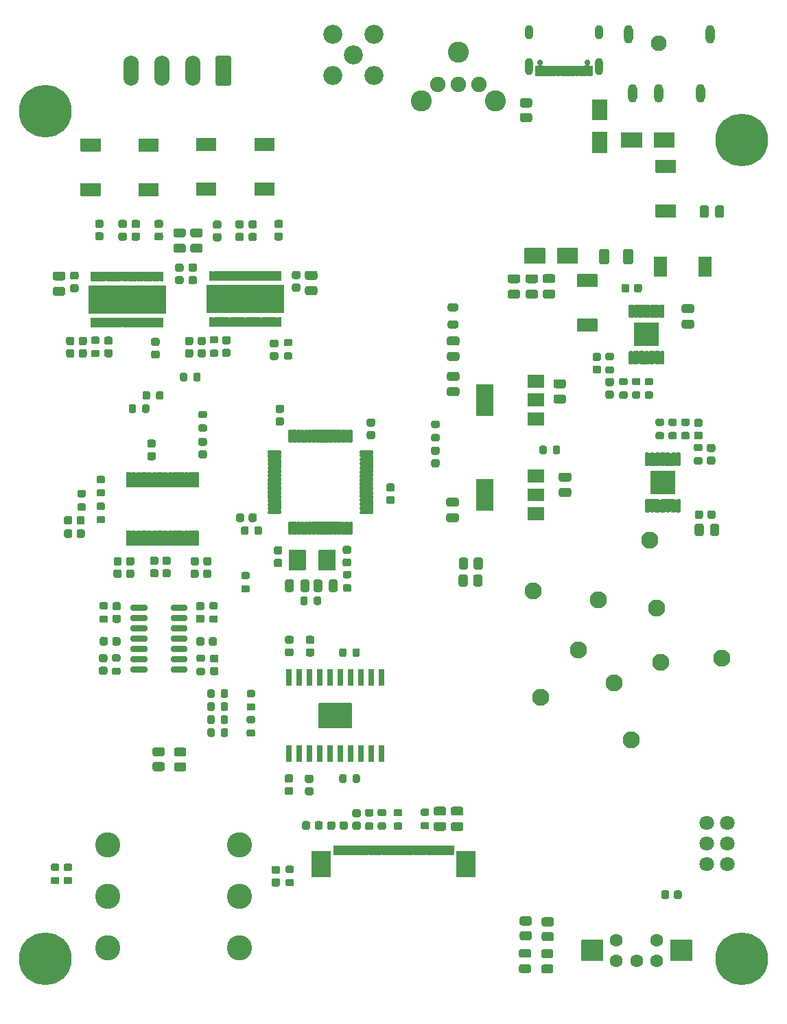
<source format=gbr>
G04 #@! TF.GenerationSoftware,KiCad,Pcbnew,5.1.9*
G04 #@! TF.CreationDate,2021-07-08T11:39:50+08:00*
G04 #@! TF.ProjectId,digital-amplifier2,64696769-7461-46c2-9d61-6d706c696669,rev?*
G04 #@! TF.SameCoordinates,Original*
G04 #@! TF.FileFunction,Soldermask,Top*
G04 #@! TF.FilePolarity,Negative*
%FSLAX46Y46*%
G04 Gerber Fmt 4.6, Leading zero omitted, Abs format (unit mm)*
G04 Created by KiCad (PCBNEW 5.1.9) date 2021-07-08 11:39:50*
%MOMM*%
%LPD*%
G01*
G04 APERTURE LIST*
%ADD10C,0.152400*%
%ADD11C,2.102000*%
%ADD12C,1.802000*%
%ADD13C,2.352000*%
%ADD14O,1.902000X3.702000*%
%ADD15C,1.602000*%
%ADD16C,0.702000*%
%ADD17O,1.002000X1.802000*%
%ADD18O,1.002000X2.102000*%
%ADD19R,3.100000X3.000000*%
%ADD20C,1.902000*%
%ADD21C,2.602000*%
%ADD22C,3.102000*%
%ADD23C,1.952000*%
%ADD24O,1.102000X2.302000*%
%ADD25C,6.502000*%
%ADD26C,0.100000*%
G04 APERTURE END LIST*
D10*
X141757400Y-185029500D02*
X137820400Y-185029500D01*
X141757400Y-184558400D02*
X141757400Y-185029500D01*
X137820400Y-184558400D02*
X141757400Y-184558400D01*
X137820400Y-185029500D02*
X137820400Y-184558400D01*
X141757400Y-185429500D02*
X137820400Y-185429500D01*
X141757400Y-185816900D02*
X141757400Y-185429500D01*
X137820400Y-185816900D02*
X141757400Y-185816900D01*
X137820400Y-185429500D02*
X137820400Y-185816900D01*
X141757400Y-186216900D02*
X137820400Y-186216900D01*
X141757400Y-186604300D02*
X141757400Y-186216900D01*
X137820400Y-186604300D02*
X141757400Y-186604300D01*
X137820400Y-186216900D02*
X137820400Y-186604300D01*
X141757400Y-187475400D02*
X137820400Y-187475400D01*
X141757400Y-187004300D02*
X141757400Y-187475400D01*
X137820400Y-187004300D02*
X141757400Y-187004300D01*
X137820400Y-187475400D02*
X137820400Y-187004300D01*
X141757400Y-187475400D02*
X141170000Y-187475400D01*
X141757400Y-184558400D02*
X141757400Y-187475400D01*
X141170000Y-184558400D02*
X141757400Y-184558400D01*
X141170000Y-187475400D02*
X141170000Y-184558400D01*
X140770000Y-187475400D02*
X140382600Y-187475400D01*
X140770000Y-184558400D02*
X140770000Y-187475400D01*
X140382600Y-184558400D02*
X140770000Y-184558400D01*
X140382600Y-187475400D02*
X140382600Y-184558400D01*
X139982600Y-187475400D02*
X139595200Y-187475400D01*
X139982600Y-184558400D02*
X139982600Y-187475400D01*
X139595200Y-184558400D02*
X139982600Y-184558400D01*
X139595200Y-187475400D02*
X139595200Y-184558400D01*
X139195200Y-187475400D02*
X138807800Y-187475400D01*
X139195200Y-184558400D02*
X139195200Y-187475400D01*
X138807800Y-184558400D02*
X139195200Y-184558400D01*
X138807800Y-187475400D02*
X138807800Y-184558400D01*
X138407800Y-187475400D02*
X137820400Y-187475400D01*
X138407800Y-184558400D02*
X138407800Y-187475400D01*
X137820400Y-184558400D02*
X138407800Y-184558400D01*
X137820400Y-187475400D02*
X137820400Y-184558400D01*
X141757400Y-185029500D02*
X137820400Y-185029500D01*
X141757400Y-184558400D02*
X141757400Y-185029500D01*
X137820400Y-184558400D02*
X141757400Y-184558400D01*
X137820400Y-185029500D02*
X137820400Y-184558400D01*
X141757400Y-185429500D02*
X137820400Y-185429500D01*
X141757400Y-185816900D02*
X141757400Y-185429500D01*
X137820400Y-185816900D02*
X141757400Y-185816900D01*
X137820400Y-185429500D02*
X137820400Y-185816900D01*
X141757400Y-186216900D02*
X137820400Y-186216900D01*
X141757400Y-186604300D02*
X141757400Y-186216900D01*
X137820400Y-186604300D02*
X141757400Y-186604300D01*
X137820400Y-186216900D02*
X137820400Y-186604300D01*
X141757400Y-187475400D02*
X137820400Y-187475400D01*
X141757400Y-187004300D02*
X141757400Y-187475400D01*
X137820400Y-187004300D02*
X141757400Y-187004300D01*
X137820400Y-187475400D02*
X137820400Y-187004300D01*
X141757400Y-187475400D02*
X141170000Y-187475400D01*
X141757400Y-184558400D02*
X141757400Y-187475400D01*
X141170000Y-184558400D02*
X141757400Y-184558400D01*
X141170000Y-187475400D02*
X141170000Y-184558400D01*
X140770000Y-187475400D02*
X140382600Y-187475400D01*
X140770000Y-184558400D02*
X140770000Y-187475400D01*
X140382600Y-184558400D02*
X140770000Y-184558400D01*
X140382600Y-187475400D02*
X140382600Y-184558400D01*
X139982600Y-187475400D02*
X139595200Y-187475400D01*
X139982600Y-184558400D02*
X139982600Y-187475400D01*
X139595200Y-184558400D02*
X139982600Y-184558400D01*
X139595200Y-187475400D02*
X139595200Y-184558400D01*
X139195200Y-187475400D02*
X138807800Y-187475400D01*
X139195200Y-184558400D02*
X139195200Y-187475400D01*
X138807800Y-184558400D02*
X139195200Y-184558400D01*
X138807800Y-187475400D02*
X138807800Y-184558400D01*
X138407800Y-187475400D02*
X137820400Y-187475400D01*
X138407800Y-184558400D02*
X138407800Y-187475400D01*
X137820400Y-184558400D02*
X138407800Y-184558400D01*
X137820400Y-187475400D02*
X137820400Y-184558400D01*
G36*
G01*
X141693900Y-187462899D02*
X137883900Y-187462899D01*
G75*
G02*
X137832900Y-187411899I0J51000D01*
G01*
X137832900Y-184621901D01*
G75*
G02*
X137883900Y-184570901I51000J0D01*
G01*
X141693900Y-184570901D01*
G75*
G02*
X141744900Y-184621901I0J-51000D01*
G01*
X141744900Y-187411899D01*
G75*
G02*
X141693900Y-187462899I-51000J0D01*
G01*
G37*
G36*
G01*
X134352900Y-182366599D02*
X133794900Y-182366599D01*
G75*
G02*
X133743900Y-182315599I0J51000D01*
G01*
X133743900Y-180345601D01*
G75*
G02*
X133794900Y-180294601I51000J0D01*
G01*
X134352900Y-180294601D01*
G75*
G02*
X134403900Y-180345601I0J-51000D01*
G01*
X134403900Y-182315599D01*
G75*
G02*
X134352900Y-182366599I-51000J0D01*
G01*
G37*
G36*
G01*
X135622900Y-182366599D02*
X135064900Y-182366599D01*
G75*
G02*
X135013900Y-182315599I0J51000D01*
G01*
X135013900Y-180345601D01*
G75*
G02*
X135064900Y-180294601I51000J0D01*
G01*
X135622900Y-180294601D01*
G75*
G02*
X135673900Y-180345601I0J-51000D01*
G01*
X135673900Y-182315599D01*
G75*
G02*
X135622900Y-182366599I-51000J0D01*
G01*
G37*
G36*
G01*
X136892900Y-182366599D02*
X136334900Y-182366599D01*
G75*
G02*
X136283900Y-182315599I0J51000D01*
G01*
X136283900Y-180345601D01*
G75*
G02*
X136334900Y-180294601I51000J0D01*
G01*
X136892900Y-180294601D01*
G75*
G02*
X136943900Y-180345601I0J-51000D01*
G01*
X136943900Y-182315599D01*
G75*
G02*
X136892900Y-182366599I-51000J0D01*
G01*
G37*
G36*
G01*
X138162900Y-182366599D02*
X137604900Y-182366599D01*
G75*
G02*
X137553900Y-182315599I0J51000D01*
G01*
X137553900Y-180345601D01*
G75*
G02*
X137604900Y-180294601I51000J0D01*
G01*
X138162900Y-180294601D01*
G75*
G02*
X138213900Y-180345601I0J-51000D01*
G01*
X138213900Y-182315599D01*
G75*
G02*
X138162900Y-182366599I-51000J0D01*
G01*
G37*
G36*
G01*
X139432900Y-182366599D02*
X138874900Y-182366599D01*
G75*
G02*
X138823900Y-182315599I0J51000D01*
G01*
X138823900Y-180345601D01*
G75*
G02*
X138874900Y-180294601I51000J0D01*
G01*
X139432900Y-180294601D01*
G75*
G02*
X139483900Y-180345601I0J-51000D01*
G01*
X139483900Y-182315599D01*
G75*
G02*
X139432900Y-182366599I-51000J0D01*
G01*
G37*
G36*
G01*
X140702900Y-182366599D02*
X140144900Y-182366599D01*
G75*
G02*
X140093900Y-182315599I0J51000D01*
G01*
X140093900Y-180345601D01*
G75*
G02*
X140144900Y-180294601I51000J0D01*
G01*
X140702900Y-180294601D01*
G75*
G02*
X140753900Y-180345601I0J-51000D01*
G01*
X140753900Y-182315599D01*
G75*
G02*
X140702900Y-182366599I-51000J0D01*
G01*
G37*
G36*
G01*
X141972900Y-182366599D02*
X141414900Y-182366599D01*
G75*
G02*
X141363900Y-182315599I0J51000D01*
G01*
X141363900Y-180345601D01*
G75*
G02*
X141414900Y-180294601I51000J0D01*
G01*
X141972900Y-180294601D01*
G75*
G02*
X142023900Y-180345601I0J-51000D01*
G01*
X142023900Y-182315599D01*
G75*
G02*
X141972900Y-182366599I-51000J0D01*
G01*
G37*
G36*
G01*
X143242900Y-182366599D02*
X142684900Y-182366599D01*
G75*
G02*
X142633900Y-182315599I0J51000D01*
G01*
X142633900Y-180345601D01*
G75*
G02*
X142684900Y-180294601I51000J0D01*
G01*
X143242900Y-180294601D01*
G75*
G02*
X143293900Y-180345601I0J-51000D01*
G01*
X143293900Y-182315599D01*
G75*
G02*
X143242900Y-182366599I-51000J0D01*
G01*
G37*
G36*
G01*
X144512900Y-182366599D02*
X143954900Y-182366599D01*
G75*
G02*
X143903900Y-182315599I0J51000D01*
G01*
X143903900Y-180345601D01*
G75*
G02*
X143954900Y-180294601I51000J0D01*
G01*
X144512900Y-180294601D01*
G75*
G02*
X144563900Y-180345601I0J-51000D01*
G01*
X144563900Y-182315599D01*
G75*
G02*
X144512900Y-182366599I-51000J0D01*
G01*
G37*
G36*
G01*
X145782900Y-182366599D02*
X145224900Y-182366599D01*
G75*
G02*
X145173900Y-182315599I0J51000D01*
G01*
X145173900Y-180345601D01*
G75*
G02*
X145224900Y-180294601I51000J0D01*
G01*
X145782900Y-180294601D01*
G75*
G02*
X145833900Y-180345601I0J-51000D01*
G01*
X145833900Y-182315599D01*
G75*
G02*
X145782900Y-182366599I-51000J0D01*
G01*
G37*
G36*
G01*
X145782900Y-191739199D02*
X145224900Y-191739199D01*
G75*
G02*
X145173900Y-191688199I0J51000D01*
G01*
X145173900Y-189718201D01*
G75*
G02*
X145224900Y-189667201I51000J0D01*
G01*
X145782900Y-189667201D01*
G75*
G02*
X145833900Y-189718201I0J-51000D01*
G01*
X145833900Y-191688199D01*
G75*
G02*
X145782900Y-191739199I-51000J0D01*
G01*
G37*
G36*
G01*
X144512900Y-191739199D02*
X143954900Y-191739199D01*
G75*
G02*
X143903900Y-191688199I0J51000D01*
G01*
X143903900Y-189718201D01*
G75*
G02*
X143954900Y-189667201I51000J0D01*
G01*
X144512900Y-189667201D01*
G75*
G02*
X144563900Y-189718201I0J-51000D01*
G01*
X144563900Y-191688199D01*
G75*
G02*
X144512900Y-191739199I-51000J0D01*
G01*
G37*
G36*
G01*
X143242900Y-191739199D02*
X142684900Y-191739199D01*
G75*
G02*
X142633900Y-191688199I0J51000D01*
G01*
X142633900Y-189718201D01*
G75*
G02*
X142684900Y-189667201I51000J0D01*
G01*
X143242900Y-189667201D01*
G75*
G02*
X143293900Y-189718201I0J-51000D01*
G01*
X143293900Y-191688199D01*
G75*
G02*
X143242900Y-191739199I-51000J0D01*
G01*
G37*
G36*
G01*
X141972900Y-191739199D02*
X141414900Y-191739199D01*
G75*
G02*
X141363900Y-191688199I0J51000D01*
G01*
X141363900Y-189718201D01*
G75*
G02*
X141414900Y-189667201I51000J0D01*
G01*
X141972900Y-189667201D01*
G75*
G02*
X142023900Y-189718201I0J-51000D01*
G01*
X142023900Y-191688199D01*
G75*
G02*
X141972900Y-191739199I-51000J0D01*
G01*
G37*
G36*
G01*
X140702900Y-191739199D02*
X140144900Y-191739199D01*
G75*
G02*
X140093900Y-191688199I0J51000D01*
G01*
X140093900Y-189718201D01*
G75*
G02*
X140144900Y-189667201I51000J0D01*
G01*
X140702900Y-189667201D01*
G75*
G02*
X140753900Y-189718201I0J-51000D01*
G01*
X140753900Y-191688199D01*
G75*
G02*
X140702900Y-191739199I-51000J0D01*
G01*
G37*
G36*
G01*
X139432900Y-191739199D02*
X138874900Y-191739199D01*
G75*
G02*
X138823900Y-191688199I0J51000D01*
G01*
X138823900Y-189718201D01*
G75*
G02*
X138874900Y-189667201I51000J0D01*
G01*
X139432900Y-189667201D01*
G75*
G02*
X139483900Y-189718201I0J-51000D01*
G01*
X139483900Y-191688199D01*
G75*
G02*
X139432900Y-191739199I-51000J0D01*
G01*
G37*
G36*
G01*
X138162900Y-191739199D02*
X137604900Y-191739199D01*
G75*
G02*
X137553900Y-191688199I0J51000D01*
G01*
X137553900Y-189718201D01*
G75*
G02*
X137604900Y-189667201I51000J0D01*
G01*
X138162900Y-189667201D01*
G75*
G02*
X138213900Y-189718201I0J-51000D01*
G01*
X138213900Y-191688199D01*
G75*
G02*
X138162900Y-191739199I-51000J0D01*
G01*
G37*
G36*
G01*
X136892900Y-191739199D02*
X136334900Y-191739199D01*
G75*
G02*
X136283900Y-191688199I0J51000D01*
G01*
X136283900Y-189718201D01*
G75*
G02*
X136334900Y-189667201I51000J0D01*
G01*
X136892900Y-189667201D01*
G75*
G02*
X136943900Y-189718201I0J-51000D01*
G01*
X136943900Y-191688199D01*
G75*
G02*
X136892900Y-191739199I-51000J0D01*
G01*
G37*
G36*
G01*
X135622900Y-191739199D02*
X135064900Y-191739199D01*
G75*
G02*
X135013900Y-191688199I0J51000D01*
G01*
X135013900Y-189718201D01*
G75*
G02*
X135064900Y-189667201I51000J0D01*
G01*
X135622900Y-189667201D01*
G75*
G02*
X135673900Y-189718201I0J-51000D01*
G01*
X135673900Y-191688199D01*
G75*
G02*
X135622900Y-191739199I-51000J0D01*
G01*
G37*
G36*
G01*
X134352900Y-191739199D02*
X133794900Y-191739199D01*
G75*
G02*
X133743900Y-191688199I0J51000D01*
G01*
X133743900Y-189718201D01*
G75*
G02*
X133794900Y-189667201I51000J0D01*
G01*
X134352900Y-189667201D01*
G75*
G02*
X134403900Y-189718201I0J-51000D01*
G01*
X134403900Y-191688199D01*
G75*
G02*
X134352900Y-191739199I-51000J0D01*
G01*
G37*
D11*
X164236400Y-170649900D03*
X169824400Y-177952400D03*
X165188900Y-183794400D03*
X174205900Y-182016400D03*
X179476400Y-172808900D03*
X187540900Y-178968400D03*
X179984400Y-179476400D03*
X176364900Y-189001400D03*
X172237400Y-171792900D03*
X178587400Y-164363400D03*
G36*
G01*
X105532700Y-205187700D02*
X104931700Y-205187700D01*
G75*
G02*
X104706200Y-204962200I0J225500D01*
G01*
X104706200Y-204511200D01*
G75*
G02*
X104931700Y-204285700I225500J0D01*
G01*
X105532700Y-204285700D01*
G75*
G02*
X105758200Y-204511200I0J-225500D01*
G01*
X105758200Y-204962200D01*
G75*
G02*
X105532700Y-205187700I-225500J0D01*
G01*
G37*
G36*
G01*
X105532700Y-206837700D02*
X104931700Y-206837700D01*
G75*
G02*
X104706200Y-206612200I0J225500D01*
G01*
X104706200Y-206161200D01*
G75*
G02*
X104931700Y-205935700I225500J0D01*
G01*
X105532700Y-205935700D01*
G75*
G02*
X105758200Y-206161200I0J-225500D01*
G01*
X105758200Y-206612200D01*
G75*
G02*
X105532700Y-206837700I-225500J0D01*
G01*
G37*
G36*
G01*
X106506500Y-205936200D02*
X107107500Y-205936200D01*
G75*
G02*
X107333000Y-206161700I0J-225500D01*
G01*
X107333000Y-206612700D01*
G75*
G02*
X107107500Y-206838200I-225500J0D01*
G01*
X106506500Y-206838200D01*
G75*
G02*
X106281000Y-206612700I0J225500D01*
G01*
X106281000Y-206161700D01*
G75*
G02*
X106506500Y-205936200I225500J0D01*
G01*
G37*
G36*
G01*
X106506500Y-204286200D02*
X107107500Y-204286200D01*
G75*
G02*
X107333000Y-204511700I0J-225500D01*
G01*
X107333000Y-204962700D01*
G75*
G02*
X107107500Y-205188200I-225500J0D01*
G01*
X106506500Y-205188200D01*
G75*
G02*
X106281000Y-204962700I0J225500D01*
G01*
X106281000Y-204511700D01*
G75*
G02*
X106506500Y-204286200I225500J0D01*
G01*
G37*
G36*
G01*
X165894900Y-152963100D02*
X165894900Y-153564100D01*
G75*
G02*
X165669400Y-153789600I-225500J0D01*
G01*
X165218400Y-153789600D01*
G75*
G02*
X164992900Y-153564100I0J225500D01*
G01*
X164992900Y-152963100D01*
G75*
G02*
X165218400Y-152737600I225500J0D01*
G01*
X165669400Y-152737600D01*
G75*
G02*
X165894900Y-152963100I0J-225500D01*
G01*
G37*
G36*
G01*
X167544900Y-152963100D02*
X167544900Y-153564100D01*
G75*
G02*
X167319400Y-153789600I-225500J0D01*
G01*
X166868400Y-153789600D01*
G75*
G02*
X166642900Y-153564100I0J225500D01*
G01*
X166642900Y-152963100D01*
G75*
G02*
X166868400Y-152737600I225500J0D01*
G01*
X167319400Y-152737600D01*
G75*
G02*
X167544900Y-152963100I0J-225500D01*
G01*
G37*
G36*
G01*
X165618000Y-148661720D02*
X165618000Y-150161720D01*
G75*
G02*
X165567000Y-150212720I-51000J0D01*
G01*
X163567000Y-150212720D01*
G75*
G02*
X163516000Y-150161720I0J51000D01*
G01*
X163516000Y-148661720D01*
G75*
G02*
X163567000Y-148610720I51000J0D01*
G01*
X165567000Y-148610720D01*
G75*
G02*
X165618000Y-148661720I0J-51000D01*
G01*
G37*
G36*
G01*
X165618000Y-144061720D02*
X165618000Y-145561720D01*
G75*
G02*
X165567000Y-145612720I-51000J0D01*
G01*
X163567000Y-145612720D01*
G75*
G02*
X163516000Y-145561720I0J51000D01*
G01*
X163516000Y-144061720D01*
G75*
G02*
X163567000Y-144010720I51000J0D01*
G01*
X165567000Y-144010720D01*
G75*
G02*
X165618000Y-144061720I0J-51000D01*
G01*
G37*
G36*
G01*
X165618000Y-146361720D02*
X165618000Y-147861720D01*
G75*
G02*
X165567000Y-147912720I-51000J0D01*
G01*
X163567000Y-147912720D01*
G75*
G02*
X163516000Y-147861720I0J51000D01*
G01*
X163516000Y-146361720D01*
G75*
G02*
X163567000Y-146310720I51000J0D01*
G01*
X165567000Y-146310720D01*
G75*
G02*
X165618000Y-146361720I0J-51000D01*
G01*
G37*
G36*
G01*
X159318000Y-145211720D02*
X159318000Y-149011720D01*
G75*
G02*
X159267000Y-149062720I-51000J0D01*
G01*
X157267000Y-149062720D01*
G75*
G02*
X157216000Y-149011720I0J51000D01*
G01*
X157216000Y-145211720D01*
G75*
G02*
X157267000Y-145160720I51000J0D01*
G01*
X159267000Y-145160720D01*
G75*
G02*
X159318000Y-145211720I0J-51000D01*
G01*
G37*
G36*
G01*
X154856300Y-144736600D02*
X153855300Y-144736600D01*
G75*
G02*
X153579800Y-144461100I0J275500D01*
G01*
X153579800Y-143910100D01*
G75*
G02*
X153855300Y-143634600I275500J0D01*
G01*
X154856300Y-143634600D01*
G75*
G02*
X155131800Y-143910100I0J-275500D01*
G01*
X155131800Y-144461100D01*
G75*
G02*
X154856300Y-144736600I-275500J0D01*
G01*
G37*
G36*
G01*
X154856300Y-146636600D02*
X153855300Y-146636600D01*
G75*
G02*
X153579800Y-146361100I0J275500D01*
G01*
X153579800Y-145810100D01*
G75*
G02*
X153855300Y-145534600I275500J0D01*
G01*
X154856300Y-145534600D01*
G75*
G02*
X155131800Y-145810100I0J-275500D01*
G01*
X155131800Y-146361100D01*
G75*
G02*
X154856300Y-146636600I-275500J0D01*
G01*
G37*
D12*
X188150500Y-204355700D03*
X185610500Y-204355700D03*
X188150500Y-201815700D03*
X185610500Y-201815700D03*
X188150500Y-199275700D03*
X185610500Y-199275700D03*
D13*
X139460000Y-107040000D03*
X139460000Y-101960000D03*
X144540000Y-101960000D03*
X144540000Y-107040000D03*
X142000000Y-104500000D03*
D14*
X114570000Y-106500000D03*
X118380000Y-106500000D03*
X122190000Y-106500000D03*
G36*
G01*
X126951000Y-104913166D02*
X126951000Y-108086834D01*
G75*
G02*
X126686834Y-108351000I-264166J0D01*
G01*
X125313166Y-108351000D01*
G75*
G02*
X125049000Y-108086834I0J264166D01*
G01*
X125049000Y-104913166D01*
G75*
G02*
X125313166Y-104649000I264166J0D01*
G01*
X126686834Y-104649000D01*
G75*
G02*
X126951000Y-104913166I0J-264166D01*
G01*
G37*
G36*
G01*
X123168500Y-153309000D02*
X123719500Y-153309000D01*
G75*
G02*
X123970000Y-153559500I0J-250500D01*
G01*
X123970000Y-154060500D01*
G75*
G02*
X123719500Y-154311000I-250500J0D01*
G01*
X123168500Y-154311000D01*
G75*
G02*
X122918000Y-154060500I0J250500D01*
G01*
X122918000Y-153559500D01*
G75*
G02*
X123168500Y-153309000I250500J0D01*
G01*
G37*
G36*
G01*
X123168500Y-151759000D02*
X123719500Y-151759000D01*
G75*
G02*
X123970000Y-152009500I0J-250500D01*
G01*
X123970000Y-152510500D01*
G75*
G02*
X123719500Y-152761000I-250500J0D01*
G01*
X123168500Y-152761000D01*
G75*
G02*
X122918000Y-152510500I0J250500D01*
G01*
X122918000Y-152009500D01*
G75*
G02*
X123168500Y-151759000I250500J0D01*
G01*
G37*
G36*
G01*
X151883200Y-154401200D02*
X152434200Y-154401200D01*
G75*
G02*
X152684700Y-154651700I0J-250500D01*
G01*
X152684700Y-155152700D01*
G75*
G02*
X152434200Y-155403200I-250500J0D01*
G01*
X151883200Y-155403200D01*
G75*
G02*
X151632700Y-155152700I0J250500D01*
G01*
X151632700Y-154651700D01*
G75*
G02*
X151883200Y-154401200I250500J0D01*
G01*
G37*
G36*
G01*
X151883200Y-152851200D02*
X152434200Y-152851200D01*
G75*
G02*
X152684700Y-153101700I0J-250500D01*
G01*
X152684700Y-153602700D01*
G75*
G02*
X152434200Y-153853200I-250500J0D01*
G01*
X151883200Y-153853200D01*
G75*
G02*
X151632700Y-153602700I0J250500D01*
G01*
X151632700Y-153101700D01*
G75*
G02*
X151883200Y-152851200I250500J0D01*
G01*
G37*
G36*
G01*
X133887700Y-206190200D02*
X134488700Y-206190200D01*
G75*
G02*
X134714200Y-206415700I0J-225500D01*
G01*
X134714200Y-206866700D01*
G75*
G02*
X134488700Y-207092200I-225500J0D01*
G01*
X133887700Y-207092200D01*
G75*
G02*
X133662200Y-206866700I0J225500D01*
G01*
X133662200Y-206415700D01*
G75*
G02*
X133887700Y-206190200I225500J0D01*
G01*
G37*
G36*
G01*
X133887700Y-204540200D02*
X134488700Y-204540200D01*
G75*
G02*
X134714200Y-204765700I0J-225500D01*
G01*
X134714200Y-205216700D01*
G75*
G02*
X134488700Y-205442200I-225500J0D01*
G01*
X133887700Y-205442200D01*
G75*
G02*
X133662200Y-205216700I0J225500D01*
G01*
X133662200Y-204765700D01*
G75*
G02*
X133887700Y-204540200I225500J0D01*
G01*
G37*
G36*
G01*
X128426700Y-169957100D02*
X129027700Y-169957100D01*
G75*
G02*
X129253200Y-170182600I0J-225500D01*
G01*
X129253200Y-170633600D01*
G75*
G02*
X129027700Y-170859100I-225500J0D01*
G01*
X128426700Y-170859100D01*
G75*
G02*
X128201200Y-170633600I0J225500D01*
G01*
X128201200Y-170182600D01*
G75*
G02*
X128426700Y-169957100I225500J0D01*
G01*
G37*
G36*
G01*
X128426700Y-168307100D02*
X129027700Y-168307100D01*
G75*
G02*
X129253200Y-168532600I0J-225500D01*
G01*
X129253200Y-168983600D01*
G75*
G02*
X129027700Y-169209100I-225500J0D01*
G01*
X128426700Y-169209100D01*
G75*
G02*
X128201200Y-168983600I0J225500D01*
G01*
X128201200Y-168532600D01*
G75*
G02*
X128426700Y-168307100I225500J0D01*
G01*
G37*
G36*
G01*
X145261820Y-199207480D02*
X145862820Y-199207480D01*
G75*
G02*
X146088320Y-199432980I0J-225500D01*
G01*
X146088320Y-199883980D01*
G75*
G02*
X145862820Y-200109480I-225500J0D01*
G01*
X145261820Y-200109480D01*
G75*
G02*
X145036320Y-199883980I0J225500D01*
G01*
X145036320Y-199432980D01*
G75*
G02*
X145261820Y-199207480I225500J0D01*
G01*
G37*
G36*
G01*
X145261820Y-197557480D02*
X145862820Y-197557480D01*
G75*
G02*
X146088320Y-197782980I0J-225500D01*
G01*
X146088320Y-198233980D01*
G75*
G02*
X145862820Y-198459480I-225500J0D01*
G01*
X145261820Y-198459480D01*
G75*
G02*
X145036320Y-198233980I0J225500D01*
G01*
X145036320Y-197782980D01*
G75*
G02*
X145261820Y-197557480I225500J0D01*
G01*
G37*
G36*
G01*
X143692100Y-199222720D02*
X144293100Y-199222720D01*
G75*
G02*
X144518600Y-199448220I0J-225500D01*
G01*
X144518600Y-199899220D01*
G75*
G02*
X144293100Y-200124720I-225500J0D01*
G01*
X143692100Y-200124720D01*
G75*
G02*
X143466600Y-199899220I0J225500D01*
G01*
X143466600Y-199448220D01*
G75*
G02*
X143692100Y-199222720I225500J0D01*
G01*
G37*
G36*
G01*
X143692100Y-197572720D02*
X144293100Y-197572720D01*
G75*
G02*
X144518600Y-197798220I0J-225500D01*
G01*
X144518600Y-198249220D01*
G75*
G02*
X144293100Y-198474720I-225500J0D01*
G01*
X143692100Y-198474720D01*
G75*
G02*
X143466600Y-198249220I0J225500D01*
G01*
X143466600Y-197798220D01*
G75*
G02*
X143692100Y-197572720I225500J0D01*
G01*
G37*
G36*
G01*
X147243020Y-199212560D02*
X147844020Y-199212560D01*
G75*
G02*
X148069520Y-199438060I0J-225500D01*
G01*
X148069520Y-199889060D01*
G75*
G02*
X147844020Y-200114560I-225500J0D01*
G01*
X147243020Y-200114560D01*
G75*
G02*
X147017520Y-199889060I0J225500D01*
G01*
X147017520Y-199438060D01*
G75*
G02*
X147243020Y-199212560I225500J0D01*
G01*
G37*
G36*
G01*
X147243020Y-197562560D02*
X147844020Y-197562560D01*
G75*
G02*
X148069520Y-197788060I0J-225500D01*
G01*
X148069520Y-198239060D01*
G75*
G02*
X147844020Y-198464560I-225500J0D01*
G01*
X147243020Y-198464560D01*
G75*
G02*
X147017520Y-198239060I0J225500D01*
G01*
X147017520Y-197788060D01*
G75*
G02*
X147243020Y-197562560I225500J0D01*
G01*
G37*
G36*
G01*
X150560260Y-199156680D02*
X151161260Y-199156680D01*
G75*
G02*
X151386760Y-199382180I0J-225500D01*
G01*
X151386760Y-199833180D01*
G75*
G02*
X151161260Y-200058680I-225500J0D01*
G01*
X150560260Y-200058680D01*
G75*
G02*
X150334760Y-199833180I0J225500D01*
G01*
X150334760Y-199382180D01*
G75*
G02*
X150560260Y-199156680I225500J0D01*
G01*
G37*
G36*
G01*
X150560260Y-197506680D02*
X151161260Y-197506680D01*
G75*
G02*
X151386760Y-197732180I0J-225500D01*
G01*
X151386760Y-198183180D01*
G75*
G02*
X151161260Y-198408680I-225500J0D01*
G01*
X150560260Y-198408680D01*
G75*
G02*
X150334760Y-198183180I0J225500D01*
G01*
X150334760Y-197732180D01*
G75*
G02*
X150560260Y-197506680I225500J0D01*
G01*
G37*
G36*
G01*
X132185500Y-206115600D02*
X132736500Y-206115600D01*
G75*
G02*
X132987000Y-206366100I0J-250500D01*
G01*
X132987000Y-206867100D01*
G75*
G02*
X132736500Y-207117600I-250500J0D01*
G01*
X132185500Y-207117600D01*
G75*
G02*
X131935000Y-206867100I0J250500D01*
G01*
X131935000Y-206366100D01*
G75*
G02*
X132185500Y-206115600I250500J0D01*
G01*
G37*
G36*
G01*
X132185500Y-204565600D02*
X132736500Y-204565600D01*
G75*
G02*
X132987000Y-204816100I0J-250500D01*
G01*
X132987000Y-205317100D01*
G75*
G02*
X132736500Y-205567600I-250500J0D01*
G01*
X132185500Y-205567600D01*
G75*
G02*
X131935000Y-205317100I0J250500D01*
G01*
X131935000Y-204816100D01*
G75*
G02*
X132185500Y-204565600I250500J0D01*
G01*
G37*
G36*
G01*
X136713280Y-199309820D02*
X136713280Y-199860820D01*
G75*
G02*
X136462780Y-200111320I-250500J0D01*
G01*
X135961780Y-200111320D01*
G75*
G02*
X135711280Y-199860820I0J250500D01*
G01*
X135711280Y-199309820D01*
G75*
G02*
X135961780Y-199059320I250500J0D01*
G01*
X136462780Y-199059320D01*
G75*
G02*
X136713280Y-199309820I0J-250500D01*
G01*
G37*
G36*
G01*
X138263280Y-199309820D02*
X138263280Y-199860820D01*
G75*
G02*
X138012780Y-200111320I-250500J0D01*
G01*
X137511780Y-200111320D01*
G75*
G02*
X137261280Y-199860820I0J250500D01*
G01*
X137261280Y-199309820D01*
G75*
G02*
X137511780Y-199059320I250500J0D01*
G01*
X138012780Y-199059320D01*
G75*
G02*
X138263280Y-199309820I0J-250500D01*
G01*
G37*
G36*
G01*
X140347380Y-199868440D02*
X140347380Y-199317440D01*
G75*
G02*
X140597880Y-199066940I250500J0D01*
G01*
X141098880Y-199066940D01*
G75*
G02*
X141349380Y-199317440I0J-250500D01*
G01*
X141349380Y-199868440D01*
G75*
G02*
X141098880Y-200118940I-250500J0D01*
G01*
X140597880Y-200118940D01*
G75*
G02*
X140347380Y-199868440I0J250500D01*
G01*
G37*
G36*
G01*
X138797380Y-199868440D02*
X138797380Y-199317440D01*
G75*
G02*
X139047880Y-199066940I250500J0D01*
G01*
X139548880Y-199066940D01*
G75*
G02*
X139799380Y-199317440I0J-250500D01*
G01*
X139799380Y-199868440D01*
G75*
G02*
X139548880Y-200118940I-250500J0D01*
G01*
X139047880Y-200118940D01*
G75*
G02*
X138797380Y-199868440I0J250500D01*
G01*
G37*
G36*
G01*
X111171500Y-157360000D02*
X110570500Y-157360000D01*
G75*
G02*
X110345000Y-157134500I0J225500D01*
G01*
X110345000Y-156683500D01*
G75*
G02*
X110570500Y-156458000I225500J0D01*
G01*
X111171500Y-156458000D01*
G75*
G02*
X111397000Y-156683500I0J-225500D01*
G01*
X111397000Y-157134500D01*
G75*
G02*
X111171500Y-157360000I-225500J0D01*
G01*
G37*
G36*
G01*
X111171500Y-159010000D02*
X110570500Y-159010000D01*
G75*
G02*
X110345000Y-158784500I0J225500D01*
G01*
X110345000Y-158333500D01*
G75*
G02*
X110570500Y-158108000I225500J0D01*
G01*
X111171500Y-158108000D01*
G75*
G02*
X111397000Y-158333500I0J-225500D01*
G01*
X111397000Y-158784500D01*
G75*
G02*
X111171500Y-159010000I-225500J0D01*
G01*
G37*
G36*
G01*
X133684500Y-141211920D02*
X134285500Y-141211920D01*
G75*
G02*
X134511000Y-141437420I0J-225500D01*
G01*
X134511000Y-141888420D01*
G75*
G02*
X134285500Y-142113920I-225500J0D01*
G01*
X133684500Y-142113920D01*
G75*
G02*
X133459000Y-141888420I0J225500D01*
G01*
X133459000Y-141437420D01*
G75*
G02*
X133684500Y-141211920I225500J0D01*
G01*
G37*
G36*
G01*
X133684500Y-139561920D02*
X134285500Y-139561920D01*
G75*
G02*
X134511000Y-139787420I0J-225500D01*
G01*
X134511000Y-140238420D01*
G75*
G02*
X134285500Y-140463920I-225500J0D01*
G01*
X133684500Y-140463920D01*
G75*
G02*
X133459000Y-140238420I0J225500D01*
G01*
X133459000Y-139787420D01*
G75*
G02*
X133684500Y-139561920I225500J0D01*
G01*
G37*
G36*
G01*
X126089500Y-140781720D02*
X126640500Y-140781720D01*
G75*
G02*
X126891000Y-141032220I0J-250500D01*
G01*
X126891000Y-141533220D01*
G75*
G02*
X126640500Y-141783720I-250500J0D01*
G01*
X126089500Y-141783720D01*
G75*
G02*
X125839000Y-141533220I0J250500D01*
G01*
X125839000Y-141032220D01*
G75*
G02*
X126089500Y-140781720I250500J0D01*
G01*
G37*
G36*
G01*
X126089500Y-139231720D02*
X126640500Y-139231720D01*
G75*
G02*
X126891000Y-139482220I0J-250500D01*
G01*
X126891000Y-139983220D01*
G75*
G02*
X126640500Y-140233720I-250500J0D01*
G01*
X126089500Y-140233720D01*
G75*
G02*
X125839000Y-139983220I0J250500D01*
G01*
X125839000Y-139482220D01*
G75*
G02*
X126089500Y-139231720I250500J0D01*
G01*
G37*
G36*
G01*
X131987380Y-141177960D02*
X132538380Y-141177960D01*
G75*
G02*
X132788880Y-141428460I0J-250500D01*
G01*
X132788880Y-141929460D01*
G75*
G02*
X132538380Y-142179960I-250500J0D01*
G01*
X131987380Y-142179960D01*
G75*
G02*
X131736880Y-141929460I0J250500D01*
G01*
X131736880Y-141428460D01*
G75*
G02*
X131987380Y-141177960I250500J0D01*
G01*
G37*
G36*
G01*
X131987380Y-139627960D02*
X132538380Y-139627960D01*
G75*
G02*
X132788880Y-139878460I0J-250500D01*
G01*
X132788880Y-140379460D01*
G75*
G02*
X132538380Y-140629960I-250500J0D01*
G01*
X131987380Y-140629960D01*
G75*
G02*
X131736880Y-140379460I0J250500D01*
G01*
X131736880Y-139878460D01*
G75*
G02*
X131987380Y-139627960I250500J0D01*
G01*
G37*
G36*
G01*
X111540380Y-140832520D02*
X112091380Y-140832520D01*
G75*
G02*
X112341880Y-141083020I0J-250500D01*
G01*
X112341880Y-141584020D01*
G75*
G02*
X112091380Y-141834520I-250500J0D01*
G01*
X111540380Y-141834520D01*
G75*
G02*
X111289880Y-141584020I0J250500D01*
G01*
X111289880Y-141083020D01*
G75*
G02*
X111540380Y-140832520I250500J0D01*
G01*
G37*
G36*
G01*
X111540380Y-139282520D02*
X112091380Y-139282520D01*
G75*
G02*
X112341880Y-139533020I0J-250500D01*
G01*
X112341880Y-140034020D01*
G75*
G02*
X112091380Y-140284520I-250500J0D01*
G01*
X111540380Y-140284520D01*
G75*
G02*
X111289880Y-140034020I0J250500D01*
G01*
X111289880Y-139533020D01*
G75*
G02*
X111540380Y-139282520I250500J0D01*
G01*
G37*
G36*
G01*
X117326500Y-140990000D02*
X117877500Y-140990000D01*
G75*
G02*
X118128000Y-141240500I0J-250500D01*
G01*
X118128000Y-141741500D01*
G75*
G02*
X117877500Y-141992000I-250500J0D01*
G01*
X117326500Y-141992000D01*
G75*
G02*
X117076000Y-141741500I0J250500D01*
G01*
X117076000Y-141240500D01*
G75*
G02*
X117326500Y-140990000I250500J0D01*
G01*
G37*
G36*
G01*
X117326500Y-139440000D02*
X117877500Y-139440000D01*
G75*
G02*
X118128000Y-139690500I0J-250500D01*
G01*
X118128000Y-140191500D01*
G75*
G02*
X117877500Y-140442000I-250500J0D01*
G01*
X117326500Y-140442000D01*
G75*
G02*
X117076000Y-140191500I0J250500D01*
G01*
X117076000Y-139690500D01*
G75*
G02*
X117326500Y-139440000I250500J0D01*
G01*
G37*
G36*
G01*
X122281000Y-141075500D02*
X122281000Y-141626500D01*
G75*
G02*
X122030500Y-141877000I-250500J0D01*
G01*
X121529500Y-141877000D01*
G75*
G02*
X121279000Y-141626500I0J250500D01*
G01*
X121279000Y-141075500D01*
G75*
G02*
X121529500Y-140825000I250500J0D01*
G01*
X122030500Y-140825000D01*
G75*
G02*
X122281000Y-141075500I0J-250500D01*
G01*
G37*
G36*
G01*
X123831000Y-141075500D02*
X123831000Y-141626500D01*
G75*
G02*
X123580500Y-141877000I-250500J0D01*
G01*
X123079500Y-141877000D01*
G75*
G02*
X122829000Y-141626500I0J250500D01*
G01*
X122829000Y-141075500D01*
G75*
G02*
X123079500Y-140825000I250500J0D01*
G01*
X123580500Y-140825000D01*
G75*
G02*
X123831000Y-141075500I0J-250500D01*
G01*
G37*
G36*
G01*
X107599800Y-141075500D02*
X107599800Y-141626500D01*
G75*
G02*
X107349300Y-141877000I-250500J0D01*
G01*
X106848300Y-141877000D01*
G75*
G02*
X106597800Y-141626500I0J250500D01*
G01*
X106597800Y-141075500D01*
G75*
G02*
X106848300Y-140825000I250500J0D01*
G01*
X107349300Y-140825000D01*
G75*
G02*
X107599800Y-141075500I0J-250500D01*
G01*
G37*
G36*
G01*
X109149800Y-141075500D02*
X109149800Y-141626500D01*
G75*
G02*
X108899300Y-141877000I-250500J0D01*
G01*
X108398300Y-141877000D01*
G75*
G02*
X108147800Y-141626500I0J250500D01*
G01*
X108147800Y-141075500D01*
G75*
G02*
X108398300Y-140825000I250500J0D01*
G01*
X108899300Y-140825000D01*
G75*
G02*
X109149800Y-141075500I0J-250500D01*
G01*
G37*
G36*
G01*
X186687680Y-124355980D02*
X186687680Y-123354980D01*
G75*
G02*
X186963180Y-123079480I275500J0D01*
G01*
X187514180Y-123079480D01*
G75*
G02*
X187789680Y-123354980I0J-275500D01*
G01*
X187789680Y-124355980D01*
G75*
G02*
X187514180Y-124631480I-275500J0D01*
G01*
X186963180Y-124631480D01*
G75*
G02*
X186687680Y-124355980I0J275500D01*
G01*
G37*
G36*
G01*
X184787680Y-124355980D02*
X184787680Y-123354980D01*
G75*
G02*
X185063180Y-123079480I275500J0D01*
G01*
X185614180Y-123079480D01*
G75*
G02*
X185889680Y-123354980I0J-275500D01*
G01*
X185889680Y-124355980D01*
G75*
G02*
X185614180Y-124631480I-275500J0D01*
G01*
X185063180Y-124631480D01*
G75*
G02*
X184787680Y-124355980I0J275500D01*
G01*
G37*
G36*
G01*
X111745080Y-176589780D02*
X111745080Y-177140780D01*
G75*
G02*
X111494580Y-177391280I-250500J0D01*
G01*
X110993580Y-177391280D01*
G75*
G02*
X110743080Y-177140780I0J250500D01*
G01*
X110743080Y-176589780D01*
G75*
G02*
X110993580Y-176339280I250500J0D01*
G01*
X111494580Y-176339280D01*
G75*
G02*
X111745080Y-176589780I0J-250500D01*
G01*
G37*
G36*
G01*
X113295080Y-176589780D02*
X113295080Y-177140780D01*
G75*
G02*
X113044580Y-177391280I-250500J0D01*
G01*
X112543580Y-177391280D01*
G75*
G02*
X112293080Y-177140780I0J250500D01*
G01*
X112293080Y-176589780D01*
G75*
G02*
X112543580Y-176339280I250500J0D01*
G01*
X113044580Y-176339280D01*
G75*
G02*
X113295080Y-176589780I0J-250500D01*
G01*
G37*
G36*
G01*
X124205680Y-177166180D02*
X124205680Y-176615180D01*
G75*
G02*
X124456180Y-176364680I250500J0D01*
G01*
X124957180Y-176364680D01*
G75*
G02*
X125207680Y-176615180I0J-250500D01*
G01*
X125207680Y-177166180D01*
G75*
G02*
X124957180Y-177416680I-250500J0D01*
G01*
X124456180Y-177416680D01*
G75*
G02*
X124205680Y-177166180I0J250500D01*
G01*
G37*
G36*
G01*
X122655680Y-177166180D02*
X122655680Y-176615180D01*
G75*
G02*
X122906180Y-176364680I250500J0D01*
G01*
X123407180Y-176364680D01*
G75*
G02*
X123657680Y-176615180I0J-250500D01*
G01*
X123657680Y-177166180D01*
G75*
G02*
X123407180Y-177416680I-250500J0D01*
G01*
X122906180Y-177416680D01*
G75*
G02*
X122655680Y-177166180I0J250500D01*
G01*
G37*
G36*
G01*
X134407820Y-177185640D02*
X133856820Y-177185640D01*
G75*
G02*
X133606320Y-176935140I0J250500D01*
G01*
X133606320Y-176434140D01*
G75*
G02*
X133856820Y-176183640I250500J0D01*
G01*
X134407820Y-176183640D01*
G75*
G02*
X134658320Y-176434140I0J-250500D01*
G01*
X134658320Y-176935140D01*
G75*
G02*
X134407820Y-177185640I-250500J0D01*
G01*
G37*
G36*
G01*
X134407820Y-178735640D02*
X133856820Y-178735640D01*
G75*
G02*
X133606320Y-178485140I0J250500D01*
G01*
X133606320Y-177984140D01*
G75*
G02*
X133856820Y-177733640I250500J0D01*
G01*
X134407820Y-177733640D01*
G75*
G02*
X134658320Y-177984140I0J-250500D01*
G01*
X134658320Y-178485140D01*
G75*
G02*
X134407820Y-178735640I-250500J0D01*
G01*
G37*
G36*
G01*
X133811100Y-194838000D02*
X134362100Y-194838000D01*
G75*
G02*
X134612600Y-195088500I0J-250500D01*
G01*
X134612600Y-195589500D01*
G75*
G02*
X134362100Y-195840000I-250500J0D01*
G01*
X133811100Y-195840000D01*
G75*
G02*
X133560600Y-195589500I0J250500D01*
G01*
X133560600Y-195088500D01*
G75*
G02*
X133811100Y-194838000I250500J0D01*
G01*
G37*
G36*
G01*
X133811100Y-193288000D02*
X134362100Y-193288000D01*
G75*
G02*
X134612600Y-193538500I0J-250500D01*
G01*
X134612600Y-194039500D01*
G75*
G02*
X134362100Y-194290000I-250500J0D01*
G01*
X133811100Y-194290000D01*
G75*
G02*
X133560600Y-194039500I0J250500D01*
G01*
X133560600Y-193538500D01*
G75*
G02*
X133811100Y-193288000I250500J0D01*
G01*
G37*
G36*
G01*
X136310460Y-194868480D02*
X136861460Y-194868480D01*
G75*
G02*
X137111960Y-195118980I0J-250500D01*
G01*
X137111960Y-195619980D01*
G75*
G02*
X136861460Y-195870480I-250500J0D01*
G01*
X136310460Y-195870480D01*
G75*
G02*
X136059960Y-195619980I0J250500D01*
G01*
X136059960Y-195118980D01*
G75*
G02*
X136310460Y-194868480I250500J0D01*
G01*
G37*
G36*
G01*
X136310460Y-193318480D02*
X136861460Y-193318480D01*
G75*
G02*
X137111960Y-193568980I0J-250500D01*
G01*
X137111960Y-194069980D01*
G75*
G02*
X136861460Y-194320480I-250500J0D01*
G01*
X136310460Y-194320480D01*
G75*
G02*
X136059960Y-194069980I0J250500D01*
G01*
X136059960Y-193568980D01*
G75*
G02*
X136310460Y-193318480I250500J0D01*
G01*
G37*
G36*
G01*
X136968140Y-177190720D02*
X136417140Y-177190720D01*
G75*
G02*
X136166640Y-176940220I0J250500D01*
G01*
X136166640Y-176439220D01*
G75*
G02*
X136417140Y-176188720I250500J0D01*
G01*
X136968140Y-176188720D01*
G75*
G02*
X137218640Y-176439220I0J-250500D01*
G01*
X137218640Y-176940220D01*
G75*
G02*
X136968140Y-177190720I-250500J0D01*
G01*
G37*
G36*
G01*
X136968140Y-178740720D02*
X136417140Y-178740720D01*
G75*
G02*
X136166640Y-178490220I0J250500D01*
G01*
X136166640Y-177989220D01*
G75*
G02*
X136417140Y-177738720I250500J0D01*
G01*
X136968140Y-177738720D01*
G75*
G02*
X137218640Y-177989220I0J-250500D01*
G01*
X137218640Y-178490220D01*
G75*
G02*
X136968140Y-178740720I-250500J0D01*
G01*
G37*
G36*
G01*
X122294000Y-144572500D02*
X122294000Y-143971500D01*
G75*
G02*
X122519500Y-143746000I225500J0D01*
G01*
X122970500Y-143746000D01*
G75*
G02*
X123196000Y-143971500I0J-225500D01*
G01*
X123196000Y-144572500D01*
G75*
G02*
X122970500Y-144798000I-225500J0D01*
G01*
X122519500Y-144798000D01*
G75*
G02*
X122294000Y-144572500I0J225500D01*
G01*
G37*
G36*
G01*
X120644000Y-144572500D02*
X120644000Y-143971500D01*
G75*
G02*
X120869500Y-143746000I225500J0D01*
G01*
X121320500Y-143746000D01*
G75*
G02*
X121546000Y-143971500I0J-225500D01*
G01*
X121546000Y-144572500D01*
G75*
G02*
X121320500Y-144798000I-225500J0D01*
G01*
X120869500Y-144798000D01*
G75*
G02*
X120644000Y-144572500I0J225500D01*
G01*
G37*
G36*
G01*
X115221400Y-147857700D02*
X115221400Y-148458700D01*
G75*
G02*
X114995900Y-148684200I-225500J0D01*
G01*
X114544900Y-148684200D01*
G75*
G02*
X114319400Y-148458700I0J225500D01*
G01*
X114319400Y-147857700D01*
G75*
G02*
X114544900Y-147632200I225500J0D01*
G01*
X114995900Y-147632200D01*
G75*
G02*
X115221400Y-147857700I0J-225500D01*
G01*
G37*
G36*
G01*
X116871400Y-147857700D02*
X116871400Y-148458700D01*
G75*
G02*
X116645900Y-148684200I-225500J0D01*
G01*
X116194900Y-148684200D01*
G75*
G02*
X115969400Y-148458700I0J225500D01*
G01*
X115969400Y-147857700D01*
G75*
G02*
X116194900Y-147632200I225500J0D01*
G01*
X116645900Y-147632200D01*
G75*
G02*
X116871400Y-147857700I0J-225500D01*
G01*
G37*
G36*
G01*
X116948600Y-146232100D02*
X116948600Y-146833100D01*
G75*
G02*
X116723100Y-147058600I-225500J0D01*
G01*
X116272100Y-147058600D01*
G75*
G02*
X116046600Y-146833100I0J225500D01*
G01*
X116046600Y-146232100D01*
G75*
G02*
X116272100Y-146006600I225500J0D01*
G01*
X116723100Y-146006600D01*
G75*
G02*
X116948600Y-146232100I0J-225500D01*
G01*
G37*
G36*
G01*
X118598600Y-146232100D02*
X118598600Y-146833100D01*
G75*
G02*
X118373100Y-147058600I-225500J0D01*
G01*
X117922100Y-147058600D01*
G75*
G02*
X117696600Y-146833100I0J225500D01*
G01*
X117696600Y-146232100D01*
G75*
G02*
X117922100Y-146006600I225500J0D01*
G01*
X118373100Y-146006600D01*
G75*
G02*
X118598600Y-146232100I0J-225500D01*
G01*
G37*
G36*
G01*
X141560060Y-169089720D02*
X140959060Y-169089720D01*
G75*
G02*
X140733560Y-168864220I0J225500D01*
G01*
X140733560Y-168413220D01*
G75*
G02*
X140959060Y-168187720I225500J0D01*
G01*
X141560060Y-168187720D01*
G75*
G02*
X141785560Y-168413220I0J-225500D01*
G01*
X141785560Y-168864220D01*
G75*
G02*
X141560060Y-169089720I-225500J0D01*
G01*
G37*
G36*
G01*
X141560060Y-170739720D02*
X140959060Y-170739720D01*
G75*
G02*
X140733560Y-170514220I0J225500D01*
G01*
X140733560Y-170063220D01*
G75*
G02*
X140959060Y-169837720I225500J0D01*
G01*
X141560060Y-169837720D01*
G75*
G02*
X141785560Y-170063220I0J-225500D01*
G01*
X141785560Y-170514220D01*
G75*
G02*
X141560060Y-170739720I-225500J0D01*
G01*
G37*
G36*
G01*
X152471900Y-150552800D02*
X151870900Y-150552800D01*
G75*
G02*
X151645400Y-150327300I0J225500D01*
G01*
X151645400Y-149876300D01*
G75*
G02*
X151870900Y-149650800I225500J0D01*
G01*
X152471900Y-149650800D01*
G75*
G02*
X152697400Y-149876300I0J-225500D01*
G01*
X152697400Y-150327300D01*
G75*
G02*
X152471900Y-150552800I-225500J0D01*
G01*
G37*
G36*
G01*
X152471900Y-152202800D02*
X151870900Y-152202800D01*
G75*
G02*
X151645400Y-151977300I0J225500D01*
G01*
X151645400Y-151526300D01*
G75*
G02*
X151870900Y-151300800I225500J0D01*
G01*
X152471900Y-151300800D01*
G75*
G02*
X152697400Y-151526300I0J-225500D01*
G01*
X152697400Y-151977300D01*
G75*
G02*
X152471900Y-152202800I-225500J0D01*
G01*
G37*
G36*
G01*
X129092340Y-162919900D02*
X129092340Y-163520900D01*
G75*
G02*
X128866840Y-163746400I-225500J0D01*
G01*
X128415840Y-163746400D01*
G75*
G02*
X128190340Y-163520900I0J225500D01*
G01*
X128190340Y-162919900D01*
G75*
G02*
X128415840Y-162694400I225500J0D01*
G01*
X128866840Y-162694400D01*
G75*
G02*
X129092340Y-162919900I0J-225500D01*
G01*
G37*
G36*
G01*
X130742340Y-162919900D02*
X130742340Y-163520900D01*
G75*
G02*
X130516840Y-163746400I-225500J0D01*
G01*
X130065840Y-163746400D01*
G75*
G02*
X129840340Y-163520900I0J225500D01*
G01*
X129840340Y-162919900D01*
G75*
G02*
X130065840Y-162694400I225500J0D01*
G01*
X130516840Y-162694400D01*
G75*
G02*
X130742340Y-162919900I0J-225500D01*
G01*
G37*
G36*
G01*
X117405060Y-152979440D02*
X116854060Y-152979440D01*
G75*
G02*
X116603560Y-152728940I0J250500D01*
G01*
X116603560Y-152227940D01*
G75*
G02*
X116854060Y-151977440I250500J0D01*
G01*
X117405060Y-151977440D01*
G75*
G02*
X117655560Y-152227940I0J-250500D01*
G01*
X117655560Y-152728940D01*
G75*
G02*
X117405060Y-152979440I-250500J0D01*
G01*
G37*
G36*
G01*
X117405060Y-154529440D02*
X116854060Y-154529440D01*
G75*
G02*
X116603560Y-154278940I0J250500D01*
G01*
X116603560Y-153777940D01*
G75*
G02*
X116854060Y-153527440I250500J0D01*
G01*
X117405060Y-153527440D01*
G75*
G02*
X117655560Y-153777940I0J-250500D01*
G01*
X117655560Y-154278940D01*
G75*
G02*
X117405060Y-154529440I-250500J0D01*
G01*
G37*
G36*
G01*
X175321600Y-130091828D02*
X175321600Y-128734172D01*
G75*
G02*
X175593772Y-128462000I272172J0D01*
G01*
X176301428Y-128462000D01*
G75*
G02*
X176573600Y-128734172I0J-272172D01*
G01*
X176573600Y-130091828D01*
G75*
G02*
X176301428Y-130364000I-272172J0D01*
G01*
X175593772Y-130364000D01*
G75*
G02*
X175321600Y-130091828I0J272172D01*
G01*
G37*
G36*
G01*
X172371600Y-130091828D02*
X172371600Y-128734172D01*
G75*
G02*
X172643772Y-128462000I272172J0D01*
G01*
X173351428Y-128462000D01*
G75*
G02*
X173623600Y-128734172I0J-272172D01*
G01*
X173623600Y-130091828D01*
G75*
G02*
X173351428Y-130364000I-272172J0D01*
G01*
X172643772Y-130364000D01*
G75*
G02*
X172371600Y-130091828I0J272172D01*
G01*
G37*
G36*
G01*
X182706500Y-151046800D02*
X183307500Y-151046800D01*
G75*
G02*
X183533000Y-151272300I0J-225500D01*
G01*
X183533000Y-151723300D01*
G75*
G02*
X183307500Y-151948800I-225500J0D01*
G01*
X182706500Y-151948800D01*
G75*
G02*
X182481000Y-151723300I0J225500D01*
G01*
X182481000Y-151272300D01*
G75*
G02*
X182706500Y-151046800I225500J0D01*
G01*
G37*
G36*
G01*
X182706500Y-149396800D02*
X183307500Y-149396800D01*
G75*
G02*
X183533000Y-149622300I0J-225500D01*
G01*
X183533000Y-150073300D01*
G75*
G02*
X183307500Y-150298800I-225500J0D01*
G01*
X182706500Y-150298800D01*
G75*
G02*
X182481000Y-150073300I0J225500D01*
G01*
X182481000Y-149622300D01*
G75*
G02*
X182706500Y-149396800I225500J0D01*
G01*
G37*
G36*
G01*
X181732700Y-150298800D02*
X181131700Y-150298800D01*
G75*
G02*
X180906200Y-150073300I0J225500D01*
G01*
X180906200Y-149622300D01*
G75*
G02*
X181131700Y-149396800I225500J0D01*
G01*
X181732700Y-149396800D01*
G75*
G02*
X181958200Y-149622300I0J-225500D01*
G01*
X181958200Y-150073300D01*
G75*
G02*
X181732700Y-150298800I-225500J0D01*
G01*
G37*
G36*
G01*
X181732700Y-151948800D02*
X181131700Y-151948800D01*
G75*
G02*
X180906200Y-151723300I0J225500D01*
G01*
X180906200Y-151272300D01*
G75*
G02*
X181131700Y-151046800I225500J0D01*
G01*
X181732700Y-151046800D01*
G75*
G02*
X181958200Y-151272300I0J-225500D01*
G01*
X181958200Y-151723300D01*
G75*
G02*
X181732700Y-151948800I-225500J0D01*
G01*
G37*
G36*
G01*
X184882300Y-153410800D02*
X184281300Y-153410800D01*
G75*
G02*
X184055800Y-153185300I0J225500D01*
G01*
X184055800Y-152734300D01*
G75*
G02*
X184281300Y-152508800I225500J0D01*
G01*
X184882300Y-152508800D01*
G75*
G02*
X185107800Y-152734300I0J-225500D01*
G01*
X185107800Y-153185300D01*
G75*
G02*
X184882300Y-153410800I-225500J0D01*
G01*
G37*
G36*
G01*
X184882300Y-155060800D02*
X184281300Y-155060800D01*
G75*
G02*
X184055800Y-154835300I0J225500D01*
G01*
X184055800Y-154384300D01*
G75*
G02*
X184281300Y-154158800I225500J0D01*
G01*
X184882300Y-154158800D01*
G75*
G02*
X185107800Y-154384300I0J-225500D01*
G01*
X185107800Y-154835300D01*
G75*
G02*
X184882300Y-155060800I-225500J0D01*
G01*
G37*
G36*
G01*
X180157900Y-150298800D02*
X179556900Y-150298800D01*
G75*
G02*
X179331400Y-150073300I0J225500D01*
G01*
X179331400Y-149622300D01*
G75*
G02*
X179556900Y-149396800I225500J0D01*
G01*
X180157900Y-149396800D01*
G75*
G02*
X180383400Y-149622300I0J-225500D01*
G01*
X180383400Y-150073300D01*
G75*
G02*
X180157900Y-150298800I-225500J0D01*
G01*
G37*
G36*
G01*
X180157900Y-151948800D02*
X179556900Y-151948800D01*
G75*
G02*
X179331400Y-151723300I0J225500D01*
G01*
X179331400Y-151272300D01*
G75*
G02*
X179556900Y-151046800I225500J0D01*
G01*
X180157900Y-151046800D01*
G75*
G02*
X180383400Y-151272300I0J-225500D01*
G01*
X180383400Y-151723300D01*
G75*
G02*
X180157900Y-151948800I-225500J0D01*
G01*
G37*
G36*
G01*
X175662100Y-145295000D02*
X175061100Y-145295000D01*
G75*
G02*
X174835600Y-145069500I0J225500D01*
G01*
X174835600Y-144618500D01*
G75*
G02*
X175061100Y-144393000I225500J0D01*
G01*
X175662100Y-144393000D01*
G75*
G02*
X175887600Y-144618500I0J-225500D01*
G01*
X175887600Y-145069500D01*
G75*
G02*
X175662100Y-145295000I-225500J0D01*
G01*
G37*
G36*
G01*
X175662100Y-146945000D02*
X175061100Y-146945000D01*
G75*
G02*
X174835600Y-146719500I0J225500D01*
G01*
X174835600Y-146268500D01*
G75*
G02*
X175061100Y-146043000I225500J0D01*
G01*
X175662100Y-146043000D01*
G75*
G02*
X175887600Y-146268500I0J-225500D01*
G01*
X175887600Y-146719500D01*
G75*
G02*
X175662100Y-146945000I-225500J0D01*
G01*
G37*
G36*
G01*
X176635900Y-146030800D02*
X177236900Y-146030800D01*
G75*
G02*
X177462400Y-146256300I0J-225500D01*
G01*
X177462400Y-146707300D01*
G75*
G02*
X177236900Y-146932800I-225500J0D01*
G01*
X176635900Y-146932800D01*
G75*
G02*
X176410400Y-146707300I0J225500D01*
G01*
X176410400Y-146256300D01*
G75*
G02*
X176635900Y-146030800I225500J0D01*
G01*
G37*
G36*
G01*
X176635900Y-144380800D02*
X177236900Y-144380800D01*
G75*
G02*
X177462400Y-144606300I0J-225500D01*
G01*
X177462400Y-145057300D01*
G75*
G02*
X177236900Y-145282800I-225500J0D01*
G01*
X176635900Y-145282800D01*
G75*
G02*
X176410400Y-145057300I0J225500D01*
G01*
X176410400Y-144606300D01*
G75*
G02*
X176635900Y-144380800I225500J0D01*
G01*
G37*
G36*
G01*
X173359300Y-142944200D02*
X173960300Y-142944200D01*
G75*
G02*
X174185800Y-143169700I0J-225500D01*
G01*
X174185800Y-143620700D01*
G75*
G02*
X173960300Y-143846200I-225500J0D01*
G01*
X173359300Y-143846200D01*
G75*
G02*
X173133800Y-143620700I0J225500D01*
G01*
X173133800Y-143169700D01*
G75*
G02*
X173359300Y-142944200I225500J0D01*
G01*
G37*
G36*
G01*
X173359300Y-141294200D02*
X173960300Y-141294200D01*
G75*
G02*
X174185800Y-141519700I0J-225500D01*
G01*
X174185800Y-141970700D01*
G75*
G02*
X173960300Y-142196200I-225500J0D01*
G01*
X173359300Y-142196200D01*
G75*
G02*
X173133800Y-141970700I0J225500D01*
G01*
X173133800Y-141519700D01*
G75*
G02*
X173359300Y-141294200I225500J0D01*
G01*
G37*
G36*
G01*
X178210700Y-146043000D02*
X178811700Y-146043000D01*
G75*
G02*
X179037200Y-146268500I0J-225500D01*
G01*
X179037200Y-146719500D01*
G75*
G02*
X178811700Y-146945000I-225500J0D01*
G01*
X178210700Y-146945000D01*
G75*
G02*
X177985200Y-146719500I0J225500D01*
G01*
X177985200Y-146268500D01*
G75*
G02*
X178210700Y-146043000I225500J0D01*
G01*
G37*
G36*
G01*
X178210700Y-144393000D02*
X178811700Y-144393000D01*
G75*
G02*
X179037200Y-144618500I0J-225500D01*
G01*
X179037200Y-145069500D01*
G75*
G02*
X178811700Y-145295000I-225500J0D01*
G01*
X178210700Y-145295000D01*
G75*
G02*
X177985200Y-145069500I0J225500D01*
G01*
X177985200Y-144618500D01*
G75*
G02*
X178210700Y-144393000I225500J0D01*
G01*
G37*
G36*
G01*
X171809500Y-142844200D02*
X172360500Y-142844200D01*
G75*
G02*
X172611000Y-143094700I0J-250500D01*
G01*
X172611000Y-143595700D01*
G75*
G02*
X172360500Y-143846200I-250500J0D01*
G01*
X171809500Y-143846200D01*
G75*
G02*
X171559000Y-143595700I0J250500D01*
G01*
X171559000Y-143094700D01*
G75*
G02*
X171809500Y-142844200I250500J0D01*
G01*
G37*
G36*
G01*
X171809500Y-141294200D02*
X172360500Y-141294200D01*
G75*
G02*
X172611000Y-141544700I0J-250500D01*
G01*
X172611000Y-142045700D01*
G75*
G02*
X172360500Y-142296200I-250500J0D01*
G01*
X171809500Y-142296200D01*
G75*
G02*
X171559000Y-142045700I0J250500D01*
G01*
X171559000Y-141544700D01*
G75*
G02*
X171809500Y-141294200I250500J0D01*
G01*
G37*
G36*
G01*
X186457500Y-153523000D02*
X185906500Y-153523000D01*
G75*
G02*
X185656000Y-153272500I0J250500D01*
G01*
X185656000Y-152771500D01*
G75*
G02*
X185906500Y-152521000I250500J0D01*
G01*
X186457500Y-152521000D01*
G75*
G02*
X186708000Y-152771500I0J-250500D01*
G01*
X186708000Y-153272500D01*
G75*
G02*
X186457500Y-153523000I-250500J0D01*
G01*
G37*
G36*
G01*
X186457500Y-155073000D02*
X185906500Y-155073000D01*
G75*
G02*
X185656000Y-154822500I0J250500D01*
G01*
X185656000Y-154321500D01*
G75*
G02*
X185906500Y-154071000I250500J0D01*
G01*
X186457500Y-154071000D01*
G75*
G02*
X186708000Y-154321500I0J-250500D01*
G01*
X186708000Y-154822500D01*
G75*
G02*
X186457500Y-155073000I-250500J0D01*
G01*
G37*
G36*
G01*
X184882700Y-150424200D02*
X184331700Y-150424200D01*
G75*
G02*
X184081200Y-150173700I0J250500D01*
G01*
X184081200Y-149672700D01*
G75*
G02*
X184331700Y-149422200I250500J0D01*
G01*
X184882700Y-149422200D01*
G75*
G02*
X185133200Y-149672700I0J-250500D01*
G01*
X185133200Y-150173700D01*
G75*
G02*
X184882700Y-150424200I-250500J0D01*
G01*
G37*
G36*
G01*
X184882700Y-151974200D02*
X184331700Y-151974200D01*
G75*
G02*
X184081200Y-151723700I0J250500D01*
G01*
X184081200Y-151222700D01*
G75*
G02*
X184331700Y-150972200I250500J0D01*
G01*
X184882700Y-150972200D01*
G75*
G02*
X185133200Y-151222700I0J-250500D01*
G01*
X185133200Y-151723700D01*
G75*
G02*
X184882700Y-151974200I-250500J0D01*
G01*
G37*
G36*
G01*
X185732100Y-161514700D02*
X185732100Y-160963700D01*
G75*
G02*
X185982600Y-160713200I250500J0D01*
G01*
X186483600Y-160713200D01*
G75*
G02*
X186734100Y-160963700I0J-250500D01*
G01*
X186734100Y-161514700D01*
G75*
G02*
X186483600Y-161765200I-250500J0D01*
G01*
X185982600Y-161765200D01*
G75*
G02*
X185732100Y-161514700I0J250500D01*
G01*
G37*
G36*
G01*
X184182100Y-161514700D02*
X184182100Y-160963700D01*
G75*
G02*
X184432600Y-160713200I250500J0D01*
G01*
X184933600Y-160713200D01*
G75*
G02*
X185184100Y-160963700I0J-250500D01*
G01*
X185184100Y-161514700D01*
G75*
G02*
X184933600Y-161765200I-250500J0D01*
G01*
X184432600Y-161765200D01*
G75*
G02*
X184182100Y-161514700I0J250500D01*
G01*
G37*
G36*
G01*
X173384300Y-145930000D02*
X173935300Y-145930000D01*
G75*
G02*
X174185800Y-146180500I0J-250500D01*
G01*
X174185800Y-146681500D01*
G75*
G02*
X173935300Y-146932000I-250500J0D01*
G01*
X173384300Y-146932000D01*
G75*
G02*
X173133800Y-146681500I0J250500D01*
G01*
X173133800Y-146180500D01*
G75*
G02*
X173384300Y-145930000I250500J0D01*
G01*
G37*
G36*
G01*
X173384300Y-144380000D02*
X173935300Y-144380000D01*
G75*
G02*
X174185800Y-144630500I0J-250500D01*
G01*
X174185800Y-145131500D01*
G75*
G02*
X173935300Y-145382000I-250500J0D01*
G01*
X173384300Y-145382000D01*
G75*
G02*
X173133800Y-145131500I0J250500D01*
G01*
X173133800Y-144630500D01*
G75*
G02*
X173384300Y-144380000I250500J0D01*
G01*
G37*
G36*
G01*
X176103600Y-133023700D02*
X176103600Y-133574700D01*
G75*
G02*
X175853100Y-133825200I-250500J0D01*
G01*
X175352100Y-133825200D01*
G75*
G02*
X175101600Y-133574700I0J250500D01*
G01*
X175101600Y-133023700D01*
G75*
G02*
X175352100Y-132773200I250500J0D01*
G01*
X175853100Y-132773200D01*
G75*
G02*
X176103600Y-133023700I0J-250500D01*
G01*
G37*
G36*
G01*
X177653600Y-133023700D02*
X177653600Y-133574700D01*
G75*
G02*
X177403100Y-133825200I-250500J0D01*
G01*
X176902100Y-133825200D01*
G75*
G02*
X176651600Y-133574700I0J250500D01*
G01*
X176651600Y-133023700D01*
G75*
G02*
X176902100Y-132773200I250500J0D01*
G01*
X177403100Y-132773200D01*
G75*
G02*
X177653600Y-133023700I0J-250500D01*
G01*
G37*
G36*
G01*
X179368600Y-122980000D02*
X181768600Y-122980000D01*
G75*
G02*
X181819600Y-123031000I0J-51000D01*
G01*
X181819600Y-124531000D01*
G75*
G02*
X181768600Y-124582000I-51000J0D01*
G01*
X179368600Y-124582000D01*
G75*
G02*
X179317600Y-124531000I0J51000D01*
G01*
X179317600Y-123031000D01*
G75*
G02*
X179368600Y-122980000I51000J0D01*
G01*
G37*
G36*
G01*
X179368600Y-117480000D02*
X181768600Y-117480000D01*
G75*
G02*
X181819600Y-117531000I0J-51000D01*
G01*
X181819600Y-119031000D01*
G75*
G02*
X181768600Y-119082000I-51000J0D01*
G01*
X179368600Y-119082000D01*
G75*
G02*
X179317600Y-119031000I0J51000D01*
G01*
X179317600Y-117531000D01*
G75*
G02*
X179368600Y-117480000I51000J0D01*
G01*
G37*
G36*
G01*
X124540500Y-140876640D02*
X125141500Y-140876640D01*
G75*
G02*
X125367000Y-141102140I0J-225500D01*
G01*
X125367000Y-141553140D01*
G75*
G02*
X125141500Y-141778640I-225500J0D01*
G01*
X124540500Y-141778640D01*
G75*
G02*
X124315000Y-141553140I0J225500D01*
G01*
X124315000Y-141102140D01*
G75*
G02*
X124540500Y-140876640I225500J0D01*
G01*
G37*
G36*
G01*
X124540500Y-139226640D02*
X125141500Y-139226640D01*
G75*
G02*
X125367000Y-139452140I0J-225500D01*
G01*
X125367000Y-139903140D01*
G75*
G02*
X125141500Y-140128640I-225500J0D01*
G01*
X124540500Y-140128640D01*
G75*
G02*
X124315000Y-139903140I0J225500D01*
G01*
X124315000Y-139452140D01*
G75*
G02*
X124540500Y-139226640I225500J0D01*
G01*
G37*
G36*
G01*
X109894860Y-140922360D02*
X110495860Y-140922360D01*
G75*
G02*
X110721360Y-141147860I0J-225500D01*
G01*
X110721360Y-141598860D01*
G75*
G02*
X110495860Y-141824360I-225500J0D01*
G01*
X109894860Y-141824360D01*
G75*
G02*
X109669360Y-141598860I0J225500D01*
G01*
X109669360Y-141147860D01*
G75*
G02*
X109894860Y-140922360I225500J0D01*
G01*
G37*
G36*
G01*
X109894860Y-139272360D02*
X110495860Y-139272360D01*
G75*
G02*
X110721360Y-139497860I0J-225500D01*
G01*
X110721360Y-139948860D01*
G75*
G02*
X110495860Y-140174360I-225500J0D01*
G01*
X109894860Y-140174360D01*
G75*
G02*
X109669360Y-139948860I0J225500D01*
G01*
X109669360Y-139497860D01*
G75*
G02*
X109894860Y-139272360I225500J0D01*
G01*
G37*
G36*
G01*
X133451800Y-136396400D02*
X123951800Y-136396400D01*
G75*
G02*
X123900800Y-136345400I0J51000D01*
G01*
X123900800Y-132945400D01*
G75*
G02*
X123951800Y-132894400I51000J0D01*
G01*
X133451800Y-132894400D01*
G75*
G02*
X133502800Y-132945400I0J-51000D01*
G01*
X133502800Y-136345400D01*
G75*
G02*
X133451800Y-136396400I-51000J0D01*
G01*
G37*
G36*
G01*
X124676800Y-132396400D02*
X124276800Y-132396400D01*
G75*
G02*
X124225800Y-132345400I0J51000D01*
G01*
X124225800Y-131245400D01*
G75*
G02*
X124276800Y-131194400I51000J0D01*
G01*
X124676800Y-131194400D01*
G75*
G02*
X124727800Y-131245400I0J-51000D01*
G01*
X124727800Y-132345400D01*
G75*
G02*
X124676800Y-132396400I-51000J0D01*
G01*
G37*
G36*
G01*
X125326800Y-132396400D02*
X124926800Y-132396400D01*
G75*
G02*
X124875800Y-132345400I0J51000D01*
G01*
X124875800Y-131245400D01*
G75*
G02*
X124926800Y-131194400I51000J0D01*
G01*
X125326800Y-131194400D01*
G75*
G02*
X125377800Y-131245400I0J-51000D01*
G01*
X125377800Y-132345400D01*
G75*
G02*
X125326800Y-132396400I-51000J0D01*
G01*
G37*
G36*
G01*
X125976800Y-132396400D02*
X125576800Y-132396400D01*
G75*
G02*
X125525800Y-132345400I0J51000D01*
G01*
X125525800Y-131245400D01*
G75*
G02*
X125576800Y-131194400I51000J0D01*
G01*
X125976800Y-131194400D01*
G75*
G02*
X126027800Y-131245400I0J-51000D01*
G01*
X126027800Y-132345400D01*
G75*
G02*
X125976800Y-132396400I-51000J0D01*
G01*
G37*
G36*
G01*
X126626800Y-132396400D02*
X126226800Y-132396400D01*
G75*
G02*
X126175800Y-132345400I0J51000D01*
G01*
X126175800Y-131245400D01*
G75*
G02*
X126226800Y-131194400I51000J0D01*
G01*
X126626800Y-131194400D01*
G75*
G02*
X126677800Y-131245400I0J-51000D01*
G01*
X126677800Y-132345400D01*
G75*
G02*
X126626800Y-132396400I-51000J0D01*
G01*
G37*
G36*
G01*
X127276800Y-132396400D02*
X126876800Y-132396400D01*
G75*
G02*
X126825800Y-132345400I0J51000D01*
G01*
X126825800Y-131245400D01*
G75*
G02*
X126876800Y-131194400I51000J0D01*
G01*
X127276800Y-131194400D01*
G75*
G02*
X127327800Y-131245400I0J-51000D01*
G01*
X127327800Y-132345400D01*
G75*
G02*
X127276800Y-132396400I-51000J0D01*
G01*
G37*
G36*
G01*
X127926800Y-132396400D02*
X127526800Y-132396400D01*
G75*
G02*
X127475800Y-132345400I0J51000D01*
G01*
X127475800Y-131245400D01*
G75*
G02*
X127526800Y-131194400I51000J0D01*
G01*
X127926800Y-131194400D01*
G75*
G02*
X127977800Y-131245400I0J-51000D01*
G01*
X127977800Y-132345400D01*
G75*
G02*
X127926800Y-132396400I-51000J0D01*
G01*
G37*
G36*
G01*
X128576800Y-132396400D02*
X128176800Y-132396400D01*
G75*
G02*
X128125800Y-132345400I0J51000D01*
G01*
X128125800Y-131245400D01*
G75*
G02*
X128176800Y-131194400I51000J0D01*
G01*
X128576800Y-131194400D01*
G75*
G02*
X128627800Y-131245400I0J-51000D01*
G01*
X128627800Y-132345400D01*
G75*
G02*
X128576800Y-132396400I-51000J0D01*
G01*
G37*
G36*
G01*
X129226800Y-132396400D02*
X128826800Y-132396400D01*
G75*
G02*
X128775800Y-132345400I0J51000D01*
G01*
X128775800Y-131245400D01*
G75*
G02*
X128826800Y-131194400I51000J0D01*
G01*
X129226800Y-131194400D01*
G75*
G02*
X129277800Y-131245400I0J-51000D01*
G01*
X129277800Y-132345400D01*
G75*
G02*
X129226800Y-132396400I-51000J0D01*
G01*
G37*
G36*
G01*
X129876800Y-132396400D02*
X129476800Y-132396400D01*
G75*
G02*
X129425800Y-132345400I0J51000D01*
G01*
X129425800Y-131245400D01*
G75*
G02*
X129476800Y-131194400I51000J0D01*
G01*
X129876800Y-131194400D01*
G75*
G02*
X129927800Y-131245400I0J-51000D01*
G01*
X129927800Y-132345400D01*
G75*
G02*
X129876800Y-132396400I-51000J0D01*
G01*
G37*
G36*
G01*
X130526800Y-132396400D02*
X130126800Y-132396400D01*
G75*
G02*
X130075800Y-132345400I0J51000D01*
G01*
X130075800Y-131245400D01*
G75*
G02*
X130126800Y-131194400I51000J0D01*
G01*
X130526800Y-131194400D01*
G75*
G02*
X130577800Y-131245400I0J-51000D01*
G01*
X130577800Y-132345400D01*
G75*
G02*
X130526800Y-132396400I-51000J0D01*
G01*
G37*
G36*
G01*
X131176800Y-132396400D02*
X130776800Y-132396400D01*
G75*
G02*
X130725800Y-132345400I0J51000D01*
G01*
X130725800Y-131245400D01*
G75*
G02*
X130776800Y-131194400I51000J0D01*
G01*
X131176800Y-131194400D01*
G75*
G02*
X131227800Y-131245400I0J-51000D01*
G01*
X131227800Y-132345400D01*
G75*
G02*
X131176800Y-132396400I-51000J0D01*
G01*
G37*
G36*
G01*
X131826800Y-132396400D02*
X131426800Y-132396400D01*
G75*
G02*
X131375800Y-132345400I0J51000D01*
G01*
X131375800Y-131245400D01*
G75*
G02*
X131426800Y-131194400I51000J0D01*
G01*
X131826800Y-131194400D01*
G75*
G02*
X131877800Y-131245400I0J-51000D01*
G01*
X131877800Y-132345400D01*
G75*
G02*
X131826800Y-132396400I-51000J0D01*
G01*
G37*
G36*
G01*
X132476800Y-132396400D02*
X132076800Y-132396400D01*
G75*
G02*
X132025800Y-132345400I0J51000D01*
G01*
X132025800Y-131245400D01*
G75*
G02*
X132076800Y-131194400I51000J0D01*
G01*
X132476800Y-131194400D01*
G75*
G02*
X132527800Y-131245400I0J-51000D01*
G01*
X132527800Y-132345400D01*
G75*
G02*
X132476800Y-132396400I-51000J0D01*
G01*
G37*
G36*
G01*
X133126800Y-132396400D02*
X132726800Y-132396400D01*
G75*
G02*
X132675800Y-132345400I0J51000D01*
G01*
X132675800Y-131245400D01*
G75*
G02*
X132726800Y-131194400I51000J0D01*
G01*
X133126800Y-131194400D01*
G75*
G02*
X133177800Y-131245400I0J-51000D01*
G01*
X133177800Y-132345400D01*
G75*
G02*
X133126800Y-132396400I-51000J0D01*
G01*
G37*
G36*
G01*
X133126800Y-138096400D02*
X132726800Y-138096400D01*
G75*
G02*
X132675800Y-138045400I0J51000D01*
G01*
X132675800Y-136945400D01*
G75*
G02*
X132726800Y-136894400I51000J0D01*
G01*
X133126800Y-136894400D01*
G75*
G02*
X133177800Y-136945400I0J-51000D01*
G01*
X133177800Y-138045400D01*
G75*
G02*
X133126800Y-138096400I-51000J0D01*
G01*
G37*
G36*
G01*
X132476800Y-138096400D02*
X132076800Y-138096400D01*
G75*
G02*
X132025800Y-138045400I0J51000D01*
G01*
X132025800Y-136945400D01*
G75*
G02*
X132076800Y-136894400I51000J0D01*
G01*
X132476800Y-136894400D01*
G75*
G02*
X132527800Y-136945400I0J-51000D01*
G01*
X132527800Y-138045400D01*
G75*
G02*
X132476800Y-138096400I-51000J0D01*
G01*
G37*
G36*
G01*
X131826800Y-138096400D02*
X131426800Y-138096400D01*
G75*
G02*
X131375800Y-138045400I0J51000D01*
G01*
X131375800Y-136945400D01*
G75*
G02*
X131426800Y-136894400I51000J0D01*
G01*
X131826800Y-136894400D01*
G75*
G02*
X131877800Y-136945400I0J-51000D01*
G01*
X131877800Y-138045400D01*
G75*
G02*
X131826800Y-138096400I-51000J0D01*
G01*
G37*
G36*
G01*
X131176800Y-138096400D02*
X130776800Y-138096400D01*
G75*
G02*
X130725800Y-138045400I0J51000D01*
G01*
X130725800Y-136945400D01*
G75*
G02*
X130776800Y-136894400I51000J0D01*
G01*
X131176800Y-136894400D01*
G75*
G02*
X131227800Y-136945400I0J-51000D01*
G01*
X131227800Y-138045400D01*
G75*
G02*
X131176800Y-138096400I-51000J0D01*
G01*
G37*
G36*
G01*
X130526800Y-138096400D02*
X130126800Y-138096400D01*
G75*
G02*
X130075800Y-138045400I0J51000D01*
G01*
X130075800Y-136945400D01*
G75*
G02*
X130126800Y-136894400I51000J0D01*
G01*
X130526800Y-136894400D01*
G75*
G02*
X130577800Y-136945400I0J-51000D01*
G01*
X130577800Y-138045400D01*
G75*
G02*
X130526800Y-138096400I-51000J0D01*
G01*
G37*
G36*
G01*
X129876800Y-138096400D02*
X129476800Y-138096400D01*
G75*
G02*
X129425800Y-138045400I0J51000D01*
G01*
X129425800Y-136945400D01*
G75*
G02*
X129476800Y-136894400I51000J0D01*
G01*
X129876800Y-136894400D01*
G75*
G02*
X129927800Y-136945400I0J-51000D01*
G01*
X129927800Y-138045400D01*
G75*
G02*
X129876800Y-138096400I-51000J0D01*
G01*
G37*
G36*
G01*
X129226800Y-138096400D02*
X128826800Y-138096400D01*
G75*
G02*
X128775800Y-138045400I0J51000D01*
G01*
X128775800Y-136945400D01*
G75*
G02*
X128826800Y-136894400I51000J0D01*
G01*
X129226800Y-136894400D01*
G75*
G02*
X129277800Y-136945400I0J-51000D01*
G01*
X129277800Y-138045400D01*
G75*
G02*
X129226800Y-138096400I-51000J0D01*
G01*
G37*
G36*
G01*
X128576800Y-138096400D02*
X128176800Y-138096400D01*
G75*
G02*
X128125800Y-138045400I0J51000D01*
G01*
X128125800Y-136945400D01*
G75*
G02*
X128176800Y-136894400I51000J0D01*
G01*
X128576800Y-136894400D01*
G75*
G02*
X128627800Y-136945400I0J-51000D01*
G01*
X128627800Y-138045400D01*
G75*
G02*
X128576800Y-138096400I-51000J0D01*
G01*
G37*
G36*
G01*
X127926800Y-138096400D02*
X127526800Y-138096400D01*
G75*
G02*
X127475800Y-138045400I0J51000D01*
G01*
X127475800Y-136945400D01*
G75*
G02*
X127526800Y-136894400I51000J0D01*
G01*
X127926800Y-136894400D01*
G75*
G02*
X127977800Y-136945400I0J-51000D01*
G01*
X127977800Y-138045400D01*
G75*
G02*
X127926800Y-138096400I-51000J0D01*
G01*
G37*
G36*
G01*
X127276800Y-138096400D02*
X126876800Y-138096400D01*
G75*
G02*
X126825800Y-138045400I0J51000D01*
G01*
X126825800Y-136945400D01*
G75*
G02*
X126876800Y-136894400I51000J0D01*
G01*
X127276800Y-136894400D01*
G75*
G02*
X127327800Y-136945400I0J-51000D01*
G01*
X127327800Y-138045400D01*
G75*
G02*
X127276800Y-138096400I-51000J0D01*
G01*
G37*
G36*
G01*
X126626800Y-138096400D02*
X126226800Y-138096400D01*
G75*
G02*
X126175800Y-138045400I0J51000D01*
G01*
X126175800Y-136945400D01*
G75*
G02*
X126226800Y-136894400I51000J0D01*
G01*
X126626800Y-136894400D01*
G75*
G02*
X126677800Y-136945400I0J-51000D01*
G01*
X126677800Y-138045400D01*
G75*
G02*
X126626800Y-138096400I-51000J0D01*
G01*
G37*
G36*
G01*
X125976800Y-138096400D02*
X125576800Y-138096400D01*
G75*
G02*
X125525800Y-138045400I0J51000D01*
G01*
X125525800Y-136945400D01*
G75*
G02*
X125576800Y-136894400I51000J0D01*
G01*
X125976800Y-136894400D01*
G75*
G02*
X126027800Y-136945400I0J-51000D01*
G01*
X126027800Y-138045400D01*
G75*
G02*
X125976800Y-138096400I-51000J0D01*
G01*
G37*
G36*
G01*
X125326800Y-138096400D02*
X124926800Y-138096400D01*
G75*
G02*
X124875800Y-138045400I0J51000D01*
G01*
X124875800Y-136945400D01*
G75*
G02*
X124926800Y-136894400I51000J0D01*
G01*
X125326800Y-136894400D01*
G75*
G02*
X125377800Y-136945400I0J-51000D01*
G01*
X125377800Y-138045400D01*
G75*
G02*
X125326800Y-138096400I-51000J0D01*
G01*
G37*
G36*
G01*
X124676800Y-138096400D02*
X124276800Y-138096400D01*
G75*
G02*
X124225800Y-138045400I0J51000D01*
G01*
X124225800Y-136945400D01*
G75*
G02*
X124276800Y-136894400I51000J0D01*
G01*
X124676800Y-136894400D01*
G75*
G02*
X124727800Y-136945400I0J-51000D01*
G01*
X124727800Y-138045400D01*
G75*
G02*
X124676800Y-138096400I-51000J0D01*
G01*
G37*
G36*
G01*
X118872200Y-136447200D02*
X109372200Y-136447200D01*
G75*
G02*
X109321200Y-136396200I0J51000D01*
G01*
X109321200Y-132996200D01*
G75*
G02*
X109372200Y-132945200I51000J0D01*
G01*
X118872200Y-132945200D01*
G75*
G02*
X118923200Y-132996200I0J-51000D01*
G01*
X118923200Y-136396200D01*
G75*
G02*
X118872200Y-136447200I-51000J0D01*
G01*
G37*
G36*
G01*
X110097200Y-132447200D02*
X109697200Y-132447200D01*
G75*
G02*
X109646200Y-132396200I0J51000D01*
G01*
X109646200Y-131296200D01*
G75*
G02*
X109697200Y-131245200I51000J0D01*
G01*
X110097200Y-131245200D01*
G75*
G02*
X110148200Y-131296200I0J-51000D01*
G01*
X110148200Y-132396200D01*
G75*
G02*
X110097200Y-132447200I-51000J0D01*
G01*
G37*
G36*
G01*
X110747200Y-132447200D02*
X110347200Y-132447200D01*
G75*
G02*
X110296200Y-132396200I0J51000D01*
G01*
X110296200Y-131296200D01*
G75*
G02*
X110347200Y-131245200I51000J0D01*
G01*
X110747200Y-131245200D01*
G75*
G02*
X110798200Y-131296200I0J-51000D01*
G01*
X110798200Y-132396200D01*
G75*
G02*
X110747200Y-132447200I-51000J0D01*
G01*
G37*
G36*
G01*
X111397200Y-132447200D02*
X110997200Y-132447200D01*
G75*
G02*
X110946200Y-132396200I0J51000D01*
G01*
X110946200Y-131296200D01*
G75*
G02*
X110997200Y-131245200I51000J0D01*
G01*
X111397200Y-131245200D01*
G75*
G02*
X111448200Y-131296200I0J-51000D01*
G01*
X111448200Y-132396200D01*
G75*
G02*
X111397200Y-132447200I-51000J0D01*
G01*
G37*
G36*
G01*
X112047200Y-132447200D02*
X111647200Y-132447200D01*
G75*
G02*
X111596200Y-132396200I0J51000D01*
G01*
X111596200Y-131296200D01*
G75*
G02*
X111647200Y-131245200I51000J0D01*
G01*
X112047200Y-131245200D01*
G75*
G02*
X112098200Y-131296200I0J-51000D01*
G01*
X112098200Y-132396200D01*
G75*
G02*
X112047200Y-132447200I-51000J0D01*
G01*
G37*
G36*
G01*
X112697200Y-132447200D02*
X112297200Y-132447200D01*
G75*
G02*
X112246200Y-132396200I0J51000D01*
G01*
X112246200Y-131296200D01*
G75*
G02*
X112297200Y-131245200I51000J0D01*
G01*
X112697200Y-131245200D01*
G75*
G02*
X112748200Y-131296200I0J-51000D01*
G01*
X112748200Y-132396200D01*
G75*
G02*
X112697200Y-132447200I-51000J0D01*
G01*
G37*
G36*
G01*
X113347200Y-132447200D02*
X112947200Y-132447200D01*
G75*
G02*
X112896200Y-132396200I0J51000D01*
G01*
X112896200Y-131296200D01*
G75*
G02*
X112947200Y-131245200I51000J0D01*
G01*
X113347200Y-131245200D01*
G75*
G02*
X113398200Y-131296200I0J-51000D01*
G01*
X113398200Y-132396200D01*
G75*
G02*
X113347200Y-132447200I-51000J0D01*
G01*
G37*
G36*
G01*
X113997200Y-132447200D02*
X113597200Y-132447200D01*
G75*
G02*
X113546200Y-132396200I0J51000D01*
G01*
X113546200Y-131296200D01*
G75*
G02*
X113597200Y-131245200I51000J0D01*
G01*
X113997200Y-131245200D01*
G75*
G02*
X114048200Y-131296200I0J-51000D01*
G01*
X114048200Y-132396200D01*
G75*
G02*
X113997200Y-132447200I-51000J0D01*
G01*
G37*
G36*
G01*
X114647200Y-132447200D02*
X114247200Y-132447200D01*
G75*
G02*
X114196200Y-132396200I0J51000D01*
G01*
X114196200Y-131296200D01*
G75*
G02*
X114247200Y-131245200I51000J0D01*
G01*
X114647200Y-131245200D01*
G75*
G02*
X114698200Y-131296200I0J-51000D01*
G01*
X114698200Y-132396200D01*
G75*
G02*
X114647200Y-132447200I-51000J0D01*
G01*
G37*
G36*
G01*
X115297200Y-132447200D02*
X114897200Y-132447200D01*
G75*
G02*
X114846200Y-132396200I0J51000D01*
G01*
X114846200Y-131296200D01*
G75*
G02*
X114897200Y-131245200I51000J0D01*
G01*
X115297200Y-131245200D01*
G75*
G02*
X115348200Y-131296200I0J-51000D01*
G01*
X115348200Y-132396200D01*
G75*
G02*
X115297200Y-132447200I-51000J0D01*
G01*
G37*
G36*
G01*
X115947200Y-132447200D02*
X115547200Y-132447200D01*
G75*
G02*
X115496200Y-132396200I0J51000D01*
G01*
X115496200Y-131296200D01*
G75*
G02*
X115547200Y-131245200I51000J0D01*
G01*
X115947200Y-131245200D01*
G75*
G02*
X115998200Y-131296200I0J-51000D01*
G01*
X115998200Y-132396200D01*
G75*
G02*
X115947200Y-132447200I-51000J0D01*
G01*
G37*
G36*
G01*
X116597200Y-132447200D02*
X116197200Y-132447200D01*
G75*
G02*
X116146200Y-132396200I0J51000D01*
G01*
X116146200Y-131296200D01*
G75*
G02*
X116197200Y-131245200I51000J0D01*
G01*
X116597200Y-131245200D01*
G75*
G02*
X116648200Y-131296200I0J-51000D01*
G01*
X116648200Y-132396200D01*
G75*
G02*
X116597200Y-132447200I-51000J0D01*
G01*
G37*
G36*
G01*
X117247200Y-132447200D02*
X116847200Y-132447200D01*
G75*
G02*
X116796200Y-132396200I0J51000D01*
G01*
X116796200Y-131296200D01*
G75*
G02*
X116847200Y-131245200I51000J0D01*
G01*
X117247200Y-131245200D01*
G75*
G02*
X117298200Y-131296200I0J-51000D01*
G01*
X117298200Y-132396200D01*
G75*
G02*
X117247200Y-132447200I-51000J0D01*
G01*
G37*
G36*
G01*
X117897200Y-132447200D02*
X117497200Y-132447200D01*
G75*
G02*
X117446200Y-132396200I0J51000D01*
G01*
X117446200Y-131296200D01*
G75*
G02*
X117497200Y-131245200I51000J0D01*
G01*
X117897200Y-131245200D01*
G75*
G02*
X117948200Y-131296200I0J-51000D01*
G01*
X117948200Y-132396200D01*
G75*
G02*
X117897200Y-132447200I-51000J0D01*
G01*
G37*
G36*
G01*
X118547200Y-132447200D02*
X118147200Y-132447200D01*
G75*
G02*
X118096200Y-132396200I0J51000D01*
G01*
X118096200Y-131296200D01*
G75*
G02*
X118147200Y-131245200I51000J0D01*
G01*
X118547200Y-131245200D01*
G75*
G02*
X118598200Y-131296200I0J-51000D01*
G01*
X118598200Y-132396200D01*
G75*
G02*
X118547200Y-132447200I-51000J0D01*
G01*
G37*
G36*
G01*
X118547200Y-138147200D02*
X118147200Y-138147200D01*
G75*
G02*
X118096200Y-138096200I0J51000D01*
G01*
X118096200Y-136996200D01*
G75*
G02*
X118147200Y-136945200I51000J0D01*
G01*
X118547200Y-136945200D01*
G75*
G02*
X118598200Y-136996200I0J-51000D01*
G01*
X118598200Y-138096200D01*
G75*
G02*
X118547200Y-138147200I-51000J0D01*
G01*
G37*
G36*
G01*
X117897200Y-138147200D02*
X117497200Y-138147200D01*
G75*
G02*
X117446200Y-138096200I0J51000D01*
G01*
X117446200Y-136996200D01*
G75*
G02*
X117497200Y-136945200I51000J0D01*
G01*
X117897200Y-136945200D01*
G75*
G02*
X117948200Y-136996200I0J-51000D01*
G01*
X117948200Y-138096200D01*
G75*
G02*
X117897200Y-138147200I-51000J0D01*
G01*
G37*
G36*
G01*
X117247200Y-138147200D02*
X116847200Y-138147200D01*
G75*
G02*
X116796200Y-138096200I0J51000D01*
G01*
X116796200Y-136996200D01*
G75*
G02*
X116847200Y-136945200I51000J0D01*
G01*
X117247200Y-136945200D01*
G75*
G02*
X117298200Y-136996200I0J-51000D01*
G01*
X117298200Y-138096200D01*
G75*
G02*
X117247200Y-138147200I-51000J0D01*
G01*
G37*
G36*
G01*
X116597200Y-138147200D02*
X116197200Y-138147200D01*
G75*
G02*
X116146200Y-138096200I0J51000D01*
G01*
X116146200Y-136996200D01*
G75*
G02*
X116197200Y-136945200I51000J0D01*
G01*
X116597200Y-136945200D01*
G75*
G02*
X116648200Y-136996200I0J-51000D01*
G01*
X116648200Y-138096200D01*
G75*
G02*
X116597200Y-138147200I-51000J0D01*
G01*
G37*
G36*
G01*
X115947200Y-138147200D02*
X115547200Y-138147200D01*
G75*
G02*
X115496200Y-138096200I0J51000D01*
G01*
X115496200Y-136996200D01*
G75*
G02*
X115547200Y-136945200I51000J0D01*
G01*
X115947200Y-136945200D01*
G75*
G02*
X115998200Y-136996200I0J-51000D01*
G01*
X115998200Y-138096200D01*
G75*
G02*
X115947200Y-138147200I-51000J0D01*
G01*
G37*
G36*
G01*
X115297200Y-138147200D02*
X114897200Y-138147200D01*
G75*
G02*
X114846200Y-138096200I0J51000D01*
G01*
X114846200Y-136996200D01*
G75*
G02*
X114897200Y-136945200I51000J0D01*
G01*
X115297200Y-136945200D01*
G75*
G02*
X115348200Y-136996200I0J-51000D01*
G01*
X115348200Y-138096200D01*
G75*
G02*
X115297200Y-138147200I-51000J0D01*
G01*
G37*
G36*
G01*
X114647200Y-138147200D02*
X114247200Y-138147200D01*
G75*
G02*
X114196200Y-138096200I0J51000D01*
G01*
X114196200Y-136996200D01*
G75*
G02*
X114247200Y-136945200I51000J0D01*
G01*
X114647200Y-136945200D01*
G75*
G02*
X114698200Y-136996200I0J-51000D01*
G01*
X114698200Y-138096200D01*
G75*
G02*
X114647200Y-138147200I-51000J0D01*
G01*
G37*
G36*
G01*
X113997200Y-138147200D02*
X113597200Y-138147200D01*
G75*
G02*
X113546200Y-138096200I0J51000D01*
G01*
X113546200Y-136996200D01*
G75*
G02*
X113597200Y-136945200I51000J0D01*
G01*
X113997200Y-136945200D01*
G75*
G02*
X114048200Y-136996200I0J-51000D01*
G01*
X114048200Y-138096200D01*
G75*
G02*
X113997200Y-138147200I-51000J0D01*
G01*
G37*
G36*
G01*
X113347200Y-138147200D02*
X112947200Y-138147200D01*
G75*
G02*
X112896200Y-138096200I0J51000D01*
G01*
X112896200Y-136996200D01*
G75*
G02*
X112947200Y-136945200I51000J0D01*
G01*
X113347200Y-136945200D01*
G75*
G02*
X113398200Y-136996200I0J-51000D01*
G01*
X113398200Y-138096200D01*
G75*
G02*
X113347200Y-138147200I-51000J0D01*
G01*
G37*
G36*
G01*
X112697200Y-138147200D02*
X112297200Y-138147200D01*
G75*
G02*
X112246200Y-138096200I0J51000D01*
G01*
X112246200Y-136996200D01*
G75*
G02*
X112297200Y-136945200I51000J0D01*
G01*
X112697200Y-136945200D01*
G75*
G02*
X112748200Y-136996200I0J-51000D01*
G01*
X112748200Y-138096200D01*
G75*
G02*
X112697200Y-138147200I-51000J0D01*
G01*
G37*
G36*
G01*
X112047200Y-138147200D02*
X111647200Y-138147200D01*
G75*
G02*
X111596200Y-138096200I0J51000D01*
G01*
X111596200Y-136996200D01*
G75*
G02*
X111647200Y-136945200I51000J0D01*
G01*
X112047200Y-136945200D01*
G75*
G02*
X112098200Y-136996200I0J-51000D01*
G01*
X112098200Y-138096200D01*
G75*
G02*
X112047200Y-138147200I-51000J0D01*
G01*
G37*
G36*
G01*
X111397200Y-138147200D02*
X110997200Y-138147200D01*
G75*
G02*
X110946200Y-138096200I0J51000D01*
G01*
X110946200Y-136996200D01*
G75*
G02*
X110997200Y-136945200I51000J0D01*
G01*
X111397200Y-136945200D01*
G75*
G02*
X111448200Y-136996200I0J-51000D01*
G01*
X111448200Y-138096200D01*
G75*
G02*
X111397200Y-138147200I-51000J0D01*
G01*
G37*
G36*
G01*
X110747200Y-138147200D02*
X110347200Y-138147200D01*
G75*
G02*
X110296200Y-138096200I0J51000D01*
G01*
X110296200Y-136996200D01*
G75*
G02*
X110347200Y-136945200I51000J0D01*
G01*
X110747200Y-136945200D01*
G75*
G02*
X110798200Y-136996200I0J-51000D01*
G01*
X110798200Y-138096200D01*
G75*
G02*
X110747200Y-138147200I-51000J0D01*
G01*
G37*
G36*
G01*
X110097200Y-138147200D02*
X109697200Y-138147200D01*
G75*
G02*
X109646200Y-138096200I0J51000D01*
G01*
X109646200Y-136996200D01*
G75*
G02*
X109697200Y-136945200I51000J0D01*
G01*
X110097200Y-136945200D01*
G75*
G02*
X110148200Y-136996200I0J-51000D01*
G01*
X110148200Y-138096200D01*
G75*
G02*
X110097200Y-138147200I-51000J0D01*
G01*
G37*
G36*
G01*
X129889400Y-120287600D02*
X132289400Y-120287600D01*
G75*
G02*
X132340400Y-120338600I0J-51000D01*
G01*
X132340400Y-121838600D01*
G75*
G02*
X132289400Y-121889600I-51000J0D01*
G01*
X129889400Y-121889600D01*
G75*
G02*
X129838400Y-121838600I0J51000D01*
G01*
X129838400Y-120338600D01*
G75*
G02*
X129889400Y-120287600I51000J0D01*
G01*
G37*
G36*
G01*
X129889400Y-114787600D02*
X132289400Y-114787600D01*
G75*
G02*
X132340400Y-114838600I0J-51000D01*
G01*
X132340400Y-116338600D01*
G75*
G02*
X132289400Y-116389600I-51000J0D01*
G01*
X129889400Y-116389600D01*
G75*
G02*
X129838400Y-116338600I0J51000D01*
G01*
X129838400Y-114838600D01*
G75*
G02*
X129889400Y-114787600I51000J0D01*
G01*
G37*
G36*
G01*
X115563800Y-120338400D02*
X117963800Y-120338400D01*
G75*
G02*
X118014800Y-120389400I0J-51000D01*
G01*
X118014800Y-121889400D01*
G75*
G02*
X117963800Y-121940400I-51000J0D01*
G01*
X115563800Y-121940400D01*
G75*
G02*
X115512800Y-121889400I0J51000D01*
G01*
X115512800Y-120389400D01*
G75*
G02*
X115563800Y-120338400I51000J0D01*
G01*
G37*
G36*
G01*
X115563800Y-114838400D02*
X117963800Y-114838400D01*
G75*
G02*
X118014800Y-114889400I0J-51000D01*
G01*
X118014800Y-116389400D01*
G75*
G02*
X117963800Y-116440400I-51000J0D01*
G01*
X115563800Y-116440400D01*
G75*
G02*
X115512800Y-116389400I0J51000D01*
G01*
X115512800Y-114889400D01*
G75*
G02*
X115563800Y-114838400I51000J0D01*
G01*
G37*
G36*
G01*
X122675800Y-120287600D02*
X125075800Y-120287600D01*
G75*
G02*
X125126800Y-120338600I0J-51000D01*
G01*
X125126800Y-121838600D01*
G75*
G02*
X125075800Y-121889600I-51000J0D01*
G01*
X122675800Y-121889600D01*
G75*
G02*
X122624800Y-121838600I0J51000D01*
G01*
X122624800Y-120338600D01*
G75*
G02*
X122675800Y-120287600I51000J0D01*
G01*
G37*
G36*
G01*
X122675800Y-114787600D02*
X125075800Y-114787600D01*
G75*
G02*
X125126800Y-114838600I0J-51000D01*
G01*
X125126800Y-116338600D01*
G75*
G02*
X125075800Y-116389600I-51000J0D01*
G01*
X122675800Y-116389600D01*
G75*
G02*
X122624800Y-116338600I0J51000D01*
G01*
X122624800Y-114838600D01*
G75*
G02*
X122675800Y-114787600I51000J0D01*
G01*
G37*
G36*
G01*
X108401000Y-120338400D02*
X110801000Y-120338400D01*
G75*
G02*
X110852000Y-120389400I0J-51000D01*
G01*
X110852000Y-121889400D01*
G75*
G02*
X110801000Y-121940400I-51000J0D01*
G01*
X108401000Y-121940400D01*
G75*
G02*
X108350000Y-121889400I0J51000D01*
G01*
X108350000Y-120389400D01*
G75*
G02*
X108401000Y-120338400I51000J0D01*
G01*
G37*
G36*
G01*
X108401000Y-114838400D02*
X110801000Y-114838400D01*
G75*
G02*
X110852000Y-114889400I0J-51000D01*
G01*
X110852000Y-116389400D01*
G75*
G02*
X110801000Y-116440400I-51000J0D01*
G01*
X108401000Y-116440400D01*
G75*
G02*
X108350000Y-116389400I0J51000D01*
G01*
X108350000Y-114889400D01*
G75*
G02*
X108401000Y-114838400I51000J0D01*
G01*
G37*
G36*
G01*
X154719000Y-205900000D02*
X154719000Y-202800000D01*
G75*
G02*
X154770000Y-202749000I51000J0D01*
G01*
X157070000Y-202749000D01*
G75*
G02*
X157121000Y-202800000I0J-51000D01*
G01*
X157121000Y-205900000D01*
G75*
G02*
X157070000Y-205951000I-51000J0D01*
G01*
X154770000Y-205951000D01*
G75*
G02*
X154719000Y-205900000I0J51000D01*
G01*
G37*
G36*
G01*
X136879000Y-205900000D02*
X136879000Y-202800000D01*
G75*
G02*
X136930000Y-202749000I51000J0D01*
G01*
X139230000Y-202749000D01*
G75*
G02*
X139281000Y-202800000I0J-51000D01*
G01*
X139281000Y-205900000D01*
G75*
G02*
X139230000Y-205951000I-51000J0D01*
G01*
X136930000Y-205951000D01*
G75*
G02*
X136879000Y-205900000I0J51000D01*
G01*
G37*
G36*
G01*
X154049000Y-203200000D02*
X154049000Y-202100000D01*
G75*
G02*
X154100000Y-202049000I51000J0D01*
G01*
X154400000Y-202049000D01*
G75*
G02*
X154451000Y-202100000I0J-51000D01*
G01*
X154451000Y-203200000D01*
G75*
G02*
X154400000Y-203251000I-51000J0D01*
G01*
X154100000Y-203251000D01*
G75*
G02*
X154049000Y-203200000I0J51000D01*
G01*
G37*
G36*
G01*
X153549000Y-203200000D02*
X153549000Y-202100000D01*
G75*
G02*
X153600000Y-202049000I51000J0D01*
G01*
X153900000Y-202049000D01*
G75*
G02*
X153951000Y-202100000I0J-51000D01*
G01*
X153951000Y-203200000D01*
G75*
G02*
X153900000Y-203251000I-51000J0D01*
G01*
X153600000Y-203251000D01*
G75*
G02*
X153549000Y-203200000I0J51000D01*
G01*
G37*
G36*
G01*
X153049000Y-203200000D02*
X153049000Y-202100000D01*
G75*
G02*
X153100000Y-202049000I51000J0D01*
G01*
X153400000Y-202049000D01*
G75*
G02*
X153451000Y-202100000I0J-51000D01*
G01*
X153451000Y-203200000D01*
G75*
G02*
X153400000Y-203251000I-51000J0D01*
G01*
X153100000Y-203251000D01*
G75*
G02*
X153049000Y-203200000I0J51000D01*
G01*
G37*
G36*
G01*
X152549000Y-203200000D02*
X152549000Y-202100000D01*
G75*
G02*
X152600000Y-202049000I51000J0D01*
G01*
X152900000Y-202049000D01*
G75*
G02*
X152951000Y-202100000I0J-51000D01*
G01*
X152951000Y-203200000D01*
G75*
G02*
X152900000Y-203251000I-51000J0D01*
G01*
X152600000Y-203251000D01*
G75*
G02*
X152549000Y-203200000I0J51000D01*
G01*
G37*
G36*
G01*
X152049000Y-203200000D02*
X152049000Y-202100000D01*
G75*
G02*
X152100000Y-202049000I51000J0D01*
G01*
X152400000Y-202049000D01*
G75*
G02*
X152451000Y-202100000I0J-51000D01*
G01*
X152451000Y-203200000D01*
G75*
G02*
X152400000Y-203251000I-51000J0D01*
G01*
X152100000Y-203251000D01*
G75*
G02*
X152049000Y-203200000I0J51000D01*
G01*
G37*
G36*
G01*
X151549000Y-203200000D02*
X151549000Y-202100000D01*
G75*
G02*
X151600000Y-202049000I51000J0D01*
G01*
X151900000Y-202049000D01*
G75*
G02*
X151951000Y-202100000I0J-51000D01*
G01*
X151951000Y-203200000D01*
G75*
G02*
X151900000Y-203251000I-51000J0D01*
G01*
X151600000Y-203251000D01*
G75*
G02*
X151549000Y-203200000I0J51000D01*
G01*
G37*
G36*
G01*
X151049000Y-203200000D02*
X151049000Y-202100000D01*
G75*
G02*
X151100000Y-202049000I51000J0D01*
G01*
X151400000Y-202049000D01*
G75*
G02*
X151451000Y-202100000I0J-51000D01*
G01*
X151451000Y-203200000D01*
G75*
G02*
X151400000Y-203251000I-51000J0D01*
G01*
X151100000Y-203251000D01*
G75*
G02*
X151049000Y-203200000I0J51000D01*
G01*
G37*
G36*
G01*
X150549000Y-203200000D02*
X150549000Y-202100000D01*
G75*
G02*
X150600000Y-202049000I51000J0D01*
G01*
X150900000Y-202049000D01*
G75*
G02*
X150951000Y-202100000I0J-51000D01*
G01*
X150951000Y-203200000D01*
G75*
G02*
X150900000Y-203251000I-51000J0D01*
G01*
X150600000Y-203251000D01*
G75*
G02*
X150549000Y-203200000I0J51000D01*
G01*
G37*
G36*
G01*
X150049000Y-203200000D02*
X150049000Y-202100000D01*
G75*
G02*
X150100000Y-202049000I51000J0D01*
G01*
X150400000Y-202049000D01*
G75*
G02*
X150451000Y-202100000I0J-51000D01*
G01*
X150451000Y-203200000D01*
G75*
G02*
X150400000Y-203251000I-51000J0D01*
G01*
X150100000Y-203251000D01*
G75*
G02*
X150049000Y-203200000I0J51000D01*
G01*
G37*
G36*
G01*
X149549000Y-203200000D02*
X149549000Y-202100000D01*
G75*
G02*
X149600000Y-202049000I51000J0D01*
G01*
X149900000Y-202049000D01*
G75*
G02*
X149951000Y-202100000I0J-51000D01*
G01*
X149951000Y-203200000D01*
G75*
G02*
X149900000Y-203251000I-51000J0D01*
G01*
X149600000Y-203251000D01*
G75*
G02*
X149549000Y-203200000I0J51000D01*
G01*
G37*
G36*
G01*
X149049000Y-203200000D02*
X149049000Y-202100000D01*
G75*
G02*
X149100000Y-202049000I51000J0D01*
G01*
X149400000Y-202049000D01*
G75*
G02*
X149451000Y-202100000I0J-51000D01*
G01*
X149451000Y-203200000D01*
G75*
G02*
X149400000Y-203251000I-51000J0D01*
G01*
X149100000Y-203251000D01*
G75*
G02*
X149049000Y-203200000I0J51000D01*
G01*
G37*
G36*
G01*
X148549000Y-203200000D02*
X148549000Y-202100000D01*
G75*
G02*
X148600000Y-202049000I51000J0D01*
G01*
X148900000Y-202049000D01*
G75*
G02*
X148951000Y-202100000I0J-51000D01*
G01*
X148951000Y-203200000D01*
G75*
G02*
X148900000Y-203251000I-51000J0D01*
G01*
X148600000Y-203251000D01*
G75*
G02*
X148549000Y-203200000I0J51000D01*
G01*
G37*
G36*
G01*
X148049000Y-203200000D02*
X148049000Y-202100000D01*
G75*
G02*
X148100000Y-202049000I51000J0D01*
G01*
X148400000Y-202049000D01*
G75*
G02*
X148451000Y-202100000I0J-51000D01*
G01*
X148451000Y-203200000D01*
G75*
G02*
X148400000Y-203251000I-51000J0D01*
G01*
X148100000Y-203251000D01*
G75*
G02*
X148049000Y-203200000I0J51000D01*
G01*
G37*
G36*
G01*
X147549000Y-203200000D02*
X147549000Y-202100000D01*
G75*
G02*
X147600000Y-202049000I51000J0D01*
G01*
X147900000Y-202049000D01*
G75*
G02*
X147951000Y-202100000I0J-51000D01*
G01*
X147951000Y-203200000D01*
G75*
G02*
X147900000Y-203251000I-51000J0D01*
G01*
X147600000Y-203251000D01*
G75*
G02*
X147549000Y-203200000I0J51000D01*
G01*
G37*
G36*
G01*
X147049000Y-203200000D02*
X147049000Y-202100000D01*
G75*
G02*
X147100000Y-202049000I51000J0D01*
G01*
X147400000Y-202049000D01*
G75*
G02*
X147451000Y-202100000I0J-51000D01*
G01*
X147451000Y-203200000D01*
G75*
G02*
X147400000Y-203251000I-51000J0D01*
G01*
X147100000Y-203251000D01*
G75*
G02*
X147049000Y-203200000I0J51000D01*
G01*
G37*
G36*
G01*
X146549000Y-203200000D02*
X146549000Y-202100000D01*
G75*
G02*
X146600000Y-202049000I51000J0D01*
G01*
X146900000Y-202049000D01*
G75*
G02*
X146951000Y-202100000I0J-51000D01*
G01*
X146951000Y-203200000D01*
G75*
G02*
X146900000Y-203251000I-51000J0D01*
G01*
X146600000Y-203251000D01*
G75*
G02*
X146549000Y-203200000I0J51000D01*
G01*
G37*
G36*
G01*
X146049000Y-203200000D02*
X146049000Y-202100000D01*
G75*
G02*
X146100000Y-202049000I51000J0D01*
G01*
X146400000Y-202049000D01*
G75*
G02*
X146451000Y-202100000I0J-51000D01*
G01*
X146451000Y-203200000D01*
G75*
G02*
X146400000Y-203251000I-51000J0D01*
G01*
X146100000Y-203251000D01*
G75*
G02*
X146049000Y-203200000I0J51000D01*
G01*
G37*
G36*
G01*
X145549000Y-203200000D02*
X145549000Y-202100000D01*
G75*
G02*
X145600000Y-202049000I51000J0D01*
G01*
X145900000Y-202049000D01*
G75*
G02*
X145951000Y-202100000I0J-51000D01*
G01*
X145951000Y-203200000D01*
G75*
G02*
X145900000Y-203251000I-51000J0D01*
G01*
X145600000Y-203251000D01*
G75*
G02*
X145549000Y-203200000I0J51000D01*
G01*
G37*
G36*
G01*
X145049000Y-203200000D02*
X145049000Y-202100000D01*
G75*
G02*
X145100000Y-202049000I51000J0D01*
G01*
X145400000Y-202049000D01*
G75*
G02*
X145451000Y-202100000I0J-51000D01*
G01*
X145451000Y-203200000D01*
G75*
G02*
X145400000Y-203251000I-51000J0D01*
G01*
X145100000Y-203251000D01*
G75*
G02*
X145049000Y-203200000I0J51000D01*
G01*
G37*
G36*
G01*
X144549000Y-203200000D02*
X144549000Y-202100000D01*
G75*
G02*
X144600000Y-202049000I51000J0D01*
G01*
X144900000Y-202049000D01*
G75*
G02*
X144951000Y-202100000I0J-51000D01*
G01*
X144951000Y-203200000D01*
G75*
G02*
X144900000Y-203251000I-51000J0D01*
G01*
X144600000Y-203251000D01*
G75*
G02*
X144549000Y-203200000I0J51000D01*
G01*
G37*
G36*
G01*
X144049000Y-203200000D02*
X144049000Y-202100000D01*
G75*
G02*
X144100000Y-202049000I51000J0D01*
G01*
X144400000Y-202049000D01*
G75*
G02*
X144451000Y-202100000I0J-51000D01*
G01*
X144451000Y-203200000D01*
G75*
G02*
X144400000Y-203251000I-51000J0D01*
G01*
X144100000Y-203251000D01*
G75*
G02*
X144049000Y-203200000I0J51000D01*
G01*
G37*
G36*
G01*
X143549000Y-203200000D02*
X143549000Y-202100000D01*
G75*
G02*
X143600000Y-202049000I51000J0D01*
G01*
X143900000Y-202049000D01*
G75*
G02*
X143951000Y-202100000I0J-51000D01*
G01*
X143951000Y-203200000D01*
G75*
G02*
X143900000Y-203251000I-51000J0D01*
G01*
X143600000Y-203251000D01*
G75*
G02*
X143549000Y-203200000I0J51000D01*
G01*
G37*
G36*
G01*
X143049000Y-203200000D02*
X143049000Y-202100000D01*
G75*
G02*
X143100000Y-202049000I51000J0D01*
G01*
X143400000Y-202049000D01*
G75*
G02*
X143451000Y-202100000I0J-51000D01*
G01*
X143451000Y-203200000D01*
G75*
G02*
X143400000Y-203251000I-51000J0D01*
G01*
X143100000Y-203251000D01*
G75*
G02*
X143049000Y-203200000I0J51000D01*
G01*
G37*
G36*
G01*
X142549000Y-203200000D02*
X142549000Y-202100000D01*
G75*
G02*
X142600000Y-202049000I51000J0D01*
G01*
X142900000Y-202049000D01*
G75*
G02*
X142951000Y-202100000I0J-51000D01*
G01*
X142951000Y-203200000D01*
G75*
G02*
X142900000Y-203251000I-51000J0D01*
G01*
X142600000Y-203251000D01*
G75*
G02*
X142549000Y-203200000I0J51000D01*
G01*
G37*
G36*
G01*
X142049000Y-203200000D02*
X142049000Y-202100000D01*
G75*
G02*
X142100000Y-202049000I51000J0D01*
G01*
X142400000Y-202049000D01*
G75*
G02*
X142451000Y-202100000I0J-51000D01*
G01*
X142451000Y-203200000D01*
G75*
G02*
X142400000Y-203251000I-51000J0D01*
G01*
X142100000Y-203251000D01*
G75*
G02*
X142049000Y-203200000I0J51000D01*
G01*
G37*
G36*
G01*
X141549000Y-203200000D02*
X141549000Y-202100000D01*
G75*
G02*
X141600000Y-202049000I51000J0D01*
G01*
X141900000Y-202049000D01*
G75*
G02*
X141951000Y-202100000I0J-51000D01*
G01*
X141951000Y-203200000D01*
G75*
G02*
X141900000Y-203251000I-51000J0D01*
G01*
X141600000Y-203251000D01*
G75*
G02*
X141549000Y-203200000I0J51000D01*
G01*
G37*
G36*
G01*
X141049000Y-203200000D02*
X141049000Y-202100000D01*
G75*
G02*
X141100000Y-202049000I51000J0D01*
G01*
X141400000Y-202049000D01*
G75*
G02*
X141451000Y-202100000I0J-51000D01*
G01*
X141451000Y-203200000D01*
G75*
G02*
X141400000Y-203251000I-51000J0D01*
G01*
X141100000Y-203251000D01*
G75*
G02*
X141049000Y-203200000I0J51000D01*
G01*
G37*
G36*
G01*
X140549000Y-203200000D02*
X140549000Y-202100000D01*
G75*
G02*
X140600000Y-202049000I51000J0D01*
G01*
X140900000Y-202049000D01*
G75*
G02*
X140951000Y-202100000I0J-51000D01*
G01*
X140951000Y-203200000D01*
G75*
G02*
X140900000Y-203251000I-51000J0D01*
G01*
X140600000Y-203251000D01*
G75*
G02*
X140549000Y-203200000I0J51000D01*
G01*
G37*
G36*
G01*
X140049000Y-203200000D02*
X140049000Y-202100000D01*
G75*
G02*
X140100000Y-202049000I51000J0D01*
G01*
X140400000Y-202049000D01*
G75*
G02*
X140451000Y-202100000I0J-51000D01*
G01*
X140451000Y-203200000D01*
G75*
G02*
X140400000Y-203251000I-51000J0D01*
G01*
X140100000Y-203251000D01*
G75*
G02*
X140049000Y-203200000I0J51000D01*
G01*
G37*
G36*
G01*
X139549000Y-203200000D02*
X139549000Y-202100000D01*
G75*
G02*
X139600000Y-202049000I51000J0D01*
G01*
X139900000Y-202049000D01*
G75*
G02*
X139951000Y-202100000I0J-51000D01*
G01*
X139951000Y-203200000D01*
G75*
G02*
X139900000Y-203251000I-51000J0D01*
G01*
X139600000Y-203251000D01*
G75*
G02*
X139549000Y-203200000I0J51000D01*
G01*
G37*
G36*
G01*
X129340700Y-126486600D02*
X129891700Y-126486600D01*
G75*
G02*
X130142200Y-126737100I0J-250500D01*
G01*
X130142200Y-127238100D01*
G75*
G02*
X129891700Y-127488600I-250500J0D01*
G01*
X129340700Y-127488600D01*
G75*
G02*
X129090200Y-127238100I0J250500D01*
G01*
X129090200Y-126737100D01*
G75*
G02*
X129340700Y-126486600I250500J0D01*
G01*
G37*
G36*
G01*
X129340700Y-124936600D02*
X129891700Y-124936600D01*
G75*
G02*
X130142200Y-125187100I0J-250500D01*
G01*
X130142200Y-125688100D01*
G75*
G02*
X129891700Y-125938600I-250500J0D01*
G01*
X129340700Y-125938600D01*
G75*
G02*
X129090200Y-125688100I0J250500D01*
G01*
X129090200Y-125187100D01*
G75*
G02*
X129340700Y-124936600I250500J0D01*
G01*
G37*
G36*
G01*
X132541100Y-126435800D02*
X133092100Y-126435800D01*
G75*
G02*
X133342600Y-126686300I0J-250500D01*
G01*
X133342600Y-127187300D01*
G75*
G02*
X133092100Y-127437800I-250500J0D01*
G01*
X132541100Y-127437800D01*
G75*
G02*
X132290600Y-127187300I0J250500D01*
G01*
X132290600Y-126686300D01*
G75*
G02*
X132541100Y-126435800I250500J0D01*
G01*
G37*
G36*
G01*
X132541100Y-124885800D02*
X133092100Y-124885800D01*
G75*
G02*
X133342600Y-125136300I0J-250500D01*
G01*
X133342600Y-125637300D01*
G75*
G02*
X133092100Y-125887800I-250500J0D01*
G01*
X132541100Y-125887800D01*
G75*
G02*
X132290600Y-125637300I0J250500D01*
G01*
X132290600Y-125136300D01*
G75*
G02*
X132541100Y-124885800I250500J0D01*
G01*
G37*
G36*
G01*
X127715100Y-126486600D02*
X128266100Y-126486600D01*
G75*
G02*
X128516600Y-126737100I0J-250500D01*
G01*
X128516600Y-127238100D01*
G75*
G02*
X128266100Y-127488600I-250500J0D01*
G01*
X127715100Y-127488600D01*
G75*
G02*
X127464600Y-127238100I0J250500D01*
G01*
X127464600Y-126737100D01*
G75*
G02*
X127715100Y-126486600I250500J0D01*
G01*
G37*
G36*
G01*
X127715100Y-124936600D02*
X128266100Y-124936600D01*
G75*
G02*
X128516600Y-125187100I0J-250500D01*
G01*
X128516600Y-125688100D01*
G75*
G02*
X128266100Y-125938600I-250500J0D01*
G01*
X127715100Y-125938600D01*
G75*
G02*
X127464600Y-125688100I0J250500D01*
G01*
X127464600Y-125187100D01*
G75*
G02*
X127715100Y-124936600I250500J0D01*
G01*
G37*
G36*
G01*
X124951580Y-126517080D02*
X125502580Y-126517080D01*
G75*
G02*
X125753080Y-126767580I0J-250500D01*
G01*
X125753080Y-127268580D01*
G75*
G02*
X125502580Y-127519080I-250500J0D01*
G01*
X124951580Y-127519080D01*
G75*
G02*
X124701080Y-127268580I0J250500D01*
G01*
X124701080Y-126767580D01*
G75*
G02*
X124951580Y-126517080I250500J0D01*
G01*
G37*
G36*
G01*
X124951580Y-124967080D02*
X125502580Y-124967080D01*
G75*
G02*
X125753080Y-125217580I0J-250500D01*
G01*
X125753080Y-125718580D01*
G75*
G02*
X125502580Y-125969080I-250500J0D01*
G01*
X124951580Y-125969080D01*
G75*
G02*
X124701080Y-125718580I0J250500D01*
G01*
X124701080Y-125217580D01*
G75*
G02*
X124951580Y-124967080I250500J0D01*
G01*
G37*
G36*
G01*
X114913500Y-126435800D02*
X115464500Y-126435800D01*
G75*
G02*
X115715000Y-126686300I0J-250500D01*
G01*
X115715000Y-127187300D01*
G75*
G02*
X115464500Y-127437800I-250500J0D01*
G01*
X114913500Y-127437800D01*
G75*
G02*
X114663000Y-127187300I0J250500D01*
G01*
X114663000Y-126686300D01*
G75*
G02*
X114913500Y-126435800I250500J0D01*
G01*
G37*
G36*
G01*
X114913500Y-124885800D02*
X115464500Y-124885800D01*
G75*
G02*
X115715000Y-125136300I0J-250500D01*
G01*
X115715000Y-125637300D01*
G75*
G02*
X115464500Y-125887800I-250500J0D01*
G01*
X114913500Y-125887800D01*
G75*
G02*
X114663000Y-125637300I0J250500D01*
G01*
X114663000Y-125136300D01*
G75*
G02*
X114913500Y-124885800I250500J0D01*
G01*
G37*
G36*
G01*
X117743060Y-126425640D02*
X118294060Y-126425640D01*
G75*
G02*
X118544560Y-126676140I0J-250500D01*
G01*
X118544560Y-127177140D01*
G75*
G02*
X118294060Y-127427640I-250500J0D01*
G01*
X117743060Y-127427640D01*
G75*
G02*
X117492560Y-127177140I0J250500D01*
G01*
X117492560Y-126676140D01*
G75*
G02*
X117743060Y-126425640I250500J0D01*
G01*
G37*
G36*
G01*
X117743060Y-124875640D02*
X118294060Y-124875640D01*
G75*
G02*
X118544560Y-125126140I0J-250500D01*
G01*
X118544560Y-125627140D01*
G75*
G02*
X118294060Y-125877640I-250500J0D01*
G01*
X117743060Y-125877640D01*
G75*
G02*
X117492560Y-125627140I0J250500D01*
G01*
X117492560Y-125126140D01*
G75*
G02*
X117743060Y-124875640I250500J0D01*
G01*
G37*
G36*
G01*
X113287900Y-126435800D02*
X113838900Y-126435800D01*
G75*
G02*
X114089400Y-126686300I0J-250500D01*
G01*
X114089400Y-127187300D01*
G75*
G02*
X113838900Y-127437800I-250500J0D01*
G01*
X113287900Y-127437800D01*
G75*
G02*
X113037400Y-127187300I0J250500D01*
G01*
X113037400Y-126686300D01*
G75*
G02*
X113287900Y-126435800I250500J0D01*
G01*
G37*
G36*
G01*
X113287900Y-124885800D02*
X113838900Y-124885800D01*
G75*
G02*
X114089400Y-125136300I0J-250500D01*
G01*
X114089400Y-125637300D01*
G75*
G02*
X113838900Y-125887800I-250500J0D01*
G01*
X113287900Y-125887800D01*
G75*
G02*
X113037400Y-125637300I0J250500D01*
G01*
X113037400Y-125136300D01*
G75*
G02*
X113287900Y-124885800I250500J0D01*
G01*
G37*
G36*
G01*
X110417700Y-126410400D02*
X110968700Y-126410400D01*
G75*
G02*
X111219200Y-126660900I0J-250500D01*
G01*
X111219200Y-127161900D01*
G75*
G02*
X110968700Y-127412400I-250500J0D01*
G01*
X110417700Y-127412400D01*
G75*
G02*
X110167200Y-127161900I0J250500D01*
G01*
X110167200Y-126660900D01*
G75*
G02*
X110417700Y-126410400I250500J0D01*
G01*
G37*
G36*
G01*
X110417700Y-124860400D02*
X110968700Y-124860400D01*
G75*
G02*
X111219200Y-125110900I0J-250500D01*
G01*
X111219200Y-125611900D01*
G75*
G02*
X110968700Y-125862400I-250500J0D01*
G01*
X110417700Y-125862400D01*
G75*
G02*
X110167200Y-125611900I0J250500D01*
G01*
X110167200Y-125110900D01*
G75*
G02*
X110417700Y-124860400I250500J0D01*
G01*
G37*
G36*
G01*
X122281000Y-139551500D02*
X122281000Y-140102500D01*
G75*
G02*
X122030500Y-140353000I-250500J0D01*
G01*
X121529500Y-140353000D01*
G75*
G02*
X121279000Y-140102500I0J250500D01*
G01*
X121279000Y-139551500D01*
G75*
G02*
X121529500Y-139301000I250500J0D01*
G01*
X122030500Y-139301000D01*
G75*
G02*
X122281000Y-139551500I0J-250500D01*
G01*
G37*
G36*
G01*
X123831000Y-139551500D02*
X123831000Y-140102500D01*
G75*
G02*
X123580500Y-140353000I-250500J0D01*
G01*
X123079500Y-140353000D01*
G75*
G02*
X122829000Y-140102500I0J250500D01*
G01*
X122829000Y-139551500D01*
G75*
G02*
X123079500Y-139301000I250500J0D01*
G01*
X123580500Y-139301000D01*
G75*
G02*
X123831000Y-139551500I0J-250500D01*
G01*
G37*
G36*
G01*
X107329060Y-132801040D02*
X107880060Y-132801040D01*
G75*
G02*
X108130560Y-133051540I0J-250500D01*
G01*
X108130560Y-133552540D01*
G75*
G02*
X107880060Y-133803040I-250500J0D01*
G01*
X107329060Y-133803040D01*
G75*
G02*
X107078560Y-133552540I0J250500D01*
G01*
X107078560Y-133051540D01*
G75*
G02*
X107329060Y-132801040I250500J0D01*
G01*
G37*
G36*
G01*
X107329060Y-131251040D02*
X107880060Y-131251040D01*
G75*
G02*
X108130560Y-131501540I0J-250500D01*
G01*
X108130560Y-132002540D01*
G75*
G02*
X107880060Y-132253040I-250500J0D01*
G01*
X107329060Y-132253040D01*
G75*
G02*
X107078560Y-132002540I0J250500D01*
G01*
X107078560Y-131501540D01*
G75*
G02*
X107329060Y-131251040I250500J0D01*
G01*
G37*
G36*
G01*
X121944220Y-131805360D02*
X122495220Y-131805360D01*
G75*
G02*
X122745720Y-132055860I0J-250500D01*
G01*
X122745720Y-132556860D01*
G75*
G02*
X122495220Y-132807360I-250500J0D01*
G01*
X121944220Y-132807360D01*
G75*
G02*
X121693720Y-132556860I0J250500D01*
G01*
X121693720Y-132055860D01*
G75*
G02*
X121944220Y-131805360I250500J0D01*
G01*
G37*
G36*
G01*
X121944220Y-130255360D02*
X122495220Y-130255360D01*
G75*
G02*
X122745720Y-130505860I0J-250500D01*
G01*
X122745720Y-131006860D01*
G75*
G02*
X122495220Y-131257360I-250500J0D01*
G01*
X121944220Y-131257360D01*
G75*
G02*
X121693720Y-131006860I0J250500D01*
G01*
X121693720Y-130505860D01*
G75*
G02*
X121944220Y-130255360I250500J0D01*
G01*
G37*
G36*
G01*
X120288140Y-131815520D02*
X120839140Y-131815520D01*
G75*
G02*
X121089640Y-132066020I0J-250500D01*
G01*
X121089640Y-132567020D01*
G75*
G02*
X120839140Y-132817520I-250500J0D01*
G01*
X120288140Y-132817520D01*
G75*
G02*
X120037640Y-132567020I0J250500D01*
G01*
X120037640Y-132066020D01*
G75*
G02*
X120288140Y-131815520I250500J0D01*
G01*
G37*
G36*
G01*
X120288140Y-130265520D02*
X120839140Y-130265520D01*
G75*
G02*
X121089640Y-130516020I0J-250500D01*
G01*
X121089640Y-131017020D01*
G75*
G02*
X120839140Y-131267520I-250500J0D01*
G01*
X120288140Y-131267520D01*
G75*
G02*
X120037640Y-131017020I0J250500D01*
G01*
X120037640Y-130516020D01*
G75*
G02*
X120288140Y-130265520I250500J0D01*
G01*
G37*
G36*
G01*
X134705180Y-132729920D02*
X135256180Y-132729920D01*
G75*
G02*
X135506680Y-132980420I0J-250500D01*
G01*
X135506680Y-133481420D01*
G75*
G02*
X135256180Y-133731920I-250500J0D01*
G01*
X134705180Y-133731920D01*
G75*
G02*
X134454680Y-133481420I0J250500D01*
G01*
X134454680Y-132980420D01*
G75*
G02*
X134705180Y-132729920I250500J0D01*
G01*
G37*
G36*
G01*
X134705180Y-131179920D02*
X135256180Y-131179920D01*
G75*
G02*
X135506680Y-131430420I0J-250500D01*
G01*
X135506680Y-131931420D01*
G75*
G02*
X135256180Y-132181920I-250500J0D01*
G01*
X134705180Y-132181920D01*
G75*
G02*
X134454680Y-131931420I0J250500D01*
G01*
X134454680Y-131430420D01*
G75*
G02*
X134705180Y-131179920I250500J0D01*
G01*
G37*
G36*
G01*
X107602340Y-139551500D02*
X107602340Y-140102500D01*
G75*
G02*
X107351840Y-140353000I-250500J0D01*
G01*
X106850840Y-140353000D01*
G75*
G02*
X106600340Y-140102500I0J250500D01*
G01*
X106600340Y-139551500D01*
G75*
G02*
X106850840Y-139301000I250500J0D01*
G01*
X107351840Y-139301000D01*
G75*
G02*
X107602340Y-139551500I0J-250500D01*
G01*
G37*
G36*
G01*
X109152340Y-139551500D02*
X109152340Y-140102500D01*
G75*
G02*
X108901840Y-140353000I-250500J0D01*
G01*
X108400840Y-140353000D01*
G75*
G02*
X108150340Y-140102500I0J250500D01*
G01*
X108150340Y-139551500D01*
G75*
G02*
X108400840Y-139301000I250500J0D01*
G01*
X108901840Y-139301000D01*
G75*
G02*
X109152340Y-139551500I0J-250500D01*
G01*
G37*
G36*
G01*
X105214300Y-133144480D02*
X106215300Y-133144480D01*
G75*
G02*
X106490800Y-133419980I0J-275500D01*
G01*
X106490800Y-133970980D01*
G75*
G02*
X106215300Y-134246480I-275500J0D01*
G01*
X105214300Y-134246480D01*
G75*
G02*
X104938800Y-133970980I0J275500D01*
G01*
X104938800Y-133419980D01*
G75*
G02*
X105214300Y-133144480I275500J0D01*
G01*
G37*
G36*
G01*
X105214300Y-131244480D02*
X106215300Y-131244480D01*
G75*
G02*
X106490800Y-131519980I0J-275500D01*
G01*
X106490800Y-132070980D01*
G75*
G02*
X106215300Y-132346480I-275500J0D01*
G01*
X105214300Y-132346480D01*
G75*
G02*
X104938800Y-132070980I0J275500D01*
G01*
X104938800Y-131519980D01*
G75*
G02*
X105214300Y-131244480I275500J0D01*
G01*
G37*
G36*
G01*
X123177420Y-127032800D02*
X122176420Y-127032800D01*
G75*
G02*
X121900920Y-126757300I0J275500D01*
G01*
X121900920Y-126206300D01*
G75*
G02*
X122176420Y-125930800I275500J0D01*
G01*
X123177420Y-125930800D01*
G75*
G02*
X123452920Y-126206300I0J-275500D01*
G01*
X123452920Y-126757300D01*
G75*
G02*
X123177420Y-127032800I-275500J0D01*
G01*
G37*
G36*
G01*
X123177420Y-128932800D02*
X122176420Y-128932800D01*
G75*
G02*
X121900920Y-128657300I0J275500D01*
G01*
X121900920Y-128106300D01*
G75*
G02*
X122176420Y-127830800I275500J0D01*
G01*
X123177420Y-127830800D01*
G75*
G02*
X123452920Y-128106300I0J-275500D01*
G01*
X123452920Y-128657300D01*
G75*
G02*
X123177420Y-128932800I-275500J0D01*
G01*
G37*
G36*
G01*
X121094620Y-127037880D02*
X120093620Y-127037880D01*
G75*
G02*
X119818120Y-126762380I0J275500D01*
G01*
X119818120Y-126211380D01*
G75*
G02*
X120093620Y-125935880I275500J0D01*
G01*
X121094620Y-125935880D01*
G75*
G02*
X121370120Y-126211380I0J-275500D01*
G01*
X121370120Y-126762380D01*
G75*
G02*
X121094620Y-127037880I-275500J0D01*
G01*
G37*
G36*
G01*
X121094620Y-128937880D02*
X120093620Y-128937880D01*
G75*
G02*
X119818120Y-128662380I0J275500D01*
G01*
X119818120Y-128111380D01*
G75*
G02*
X120093620Y-127835880I275500J0D01*
G01*
X121094620Y-127835880D01*
G75*
G02*
X121370120Y-128111380I0J-275500D01*
G01*
X121370120Y-128662380D01*
G75*
G02*
X121094620Y-128937880I-275500J0D01*
G01*
G37*
G36*
G01*
X136324220Y-133063200D02*
X137325220Y-133063200D01*
G75*
G02*
X137600720Y-133338700I0J-275500D01*
G01*
X137600720Y-133889700D01*
G75*
G02*
X137325220Y-134165200I-275500J0D01*
G01*
X136324220Y-134165200D01*
G75*
G02*
X136048720Y-133889700I0J275500D01*
G01*
X136048720Y-133338700D01*
G75*
G02*
X136324220Y-133063200I275500J0D01*
G01*
G37*
G36*
G01*
X136324220Y-131163200D02*
X137325220Y-131163200D01*
G75*
G02*
X137600720Y-131438700I0J-275500D01*
G01*
X137600720Y-131989700D01*
G75*
G02*
X137325220Y-132265200I-275500J0D01*
G01*
X136324220Y-132265200D01*
G75*
G02*
X136048720Y-131989700I0J275500D01*
G01*
X136048720Y-131438700D01*
G75*
G02*
X136324220Y-131163200I275500J0D01*
G01*
G37*
G36*
G01*
X142708540Y-198574720D02*
X142157540Y-198574720D01*
G75*
G02*
X141907040Y-198324220I0J250500D01*
G01*
X141907040Y-197823220D01*
G75*
G02*
X142157540Y-197572720I250500J0D01*
G01*
X142708540Y-197572720D01*
G75*
G02*
X142959040Y-197823220I0J-250500D01*
G01*
X142959040Y-198324220D01*
G75*
G02*
X142708540Y-198574720I-250500J0D01*
G01*
G37*
G36*
G01*
X142708540Y-200124720D02*
X142157540Y-200124720D01*
G75*
G02*
X141907040Y-199874220I0J250500D01*
G01*
X141907040Y-199373220D01*
G75*
G02*
X142157540Y-199122720I250500J0D01*
G01*
X142708540Y-199122720D01*
G75*
G02*
X142959040Y-199373220I0J-250500D01*
G01*
X142959040Y-199874220D01*
G75*
G02*
X142708540Y-200124720I-250500J0D01*
G01*
G37*
G36*
G01*
X154340440Y-199171520D02*
X155341440Y-199171520D01*
G75*
G02*
X155616940Y-199447020I0J-275500D01*
G01*
X155616940Y-199998020D01*
G75*
G02*
X155341440Y-200273520I-275500J0D01*
G01*
X154340440Y-200273520D01*
G75*
G02*
X154064940Y-199998020I0J275500D01*
G01*
X154064940Y-199447020D01*
G75*
G02*
X154340440Y-199171520I275500J0D01*
G01*
G37*
G36*
G01*
X154340440Y-197271520D02*
X155341440Y-197271520D01*
G75*
G02*
X155616940Y-197547020I0J-275500D01*
G01*
X155616940Y-198098020D01*
G75*
G02*
X155341440Y-198373520I-275500J0D01*
G01*
X154340440Y-198373520D01*
G75*
G02*
X154064940Y-198098020I0J275500D01*
G01*
X154064940Y-197547020D01*
G75*
G02*
X154340440Y-197271520I275500J0D01*
G01*
G37*
G36*
G01*
X152219540Y-199158820D02*
X153220540Y-199158820D01*
G75*
G02*
X153496040Y-199434320I0J-275500D01*
G01*
X153496040Y-199985320D01*
G75*
G02*
X153220540Y-200260820I-275500J0D01*
G01*
X152219540Y-200260820D01*
G75*
G02*
X151944040Y-199985320I0J275500D01*
G01*
X151944040Y-199434320D01*
G75*
G02*
X152219540Y-199158820I275500J0D01*
G01*
G37*
G36*
G01*
X152219540Y-197258820D02*
X153220540Y-197258820D01*
G75*
G02*
X153496040Y-197534320I0J-275500D01*
G01*
X153496040Y-198085320D01*
G75*
G02*
X153220540Y-198360820I-275500J0D01*
G01*
X152219540Y-198360820D01*
G75*
G02*
X151944040Y-198085320I0J275500D01*
G01*
X151944040Y-197534320D01*
G75*
G02*
X152219540Y-197258820I275500J0D01*
G01*
G37*
G36*
G01*
X181149000Y-216250000D02*
X181149000Y-213750000D01*
G75*
G02*
X181200000Y-213699000I51000J0D01*
G01*
X183800000Y-213699000D01*
G75*
G02*
X183851000Y-213750000I0J-51000D01*
G01*
X183851000Y-216250000D01*
G75*
G02*
X183800000Y-216301000I-51000J0D01*
G01*
X181200000Y-216301000D01*
G75*
G02*
X181149000Y-216250000I0J51000D01*
G01*
G37*
G36*
G01*
X170149000Y-216250000D02*
X170149000Y-213750000D01*
G75*
G02*
X170200000Y-213699000I51000J0D01*
G01*
X172800000Y-213699000D01*
G75*
G02*
X172851000Y-213750000I0J-51000D01*
G01*
X172851000Y-216250000D01*
G75*
G02*
X172800000Y-216301000I-51000J0D01*
G01*
X170200000Y-216301000D01*
G75*
G02*
X170149000Y-216250000I0J51000D01*
G01*
G37*
D15*
X179500000Y-213750000D03*
X174500000Y-213750000D03*
X177000000Y-216250000D03*
X179500000Y-216250000D03*
X174500000Y-216250000D03*
G36*
G01*
X124489700Y-173678200D02*
X125090700Y-173678200D01*
G75*
G02*
X125316200Y-173903700I0J-225500D01*
G01*
X125316200Y-174354700D01*
G75*
G02*
X125090700Y-174580200I-225500J0D01*
G01*
X124489700Y-174580200D01*
G75*
G02*
X124264200Y-174354700I0J225500D01*
G01*
X124264200Y-173903700D01*
G75*
G02*
X124489700Y-173678200I225500J0D01*
G01*
G37*
G36*
G01*
X124489700Y-172028200D02*
X125090700Y-172028200D01*
G75*
G02*
X125316200Y-172253700I0J-225500D01*
G01*
X125316200Y-172704700D01*
G75*
G02*
X125090700Y-172930200I-225500J0D01*
G01*
X124489700Y-172930200D01*
G75*
G02*
X124264200Y-172704700I0J225500D01*
G01*
X124264200Y-172253700D01*
G75*
G02*
X124489700Y-172028200I225500J0D01*
G01*
G37*
G36*
G01*
X110926100Y-173678200D02*
X111527100Y-173678200D01*
G75*
G02*
X111752600Y-173903700I0J-225500D01*
G01*
X111752600Y-174354700D01*
G75*
G02*
X111527100Y-174580200I-225500J0D01*
G01*
X110926100Y-174580200D01*
G75*
G02*
X110700600Y-174354700I0J225500D01*
G01*
X110700600Y-173903700D01*
G75*
G02*
X110926100Y-173678200I225500J0D01*
G01*
G37*
G36*
G01*
X110926100Y-172028200D02*
X111527100Y-172028200D01*
G75*
G02*
X111752600Y-172253700I0J-225500D01*
G01*
X111752600Y-172704700D01*
G75*
G02*
X111527100Y-172930200I-225500J0D01*
G01*
X110926100Y-172930200D01*
G75*
G02*
X110700600Y-172704700I0J225500D01*
G01*
X110700600Y-172253700D01*
G75*
G02*
X110926100Y-172028200I225500J0D01*
G01*
G37*
G36*
G01*
X113076500Y-179369100D02*
X112475500Y-179369100D01*
G75*
G02*
X112250000Y-179143600I0J225500D01*
G01*
X112250000Y-178692600D01*
G75*
G02*
X112475500Y-178467100I225500J0D01*
G01*
X113076500Y-178467100D01*
G75*
G02*
X113302000Y-178692600I0J-225500D01*
G01*
X113302000Y-179143600D01*
G75*
G02*
X113076500Y-179369100I-225500J0D01*
G01*
G37*
G36*
G01*
X113076500Y-181019100D02*
X112475500Y-181019100D01*
G75*
G02*
X112250000Y-180793600I0J225500D01*
G01*
X112250000Y-180342600D01*
G75*
G02*
X112475500Y-180117100I225500J0D01*
G01*
X113076500Y-180117100D01*
G75*
G02*
X113302000Y-180342600I0J-225500D01*
G01*
X113302000Y-180793600D01*
G75*
G02*
X113076500Y-181019100I-225500J0D01*
G01*
G37*
G36*
G01*
X123503200Y-179394500D02*
X122902200Y-179394500D01*
G75*
G02*
X122676700Y-179169000I0J225500D01*
G01*
X122676700Y-178718000D01*
G75*
G02*
X122902200Y-178492500I225500J0D01*
G01*
X123503200Y-178492500D01*
G75*
G02*
X123728700Y-178718000I0J-225500D01*
G01*
X123728700Y-179169000D01*
G75*
G02*
X123503200Y-179394500I-225500J0D01*
G01*
G37*
G36*
G01*
X123503200Y-181044500D02*
X122902200Y-181044500D01*
G75*
G02*
X122676700Y-180819000I0J225500D01*
G01*
X122676700Y-180368000D01*
G75*
G02*
X122902200Y-180142500I225500J0D01*
G01*
X123503200Y-180142500D01*
G75*
G02*
X123728700Y-180368000I0J-225500D01*
G01*
X123728700Y-180819000D01*
G75*
G02*
X123503200Y-181044500I-225500J0D01*
G01*
G37*
G36*
G01*
X108804220Y-159102440D02*
X108203220Y-159102440D01*
G75*
G02*
X107977720Y-158876940I0J225500D01*
G01*
X107977720Y-158425940D01*
G75*
G02*
X108203220Y-158200440I225500J0D01*
G01*
X108804220Y-158200440D01*
G75*
G02*
X109029720Y-158425940I0J-225500D01*
G01*
X109029720Y-158876940D01*
G75*
G02*
X108804220Y-159102440I-225500J0D01*
G01*
G37*
G36*
G01*
X108804220Y-160752440D02*
X108203220Y-160752440D01*
G75*
G02*
X107977720Y-160526940I0J225500D01*
G01*
X107977720Y-160075940D01*
G75*
G02*
X108203220Y-159850440I225500J0D01*
G01*
X108804220Y-159850440D01*
G75*
G02*
X109029720Y-160075940I0J-225500D01*
G01*
X109029720Y-160526940D01*
G75*
G02*
X108804220Y-160752440I-225500J0D01*
G01*
G37*
G36*
G01*
X110570500Y-161410000D02*
X111171500Y-161410000D01*
G75*
G02*
X111397000Y-161635500I0J-225500D01*
G01*
X111397000Y-162086500D01*
G75*
G02*
X111171500Y-162312000I-225500J0D01*
G01*
X110570500Y-162312000D01*
G75*
G02*
X110345000Y-162086500I0J225500D01*
G01*
X110345000Y-161635500D01*
G75*
G02*
X110570500Y-161410000I225500J0D01*
G01*
G37*
G36*
G01*
X110570500Y-159760000D02*
X111171500Y-159760000D01*
G75*
G02*
X111397000Y-159985500I0J-225500D01*
G01*
X111397000Y-160436500D01*
G75*
G02*
X111171500Y-160662000I-225500J0D01*
G01*
X110570500Y-160662000D01*
G75*
G02*
X110345000Y-160436500I0J225500D01*
G01*
X110345000Y-159985500D01*
G75*
G02*
X110570500Y-159760000I225500J0D01*
G01*
G37*
G36*
G01*
X123744500Y-149359000D02*
X123143500Y-149359000D01*
G75*
G02*
X122918000Y-149133500I0J225500D01*
G01*
X122918000Y-148682500D01*
G75*
G02*
X123143500Y-148457000I225500J0D01*
G01*
X123744500Y-148457000D01*
G75*
G02*
X123970000Y-148682500I0J-225500D01*
G01*
X123970000Y-149133500D01*
G75*
G02*
X123744500Y-149359000I-225500J0D01*
G01*
G37*
G36*
G01*
X123744500Y-151009000D02*
X123143500Y-151009000D01*
G75*
G02*
X122918000Y-150783500I0J225500D01*
G01*
X122918000Y-150332500D01*
G75*
G02*
X123143500Y-150107000I225500J0D01*
G01*
X123744500Y-150107000D01*
G75*
G02*
X123970000Y-150332500I0J-225500D01*
G01*
X123970000Y-150783500D01*
G75*
G02*
X123744500Y-151009000I-225500J0D01*
G01*
G37*
G36*
G01*
X129703340Y-183768880D02*
X129102340Y-183768880D01*
G75*
G02*
X128876840Y-183543380I0J225500D01*
G01*
X128876840Y-183092380D01*
G75*
G02*
X129102340Y-182866880I225500J0D01*
G01*
X129703340Y-182866880D01*
G75*
G02*
X129928840Y-183092380I0J-225500D01*
G01*
X129928840Y-183543380D01*
G75*
G02*
X129703340Y-183768880I-225500J0D01*
G01*
G37*
G36*
G01*
X129703340Y-185418880D02*
X129102340Y-185418880D01*
G75*
G02*
X128876840Y-185193380I0J225500D01*
G01*
X128876840Y-184742380D01*
G75*
G02*
X129102340Y-184516880I225500J0D01*
G01*
X129703340Y-184516880D01*
G75*
G02*
X129928840Y-184742380I0J-225500D01*
G01*
X129928840Y-185193380D01*
G75*
G02*
X129703340Y-185418880I-225500J0D01*
G01*
G37*
G36*
G01*
X129097260Y-187741680D02*
X129698260Y-187741680D01*
G75*
G02*
X129923760Y-187967180I0J-225500D01*
G01*
X129923760Y-188418180D01*
G75*
G02*
X129698260Y-188643680I-225500J0D01*
G01*
X129097260Y-188643680D01*
G75*
G02*
X128871760Y-188418180I0J225500D01*
G01*
X128871760Y-187967180D01*
G75*
G02*
X129097260Y-187741680I225500J0D01*
G01*
G37*
G36*
G01*
X129097260Y-186091680D02*
X129698260Y-186091680D01*
G75*
G02*
X129923760Y-186317180I0J-225500D01*
G01*
X129923760Y-186768180D01*
G75*
G02*
X129698260Y-186993680I-225500J0D01*
G01*
X129097260Y-186993680D01*
G75*
G02*
X128871760Y-186768180I0J225500D01*
G01*
X128871760Y-186317180D01*
G75*
G02*
X129097260Y-186091680I225500J0D01*
G01*
G37*
G36*
G01*
X141935320Y-178562780D02*
X141935320Y-177961780D01*
G75*
G02*
X142160820Y-177736280I225500J0D01*
G01*
X142611820Y-177736280D01*
G75*
G02*
X142837320Y-177961780I0J-225500D01*
G01*
X142837320Y-178562780D01*
G75*
G02*
X142611820Y-178788280I-225500J0D01*
G01*
X142160820Y-178788280D01*
G75*
G02*
X141935320Y-178562780I0J225500D01*
G01*
G37*
G36*
G01*
X140285320Y-178562780D02*
X140285320Y-177961780D01*
G75*
G02*
X140510820Y-177736280I225500J0D01*
G01*
X140961820Y-177736280D01*
G75*
G02*
X141187320Y-177961780I0J-225500D01*
G01*
X141187320Y-178562780D01*
G75*
G02*
X140961820Y-178788280I-225500J0D01*
G01*
X140510820Y-178788280D01*
G75*
G02*
X140285320Y-178562780I0J225500D01*
G01*
G37*
G36*
G01*
X141948520Y-194107580D02*
X141948520Y-193506580D01*
G75*
G02*
X142174020Y-193281080I225500J0D01*
G01*
X142625020Y-193281080D01*
G75*
G02*
X142850520Y-193506580I0J-225500D01*
G01*
X142850520Y-194107580D01*
G75*
G02*
X142625020Y-194333080I-225500J0D01*
G01*
X142174020Y-194333080D01*
G75*
G02*
X141948520Y-194107580I0J225500D01*
G01*
G37*
G36*
G01*
X140298520Y-194107580D02*
X140298520Y-193506580D01*
G75*
G02*
X140524020Y-193281080I225500J0D01*
G01*
X140975020Y-193281080D01*
G75*
G02*
X141200520Y-193506580I0J-225500D01*
G01*
X141200520Y-194107580D01*
G75*
G02*
X140975020Y-194333080I-225500J0D01*
G01*
X140524020Y-194333080D01*
G75*
G02*
X140298520Y-194107580I0J225500D01*
G01*
G37*
G36*
G01*
X124924200Y-183021460D02*
X124924200Y-183622460D01*
G75*
G02*
X124698700Y-183847960I-225500J0D01*
G01*
X124247700Y-183847960D01*
G75*
G02*
X124022200Y-183622460I0J225500D01*
G01*
X124022200Y-183021460D01*
G75*
G02*
X124247700Y-182795960I225500J0D01*
G01*
X124698700Y-182795960D01*
G75*
G02*
X124924200Y-183021460I0J-225500D01*
G01*
G37*
G36*
G01*
X126574200Y-183021460D02*
X126574200Y-183622460D01*
G75*
G02*
X126348700Y-183847960I-225500J0D01*
G01*
X125897700Y-183847960D01*
G75*
G02*
X125672200Y-183622460I0J225500D01*
G01*
X125672200Y-183021460D01*
G75*
G02*
X125897700Y-182795960I225500J0D01*
G01*
X126348700Y-182795960D01*
G75*
G02*
X126574200Y-183021460I0J-225500D01*
G01*
G37*
G36*
G01*
X124924200Y-184623353D02*
X124924200Y-185224353D01*
G75*
G02*
X124698700Y-185449853I-225500J0D01*
G01*
X124247700Y-185449853D01*
G75*
G02*
X124022200Y-185224353I0J225500D01*
G01*
X124022200Y-184623353D01*
G75*
G02*
X124247700Y-184397853I225500J0D01*
G01*
X124698700Y-184397853D01*
G75*
G02*
X124924200Y-184623353I0J-225500D01*
G01*
G37*
G36*
G01*
X126574200Y-184623353D02*
X126574200Y-185224353D01*
G75*
G02*
X126348700Y-185449853I-225500J0D01*
G01*
X125897700Y-185449853D01*
G75*
G02*
X125672200Y-185224353I0J225500D01*
G01*
X125672200Y-184623353D01*
G75*
G02*
X125897700Y-184397853I225500J0D01*
G01*
X126348700Y-184397853D01*
G75*
G02*
X126574200Y-184623353I0J-225500D01*
G01*
G37*
G36*
G01*
X124924200Y-186225246D02*
X124924200Y-186826246D01*
G75*
G02*
X124698700Y-187051746I-225500J0D01*
G01*
X124247700Y-187051746D01*
G75*
G02*
X124022200Y-186826246I0J225500D01*
G01*
X124022200Y-186225246D01*
G75*
G02*
X124247700Y-185999746I225500J0D01*
G01*
X124698700Y-185999746D01*
G75*
G02*
X124924200Y-186225246I0J-225500D01*
G01*
G37*
G36*
G01*
X126574200Y-186225246D02*
X126574200Y-186826246D01*
G75*
G02*
X126348700Y-187051746I-225500J0D01*
G01*
X125897700Y-187051746D01*
G75*
G02*
X125672200Y-186826246I0J225500D01*
G01*
X125672200Y-186225246D01*
G75*
G02*
X125897700Y-185999746I225500J0D01*
G01*
X126348700Y-185999746D01*
G75*
G02*
X126574200Y-186225246I0J-225500D01*
G01*
G37*
G36*
G01*
X124934360Y-187827140D02*
X124934360Y-188428140D01*
G75*
G02*
X124708860Y-188653640I-225500J0D01*
G01*
X124257860Y-188653640D01*
G75*
G02*
X124032360Y-188428140I0J225500D01*
G01*
X124032360Y-187827140D01*
G75*
G02*
X124257860Y-187601640I225500J0D01*
G01*
X124708860Y-187601640D01*
G75*
G02*
X124934360Y-187827140I0J-225500D01*
G01*
G37*
G36*
G01*
X126584360Y-187827140D02*
X126584360Y-188428140D01*
G75*
G02*
X126358860Y-188653640I-225500J0D01*
G01*
X125907860Y-188653640D01*
G75*
G02*
X125682360Y-188428140I0J225500D01*
G01*
X125682360Y-187827140D01*
G75*
G02*
X125907860Y-187601640I225500J0D01*
G01*
X126358860Y-187601640D01*
G75*
G02*
X126584360Y-187827140I0J-225500D01*
G01*
G37*
G36*
G01*
X122863700Y-173578200D02*
X123414700Y-173578200D01*
G75*
G02*
X123665200Y-173828700I0J-250500D01*
G01*
X123665200Y-174329700D01*
G75*
G02*
X123414700Y-174580200I-250500J0D01*
G01*
X122863700Y-174580200D01*
G75*
G02*
X122613200Y-174329700I0J250500D01*
G01*
X122613200Y-173828700D01*
G75*
G02*
X122863700Y-173578200I250500J0D01*
G01*
G37*
G36*
G01*
X122863700Y-172028200D02*
X123414700Y-172028200D01*
G75*
G02*
X123665200Y-172278700I0J-250500D01*
G01*
X123665200Y-172779700D01*
G75*
G02*
X123414700Y-173030200I-250500J0D01*
G01*
X122863700Y-173030200D01*
G75*
G02*
X122613200Y-172779700I0J250500D01*
G01*
X122613200Y-172278700D01*
G75*
G02*
X122863700Y-172028200I250500J0D01*
G01*
G37*
G36*
G01*
X112551300Y-173590900D02*
X113102300Y-173590900D01*
G75*
G02*
X113352800Y-173841400I0J-250500D01*
G01*
X113352800Y-174342400D01*
G75*
G02*
X113102300Y-174592900I-250500J0D01*
G01*
X112551300Y-174592900D01*
G75*
G02*
X112300800Y-174342400I0J250500D01*
G01*
X112300800Y-173841400D01*
G75*
G02*
X112551300Y-173590900I250500J0D01*
G01*
G37*
G36*
G01*
X112551300Y-172040900D02*
X113102300Y-172040900D01*
G75*
G02*
X113352800Y-172291400I0J-250500D01*
G01*
X113352800Y-172792400D01*
G75*
G02*
X113102300Y-173042900I-250500J0D01*
G01*
X112551300Y-173042900D01*
G75*
G02*
X112300800Y-172792400I0J250500D01*
G01*
X112300800Y-172291400D01*
G75*
G02*
X112551300Y-172040900I250500J0D01*
G01*
G37*
G36*
G01*
X111438600Y-179456100D02*
X110887600Y-179456100D01*
G75*
G02*
X110637100Y-179205600I0J250500D01*
G01*
X110637100Y-178704600D01*
G75*
G02*
X110887600Y-178454100I250500J0D01*
G01*
X111438600Y-178454100D01*
G75*
G02*
X111689100Y-178704600I0J-250500D01*
G01*
X111689100Y-179205600D01*
G75*
G02*
X111438600Y-179456100I-250500J0D01*
G01*
G37*
G36*
G01*
X111438600Y-181006100D02*
X110887600Y-181006100D01*
G75*
G02*
X110637100Y-180755600I0J250500D01*
G01*
X110637100Y-180254600D01*
G75*
G02*
X110887600Y-180004100I250500J0D01*
G01*
X111438600Y-180004100D01*
G75*
G02*
X111689100Y-180254600I0J-250500D01*
G01*
X111689100Y-180755600D01*
G75*
G02*
X111438600Y-181006100I-250500J0D01*
G01*
G37*
G36*
G01*
X125141900Y-179494500D02*
X124590900Y-179494500D01*
G75*
G02*
X124340400Y-179244000I0J250500D01*
G01*
X124340400Y-178743000D01*
G75*
G02*
X124590900Y-178492500I250500J0D01*
G01*
X125141900Y-178492500D01*
G75*
G02*
X125392400Y-178743000I0J-250500D01*
G01*
X125392400Y-179244000D01*
G75*
G02*
X125141900Y-179494500I-250500J0D01*
G01*
G37*
G36*
G01*
X125141900Y-181044500D02*
X124590900Y-181044500D01*
G75*
G02*
X124340400Y-180794000I0J250500D01*
G01*
X124340400Y-180293000D01*
G75*
G02*
X124590900Y-180042500I250500J0D01*
G01*
X125141900Y-180042500D01*
G75*
G02*
X125392400Y-180293000I0J-250500D01*
G01*
X125392400Y-180794000D01*
G75*
G02*
X125141900Y-181044500I-250500J0D01*
G01*
G37*
G36*
G01*
X122954100Y-168266200D02*
X122954100Y-168817200D01*
G75*
G02*
X122703600Y-169067700I-250500J0D01*
G01*
X122202600Y-169067700D01*
G75*
G02*
X121952100Y-168817200I0J250500D01*
G01*
X121952100Y-168266200D01*
G75*
G02*
X122202600Y-168015700I250500J0D01*
G01*
X122703600Y-168015700D01*
G75*
G02*
X122954100Y-168266200I0J-250500D01*
G01*
G37*
G36*
G01*
X124504100Y-168266200D02*
X124504100Y-168817200D01*
G75*
G02*
X124253600Y-169067700I-250500J0D01*
G01*
X123752600Y-169067700D01*
G75*
G02*
X123502100Y-168817200I0J250500D01*
G01*
X123502100Y-168266200D01*
G75*
G02*
X123752600Y-168015700I250500J0D01*
G01*
X124253600Y-168015700D01*
G75*
G02*
X124504100Y-168266200I0J-250500D01*
G01*
G37*
G36*
G01*
X114002500Y-167280500D02*
X114002500Y-166729500D01*
G75*
G02*
X114253000Y-166479000I250500J0D01*
G01*
X114754000Y-166479000D01*
G75*
G02*
X115004500Y-166729500I0J-250500D01*
G01*
X115004500Y-167280500D01*
G75*
G02*
X114754000Y-167531000I-250500J0D01*
G01*
X114253000Y-167531000D01*
G75*
G02*
X114002500Y-167280500I0J250500D01*
G01*
G37*
G36*
G01*
X112452500Y-167280500D02*
X112452500Y-166729500D01*
G75*
G02*
X112703000Y-166479000I250500J0D01*
G01*
X113204000Y-166479000D01*
G75*
G02*
X113454500Y-166729500I0J-250500D01*
G01*
X113454500Y-167280500D01*
G75*
G02*
X113204000Y-167531000I-250500J0D01*
G01*
X112703000Y-167531000D01*
G75*
G02*
X112452500Y-167280500I0J250500D01*
G01*
G37*
G36*
G01*
X107350880Y-163310660D02*
X107350880Y-163861660D01*
G75*
G02*
X107100380Y-164112160I-250500J0D01*
G01*
X106599380Y-164112160D01*
G75*
G02*
X106348880Y-163861660I0J250500D01*
G01*
X106348880Y-163310660D01*
G75*
G02*
X106599380Y-163060160I250500J0D01*
G01*
X107100380Y-163060160D01*
G75*
G02*
X107350880Y-163310660I0J-250500D01*
G01*
G37*
G36*
G01*
X108900880Y-163310660D02*
X108900880Y-163861660D01*
G75*
G02*
X108650380Y-164112160I-250500J0D01*
G01*
X108149380Y-164112160D01*
G75*
G02*
X107898880Y-163861660I0J250500D01*
G01*
X107898880Y-163310660D01*
G75*
G02*
X108149380Y-163060160I250500J0D01*
G01*
X108650380Y-163060160D01*
G75*
G02*
X108900880Y-163310660I0J-250500D01*
G01*
G37*
G36*
G01*
X107335640Y-161669820D02*
X107335640Y-162220820D01*
G75*
G02*
X107085140Y-162471320I-250500J0D01*
G01*
X106584140Y-162471320D01*
G75*
G02*
X106333640Y-162220820I0J250500D01*
G01*
X106333640Y-161669820D01*
G75*
G02*
X106584140Y-161419320I250500J0D01*
G01*
X107085140Y-161419320D01*
G75*
G02*
X107335640Y-161669820I0J-250500D01*
G01*
G37*
G36*
G01*
X108885640Y-161669820D02*
X108885640Y-162220820D01*
G75*
G02*
X108635140Y-162471320I-250500J0D01*
G01*
X108134140Y-162471320D01*
G75*
G02*
X107883640Y-162220820I0J250500D01*
G01*
X107883640Y-161669820D01*
G75*
G02*
X108134140Y-161419320I250500J0D01*
G01*
X108635140Y-161419320D01*
G75*
G02*
X108885640Y-161669820I0J-250500D01*
G01*
G37*
G36*
G01*
X122979500Y-166716800D02*
X122979500Y-167267800D01*
G75*
G02*
X122729000Y-167518300I-250500J0D01*
G01*
X122228000Y-167518300D01*
G75*
G02*
X121977500Y-167267800I0J250500D01*
G01*
X121977500Y-166716800D01*
G75*
G02*
X122228000Y-166466300I250500J0D01*
G01*
X122729000Y-166466300D01*
G75*
G02*
X122979500Y-166716800I0J-250500D01*
G01*
G37*
G36*
G01*
X124529500Y-166716800D02*
X124529500Y-167267800D01*
G75*
G02*
X124279000Y-167518300I-250500J0D01*
G01*
X123778000Y-167518300D01*
G75*
G02*
X123527500Y-167267800I0J250500D01*
G01*
X123527500Y-166716800D01*
G75*
G02*
X123778000Y-166466300I250500J0D01*
G01*
X124279000Y-166466300D01*
G75*
G02*
X124529500Y-166716800I0J-250500D01*
G01*
G37*
G36*
G01*
X113989800Y-168804500D02*
X113989800Y-168253500D01*
G75*
G02*
X114240300Y-168003000I250500J0D01*
G01*
X114741300Y-168003000D01*
G75*
G02*
X114991800Y-168253500I0J-250500D01*
G01*
X114991800Y-168804500D01*
G75*
G02*
X114741300Y-169055000I-250500J0D01*
G01*
X114240300Y-169055000D01*
G75*
G02*
X113989800Y-168804500I0J250500D01*
G01*
G37*
G36*
G01*
X112439800Y-168804500D02*
X112439800Y-168253500D01*
G75*
G02*
X112690300Y-168003000I250500J0D01*
G01*
X113191300Y-168003000D01*
G75*
G02*
X113441800Y-168253500I0J-250500D01*
G01*
X113441800Y-168804500D01*
G75*
G02*
X113191300Y-169055000I-250500J0D01*
G01*
X112690300Y-169055000D01*
G75*
G02*
X112439800Y-168804500I0J250500D01*
G01*
G37*
G36*
G01*
X117186800Y-167977500D02*
X117737800Y-167977500D01*
G75*
G02*
X117988300Y-168228000I0J-250500D01*
G01*
X117988300Y-168729000D01*
G75*
G02*
X117737800Y-168979500I-250500J0D01*
G01*
X117186800Y-168979500D01*
G75*
G02*
X116936300Y-168729000I0J250500D01*
G01*
X116936300Y-168228000D01*
G75*
G02*
X117186800Y-167977500I250500J0D01*
G01*
G37*
G36*
G01*
X117186800Y-166427500D02*
X117737800Y-166427500D01*
G75*
G02*
X117988300Y-166678000I0J-250500D01*
G01*
X117988300Y-167179000D01*
G75*
G02*
X117737800Y-167429500I-250500J0D01*
G01*
X117186800Y-167429500D01*
G75*
G02*
X116936300Y-167179000I0J250500D01*
G01*
X116936300Y-166678000D01*
G75*
G02*
X117186800Y-166427500I250500J0D01*
G01*
G37*
G36*
G01*
X118710800Y-167977500D02*
X119261800Y-167977500D01*
G75*
G02*
X119512300Y-168228000I0J-250500D01*
G01*
X119512300Y-168729000D01*
G75*
G02*
X119261800Y-168979500I-250500J0D01*
G01*
X118710800Y-168979500D01*
G75*
G02*
X118460300Y-168729000I0J250500D01*
G01*
X118460300Y-168228000D01*
G75*
G02*
X118710800Y-167977500I250500J0D01*
G01*
G37*
G36*
G01*
X118710800Y-166427500D02*
X119261800Y-166427500D01*
G75*
G02*
X119512300Y-166678000I0J-250500D01*
G01*
X119512300Y-167179000D01*
G75*
G02*
X119261800Y-167429500I-250500J0D01*
G01*
X118710800Y-167429500D01*
G75*
G02*
X118460300Y-167179000I0J250500D01*
G01*
X118460300Y-166678000D01*
G75*
G02*
X118710800Y-166427500I250500J0D01*
G01*
G37*
G36*
G01*
X181021040Y-207852100D02*
X181021040Y-208403100D01*
G75*
G02*
X180770540Y-208653600I-250500J0D01*
G01*
X180269540Y-208653600D01*
G75*
G02*
X180019040Y-208403100I0J250500D01*
G01*
X180019040Y-207852100D01*
G75*
G02*
X180269540Y-207601600I250500J0D01*
G01*
X180770540Y-207601600D01*
G75*
G02*
X181021040Y-207852100I0J-250500D01*
G01*
G37*
G36*
G01*
X182571040Y-207852100D02*
X182571040Y-208403100D01*
G75*
G02*
X182320540Y-208653600I-250500J0D01*
G01*
X181819540Y-208653600D01*
G75*
G02*
X181569040Y-208403100I0J250500D01*
G01*
X181569040Y-207852100D01*
G75*
G02*
X181819540Y-207601600I250500J0D01*
G01*
X182320540Y-207601600D01*
G75*
G02*
X182571040Y-207852100I0J-250500D01*
G01*
G37*
G36*
G01*
X140968820Y-166638920D02*
X141519820Y-166638920D01*
G75*
G02*
X141770320Y-166889420I0J-250500D01*
G01*
X141770320Y-167390420D01*
G75*
G02*
X141519820Y-167640920I-250500J0D01*
G01*
X140968820Y-167640920D01*
G75*
G02*
X140718320Y-167390420I0J250500D01*
G01*
X140718320Y-166889420D01*
G75*
G02*
X140968820Y-166638920I250500J0D01*
G01*
G37*
G36*
G01*
X140968820Y-165088920D02*
X141519820Y-165088920D01*
G75*
G02*
X141770320Y-165339420I0J-250500D01*
G01*
X141770320Y-165840420D01*
G75*
G02*
X141519820Y-166090920I-250500J0D01*
G01*
X140968820Y-166090920D01*
G75*
G02*
X140718320Y-165840420I0J250500D01*
G01*
X140718320Y-165339420D01*
G75*
G02*
X140968820Y-165088920I250500J0D01*
G01*
G37*
G36*
G01*
X132464900Y-166699880D02*
X133015900Y-166699880D01*
G75*
G02*
X133266400Y-166950380I0J-250500D01*
G01*
X133266400Y-167451380D01*
G75*
G02*
X133015900Y-167701880I-250500J0D01*
G01*
X132464900Y-167701880D01*
G75*
G02*
X132214400Y-167451380I0J250500D01*
G01*
X132214400Y-166950380D01*
G75*
G02*
X132464900Y-166699880I250500J0D01*
G01*
G37*
G36*
G01*
X132464900Y-165149880D02*
X133015900Y-165149880D01*
G75*
G02*
X133266400Y-165400380I0J-250500D01*
G01*
X133266400Y-165901380D01*
G75*
G02*
X133015900Y-166151880I-250500J0D01*
G01*
X132464900Y-166151880D01*
G75*
G02*
X132214400Y-165901380I0J250500D01*
G01*
X132214400Y-165400380D01*
G75*
G02*
X132464900Y-165149880I250500J0D01*
G01*
G37*
G36*
G01*
X133241960Y-148697000D02*
X132690960Y-148697000D01*
G75*
G02*
X132440460Y-148446500I0J250500D01*
G01*
X132440460Y-147945500D01*
G75*
G02*
X132690960Y-147695000I250500J0D01*
G01*
X133241960Y-147695000D01*
G75*
G02*
X133492460Y-147945500I0J-250500D01*
G01*
X133492460Y-148446500D01*
G75*
G02*
X133241960Y-148697000I-250500J0D01*
G01*
G37*
G36*
G01*
X133241960Y-150247000D02*
X132690960Y-150247000D01*
G75*
G02*
X132440460Y-149996500I0J250500D01*
G01*
X132440460Y-149495500D01*
G75*
G02*
X132690960Y-149245000I250500J0D01*
G01*
X133241960Y-149245000D01*
G75*
G02*
X133492460Y-149495500I0J-250500D01*
G01*
X133492460Y-149996500D01*
G75*
G02*
X133241960Y-150247000I-250500J0D01*
G01*
G37*
G36*
G01*
X128570040Y-161349780D02*
X128570040Y-161900780D01*
G75*
G02*
X128319540Y-162151280I-250500J0D01*
G01*
X127818540Y-162151280D01*
G75*
G02*
X127568040Y-161900780I0J250500D01*
G01*
X127568040Y-161349780D01*
G75*
G02*
X127818540Y-161099280I250500J0D01*
G01*
X128319540Y-161099280D01*
G75*
G02*
X128570040Y-161349780I0J-250500D01*
G01*
G37*
G36*
G01*
X130120040Y-161349780D02*
X130120040Y-161900780D01*
G75*
G02*
X129869540Y-162151280I-250500J0D01*
G01*
X129368540Y-162151280D01*
G75*
G02*
X129118040Y-161900780I0J250500D01*
G01*
X129118040Y-161349780D01*
G75*
G02*
X129368540Y-161099280I250500J0D01*
G01*
X129869540Y-161099280D01*
G75*
G02*
X130120040Y-161349780I0J-250500D01*
G01*
G37*
G36*
G01*
X146338380Y-158940180D02*
X146889380Y-158940180D01*
G75*
G02*
X147139880Y-159190680I0J-250500D01*
G01*
X147139880Y-159691680D01*
G75*
G02*
X146889380Y-159942180I-250500J0D01*
G01*
X146338380Y-159942180D01*
G75*
G02*
X146087880Y-159691680I0J250500D01*
G01*
X146087880Y-159190680D01*
G75*
G02*
X146338380Y-158940180I250500J0D01*
G01*
G37*
G36*
G01*
X146338380Y-157390180D02*
X146889380Y-157390180D01*
G75*
G02*
X147139880Y-157640680I0J-250500D01*
G01*
X147139880Y-158141680D01*
G75*
G02*
X146889380Y-158392180I-250500J0D01*
G01*
X146338380Y-158392180D01*
G75*
G02*
X146087880Y-158141680I0J250500D01*
G01*
X146087880Y-157640680D01*
G75*
G02*
X146338380Y-157390180I250500J0D01*
G01*
G37*
G36*
G01*
X144481460Y-150388640D02*
X143930460Y-150388640D01*
G75*
G02*
X143679960Y-150138140I0J250500D01*
G01*
X143679960Y-149637140D01*
G75*
G02*
X143930460Y-149386640I250500J0D01*
G01*
X144481460Y-149386640D01*
G75*
G02*
X144731960Y-149637140I0J-250500D01*
G01*
X144731960Y-150138140D01*
G75*
G02*
X144481460Y-150388640I-250500J0D01*
G01*
G37*
G36*
G01*
X144481460Y-151938640D02*
X143930460Y-151938640D01*
G75*
G02*
X143679960Y-151688140I0J250500D01*
G01*
X143679960Y-151187140D01*
G75*
G02*
X143930460Y-150936640I250500J0D01*
G01*
X144481460Y-150936640D01*
G75*
G02*
X144731960Y-151187140I0J-250500D01*
G01*
X144731960Y-151688140D01*
G75*
G02*
X144481460Y-151938640I-250500J0D01*
G01*
G37*
G36*
G01*
X163826065Y-111007140D02*
X162873815Y-111007140D01*
G75*
G02*
X162598940Y-110732265I0J274875D01*
G01*
X162598940Y-110155015D01*
G75*
G02*
X162873815Y-109880140I274875J0D01*
G01*
X163826065Y-109880140D01*
G75*
G02*
X164100940Y-110155015I0J-274875D01*
G01*
X164100940Y-110732265D01*
G75*
G02*
X163826065Y-111007140I-274875J0D01*
G01*
G37*
G36*
G01*
X163826065Y-112832140D02*
X162873815Y-112832140D01*
G75*
G02*
X162598940Y-112557265I0J274875D01*
G01*
X162598940Y-111980015D01*
G75*
G02*
X162873815Y-111705140I274875J0D01*
G01*
X163826065Y-111705140D01*
G75*
G02*
X164100940Y-111980015I0J-274875D01*
G01*
X164100940Y-112557265D01*
G75*
G02*
X163826065Y-112832140I-274875J0D01*
G01*
G37*
G36*
G01*
X165151000Y-105930000D02*
X165151000Y-107090000D01*
G75*
G02*
X165100000Y-107141000I-51000J0D01*
G01*
X164500000Y-107141000D01*
G75*
G02*
X164449000Y-107090000I0J51000D01*
G01*
X164449000Y-105930000D01*
G75*
G02*
X164500000Y-105879000I51000J0D01*
G01*
X165100000Y-105879000D01*
G75*
G02*
X165151000Y-105930000I0J-51000D01*
G01*
G37*
G36*
G01*
X165951000Y-105930000D02*
X165951000Y-107090000D01*
G75*
G02*
X165900000Y-107141000I-51000J0D01*
G01*
X165300000Y-107141000D01*
G75*
G02*
X165249000Y-107090000I0J51000D01*
G01*
X165249000Y-105930000D01*
G75*
G02*
X165300000Y-105879000I51000J0D01*
G01*
X165900000Y-105879000D01*
G75*
G02*
X165951000Y-105930000I0J-51000D01*
G01*
G37*
G36*
G01*
X165151000Y-105930000D02*
X165151000Y-107090000D01*
G75*
G02*
X165100000Y-107141000I-51000J0D01*
G01*
X164500000Y-107141000D01*
G75*
G02*
X164449000Y-107090000I0J51000D01*
G01*
X164449000Y-105930000D01*
G75*
G02*
X164500000Y-105879000I51000J0D01*
G01*
X165100000Y-105879000D01*
G75*
G02*
X165151000Y-105930000I0J-51000D01*
G01*
G37*
G36*
G01*
X165951000Y-105930000D02*
X165951000Y-107090000D01*
G75*
G02*
X165900000Y-107141000I-51000J0D01*
G01*
X165300000Y-107141000D01*
G75*
G02*
X165249000Y-107090000I0J51000D01*
G01*
X165249000Y-105930000D01*
G75*
G02*
X165300000Y-105879000I51000J0D01*
G01*
X165900000Y-105879000D01*
G75*
G02*
X165951000Y-105930000I0J-51000D01*
G01*
G37*
G36*
G01*
X171551000Y-105930000D02*
X171551000Y-107090000D01*
G75*
G02*
X171500000Y-107141000I-51000J0D01*
G01*
X170900000Y-107141000D01*
G75*
G02*
X170849000Y-107090000I0J51000D01*
G01*
X170849000Y-105930000D01*
G75*
G02*
X170900000Y-105879000I51000J0D01*
G01*
X171500000Y-105879000D01*
G75*
G02*
X171551000Y-105930000I0J-51000D01*
G01*
G37*
G36*
G01*
X171551000Y-105930000D02*
X171551000Y-107090000D01*
G75*
G02*
X171500000Y-107141000I-51000J0D01*
G01*
X170900000Y-107141000D01*
G75*
G02*
X170849000Y-107090000I0J51000D01*
G01*
X170849000Y-105930000D01*
G75*
G02*
X170900000Y-105879000I51000J0D01*
G01*
X171500000Y-105879000D01*
G75*
G02*
X171551000Y-105930000I0J-51000D01*
G01*
G37*
G36*
G01*
X170751000Y-105930000D02*
X170751000Y-107090000D01*
G75*
G02*
X170700000Y-107141000I-51000J0D01*
G01*
X170100000Y-107141000D01*
G75*
G02*
X170049000Y-107090000I0J51000D01*
G01*
X170049000Y-105930000D01*
G75*
G02*
X170100000Y-105879000I51000J0D01*
G01*
X170700000Y-105879000D01*
G75*
G02*
X170751000Y-105930000I0J-51000D01*
G01*
G37*
G36*
G01*
X170751000Y-105930000D02*
X170751000Y-107090000D01*
G75*
G02*
X170700000Y-107141000I-51000J0D01*
G01*
X170100000Y-107141000D01*
G75*
G02*
X170049000Y-107090000I0J51000D01*
G01*
X170049000Y-105930000D01*
G75*
G02*
X170100000Y-105879000I51000J0D01*
G01*
X170700000Y-105879000D01*
G75*
G02*
X170751000Y-105930000I0J-51000D01*
G01*
G37*
D16*
X170890000Y-105450000D03*
X165110000Y-105450000D03*
G36*
G01*
X166049000Y-107090000D02*
X166049000Y-105930000D01*
G75*
G02*
X166100000Y-105879000I51000J0D01*
G01*
X166400000Y-105879000D01*
G75*
G02*
X166451000Y-105930000I0J-51000D01*
G01*
X166451000Y-107090000D01*
G75*
G02*
X166400000Y-107141000I-51000J0D01*
G01*
X166100000Y-107141000D01*
G75*
G02*
X166049000Y-107090000I0J51000D01*
G01*
G37*
G36*
G01*
X167049000Y-107090000D02*
X167049000Y-105930000D01*
G75*
G02*
X167100000Y-105879000I51000J0D01*
G01*
X167400000Y-105879000D01*
G75*
G02*
X167451000Y-105930000I0J-51000D01*
G01*
X167451000Y-107090000D01*
G75*
G02*
X167400000Y-107141000I-51000J0D01*
G01*
X167100000Y-107141000D01*
G75*
G02*
X167049000Y-107090000I0J51000D01*
G01*
G37*
G36*
G01*
X166549000Y-107090000D02*
X166549000Y-105930000D01*
G75*
G02*
X166600000Y-105879000I51000J0D01*
G01*
X166900000Y-105879000D01*
G75*
G02*
X166951000Y-105930000I0J-51000D01*
G01*
X166951000Y-107090000D01*
G75*
G02*
X166900000Y-107141000I-51000J0D01*
G01*
X166600000Y-107141000D01*
G75*
G02*
X166549000Y-107090000I0J51000D01*
G01*
G37*
G36*
G01*
X169049000Y-107090000D02*
X169049000Y-105930000D01*
G75*
G02*
X169100000Y-105879000I51000J0D01*
G01*
X169400000Y-105879000D01*
G75*
G02*
X169451000Y-105930000I0J-51000D01*
G01*
X169451000Y-107090000D01*
G75*
G02*
X169400000Y-107141000I-51000J0D01*
G01*
X169100000Y-107141000D01*
G75*
G02*
X169049000Y-107090000I0J51000D01*
G01*
G37*
G36*
G01*
X169549000Y-107090000D02*
X169549000Y-105930000D01*
G75*
G02*
X169600000Y-105879000I51000J0D01*
G01*
X169900000Y-105879000D01*
G75*
G02*
X169951000Y-105930000I0J-51000D01*
G01*
X169951000Y-107090000D01*
G75*
G02*
X169900000Y-107141000I-51000J0D01*
G01*
X169600000Y-107141000D01*
G75*
G02*
X169549000Y-107090000I0J51000D01*
G01*
G37*
G36*
G01*
X167549000Y-107090000D02*
X167549000Y-105930000D01*
G75*
G02*
X167600000Y-105879000I51000J0D01*
G01*
X167900000Y-105879000D01*
G75*
G02*
X167951000Y-105930000I0J-51000D01*
G01*
X167951000Y-107090000D01*
G75*
G02*
X167900000Y-107141000I-51000J0D01*
G01*
X167600000Y-107141000D01*
G75*
G02*
X167549000Y-107090000I0J51000D01*
G01*
G37*
G36*
G01*
X168049000Y-107090000D02*
X168049000Y-105930000D01*
G75*
G02*
X168100000Y-105879000I51000J0D01*
G01*
X168400000Y-105879000D01*
G75*
G02*
X168451000Y-105930000I0J-51000D01*
G01*
X168451000Y-107090000D01*
G75*
G02*
X168400000Y-107141000I-51000J0D01*
G01*
X168100000Y-107141000D01*
G75*
G02*
X168049000Y-107090000I0J51000D01*
G01*
G37*
G36*
G01*
X168549000Y-107090000D02*
X168549000Y-105930000D01*
G75*
G02*
X168600000Y-105879000I51000J0D01*
G01*
X168900000Y-105879000D01*
G75*
G02*
X168951000Y-105930000I0J-51000D01*
G01*
X168951000Y-107090000D01*
G75*
G02*
X168900000Y-107141000I-51000J0D01*
G01*
X168600000Y-107141000D01*
G75*
G02*
X168549000Y-107090000I0J51000D01*
G01*
G37*
D17*
X163680000Y-101760000D03*
X172320000Y-101760000D03*
D18*
X163680000Y-105930000D03*
X172320000Y-105930000D03*
G36*
G01*
X137755800Y-168065300D02*
X137755800Y-165665300D01*
G75*
G02*
X137806800Y-165614300I51000J0D01*
G01*
X139806800Y-165614300D01*
G75*
G02*
X139857800Y-165665300I0J-51000D01*
G01*
X139857800Y-168065300D01*
G75*
G02*
X139806800Y-168116300I-51000J0D01*
G01*
X137806800Y-168116300D01*
G75*
G02*
X137755800Y-168065300I0J51000D01*
G01*
G37*
G36*
G01*
X134055800Y-168065300D02*
X134055800Y-165665300D01*
G75*
G02*
X134106800Y-165614300I51000J0D01*
G01*
X136106800Y-165614300D01*
G75*
G02*
X136157800Y-165665300I0J-51000D01*
G01*
X136157800Y-168065300D01*
G75*
G02*
X136106800Y-168116300I-51000J0D01*
G01*
X134106800Y-168116300D01*
G75*
G02*
X134055800Y-168065300I0J51000D01*
G01*
G37*
D19*
X180213000Y-157276800D03*
G36*
G01*
X178388500Y-155252800D02*
X178137500Y-155252800D01*
G75*
G02*
X178012000Y-155127300I0J125500D01*
G01*
X178012000Y-153701300D01*
G75*
G02*
X178137500Y-153575800I125500J0D01*
G01*
X178388500Y-153575800D01*
G75*
G02*
X178514000Y-153701300I0J-125500D01*
G01*
X178514000Y-155127300D01*
G75*
G02*
X178388500Y-155252800I-125500J0D01*
G01*
G37*
G36*
G01*
X179038500Y-155252800D02*
X178787500Y-155252800D01*
G75*
G02*
X178662000Y-155127300I0J125500D01*
G01*
X178662000Y-153701300D01*
G75*
G02*
X178787500Y-153575800I125500J0D01*
G01*
X179038500Y-153575800D01*
G75*
G02*
X179164000Y-153701300I0J-125500D01*
G01*
X179164000Y-155127300D01*
G75*
G02*
X179038500Y-155252800I-125500J0D01*
G01*
G37*
G36*
G01*
X179688500Y-155252800D02*
X179437500Y-155252800D01*
G75*
G02*
X179312000Y-155127300I0J125500D01*
G01*
X179312000Y-153701300D01*
G75*
G02*
X179437500Y-153575800I125500J0D01*
G01*
X179688500Y-153575800D01*
G75*
G02*
X179814000Y-153701300I0J-125500D01*
G01*
X179814000Y-155127300D01*
G75*
G02*
X179688500Y-155252800I-125500J0D01*
G01*
G37*
G36*
G01*
X180338500Y-155252800D02*
X180087500Y-155252800D01*
G75*
G02*
X179962000Y-155127300I0J125500D01*
G01*
X179962000Y-153701300D01*
G75*
G02*
X180087500Y-153575800I125500J0D01*
G01*
X180338500Y-153575800D01*
G75*
G02*
X180464000Y-153701300I0J-125500D01*
G01*
X180464000Y-155127300D01*
G75*
G02*
X180338500Y-155252800I-125500J0D01*
G01*
G37*
G36*
G01*
X180988500Y-155252800D02*
X180737500Y-155252800D01*
G75*
G02*
X180612000Y-155127300I0J125500D01*
G01*
X180612000Y-153701300D01*
G75*
G02*
X180737500Y-153575800I125500J0D01*
G01*
X180988500Y-153575800D01*
G75*
G02*
X181114000Y-153701300I0J-125500D01*
G01*
X181114000Y-155127300D01*
G75*
G02*
X180988500Y-155252800I-125500J0D01*
G01*
G37*
G36*
G01*
X181638500Y-155252800D02*
X181387500Y-155252800D01*
G75*
G02*
X181262000Y-155127300I0J125500D01*
G01*
X181262000Y-153701300D01*
G75*
G02*
X181387500Y-153575800I125500J0D01*
G01*
X181638500Y-153575800D01*
G75*
G02*
X181764000Y-153701300I0J-125500D01*
G01*
X181764000Y-155127300D01*
G75*
G02*
X181638500Y-155252800I-125500J0D01*
G01*
G37*
G36*
G01*
X182288500Y-155252800D02*
X182037500Y-155252800D01*
G75*
G02*
X181912000Y-155127300I0J125500D01*
G01*
X181912000Y-153701300D01*
G75*
G02*
X182037500Y-153575800I125500J0D01*
G01*
X182288500Y-153575800D01*
G75*
G02*
X182414000Y-153701300I0J-125500D01*
G01*
X182414000Y-155127300D01*
G75*
G02*
X182288500Y-155252800I-125500J0D01*
G01*
G37*
G36*
G01*
X182288500Y-160977800D02*
X182037500Y-160977800D01*
G75*
G02*
X181912000Y-160852300I0J125500D01*
G01*
X181912000Y-159426300D01*
G75*
G02*
X182037500Y-159300800I125500J0D01*
G01*
X182288500Y-159300800D01*
G75*
G02*
X182414000Y-159426300I0J-125500D01*
G01*
X182414000Y-160852300D01*
G75*
G02*
X182288500Y-160977800I-125500J0D01*
G01*
G37*
G36*
G01*
X181638500Y-160977800D02*
X181387500Y-160977800D01*
G75*
G02*
X181262000Y-160852300I0J125500D01*
G01*
X181262000Y-159426300D01*
G75*
G02*
X181387500Y-159300800I125500J0D01*
G01*
X181638500Y-159300800D01*
G75*
G02*
X181764000Y-159426300I0J-125500D01*
G01*
X181764000Y-160852300D01*
G75*
G02*
X181638500Y-160977800I-125500J0D01*
G01*
G37*
G36*
G01*
X180988500Y-160977800D02*
X180737500Y-160977800D01*
G75*
G02*
X180612000Y-160852300I0J125500D01*
G01*
X180612000Y-159426300D01*
G75*
G02*
X180737500Y-159300800I125500J0D01*
G01*
X180988500Y-159300800D01*
G75*
G02*
X181114000Y-159426300I0J-125500D01*
G01*
X181114000Y-160852300D01*
G75*
G02*
X180988500Y-160977800I-125500J0D01*
G01*
G37*
G36*
G01*
X180338500Y-160977800D02*
X180087500Y-160977800D01*
G75*
G02*
X179962000Y-160852300I0J125500D01*
G01*
X179962000Y-159426300D01*
G75*
G02*
X180087500Y-159300800I125500J0D01*
G01*
X180338500Y-159300800D01*
G75*
G02*
X180464000Y-159426300I0J-125500D01*
G01*
X180464000Y-160852300D01*
G75*
G02*
X180338500Y-160977800I-125500J0D01*
G01*
G37*
G36*
G01*
X179688500Y-160977800D02*
X179437500Y-160977800D01*
G75*
G02*
X179312000Y-160852300I0J125500D01*
G01*
X179312000Y-159426300D01*
G75*
G02*
X179437500Y-159300800I125500J0D01*
G01*
X179688500Y-159300800D01*
G75*
G02*
X179814000Y-159426300I0J-125500D01*
G01*
X179814000Y-160852300D01*
G75*
G02*
X179688500Y-160977800I-125500J0D01*
G01*
G37*
G36*
G01*
X179038500Y-160977800D02*
X178787500Y-160977800D01*
G75*
G02*
X178662000Y-160852300I0J125500D01*
G01*
X178662000Y-159426300D01*
G75*
G02*
X178787500Y-159300800I125500J0D01*
G01*
X179038500Y-159300800D01*
G75*
G02*
X179164000Y-159426300I0J-125500D01*
G01*
X179164000Y-160852300D01*
G75*
G02*
X179038500Y-160977800I-125500J0D01*
G01*
G37*
G36*
G01*
X178388500Y-160977800D02*
X178137500Y-160977800D01*
G75*
G02*
X178012000Y-160852300I0J125500D01*
G01*
X178012000Y-159426300D01*
G75*
G02*
X178137500Y-159300800I125500J0D01*
G01*
X178388500Y-159300800D01*
G75*
G02*
X178514000Y-159426300I0J-125500D01*
G01*
X178514000Y-160852300D01*
G75*
G02*
X178388500Y-160977800I-125500J0D01*
G01*
G37*
D20*
X157540000Y-108183250D03*
X152460000Y-108183250D03*
X155000000Y-108183250D03*
D21*
X155000000Y-104233250D03*
X150400000Y-110233250D03*
X159600000Y-110233250D03*
G36*
G01*
X119495500Y-172908200D02*
X119495500Y-172557200D01*
G75*
G02*
X119671000Y-172381700I175500J0D01*
G01*
X121372000Y-172381700D01*
G75*
G02*
X121547500Y-172557200I0J-175500D01*
G01*
X121547500Y-172908200D01*
G75*
G02*
X121372000Y-173083700I-175500J0D01*
G01*
X119671000Y-173083700D01*
G75*
G02*
X119495500Y-172908200I0J175500D01*
G01*
G37*
G36*
G01*
X119495500Y-174178200D02*
X119495500Y-173827200D01*
G75*
G02*
X119671000Y-173651700I175500J0D01*
G01*
X121372000Y-173651700D01*
G75*
G02*
X121547500Y-173827200I0J-175500D01*
G01*
X121547500Y-174178200D01*
G75*
G02*
X121372000Y-174353700I-175500J0D01*
G01*
X119671000Y-174353700D01*
G75*
G02*
X119495500Y-174178200I0J175500D01*
G01*
G37*
G36*
G01*
X119495500Y-175448200D02*
X119495500Y-175097200D01*
G75*
G02*
X119671000Y-174921700I175500J0D01*
G01*
X121372000Y-174921700D01*
G75*
G02*
X121547500Y-175097200I0J-175500D01*
G01*
X121547500Y-175448200D01*
G75*
G02*
X121372000Y-175623700I-175500J0D01*
G01*
X119671000Y-175623700D01*
G75*
G02*
X119495500Y-175448200I0J175500D01*
G01*
G37*
G36*
G01*
X119495500Y-176718200D02*
X119495500Y-176367200D01*
G75*
G02*
X119671000Y-176191700I175500J0D01*
G01*
X121372000Y-176191700D01*
G75*
G02*
X121547500Y-176367200I0J-175500D01*
G01*
X121547500Y-176718200D01*
G75*
G02*
X121372000Y-176893700I-175500J0D01*
G01*
X119671000Y-176893700D01*
G75*
G02*
X119495500Y-176718200I0J175500D01*
G01*
G37*
G36*
G01*
X119495500Y-177988200D02*
X119495500Y-177637200D01*
G75*
G02*
X119671000Y-177461700I175500J0D01*
G01*
X121372000Y-177461700D01*
G75*
G02*
X121547500Y-177637200I0J-175500D01*
G01*
X121547500Y-177988200D01*
G75*
G02*
X121372000Y-178163700I-175500J0D01*
G01*
X119671000Y-178163700D01*
G75*
G02*
X119495500Y-177988200I0J175500D01*
G01*
G37*
G36*
G01*
X119495500Y-179258200D02*
X119495500Y-178907200D01*
G75*
G02*
X119671000Y-178731700I175500J0D01*
G01*
X121372000Y-178731700D01*
G75*
G02*
X121547500Y-178907200I0J-175500D01*
G01*
X121547500Y-179258200D01*
G75*
G02*
X121372000Y-179433700I-175500J0D01*
G01*
X119671000Y-179433700D01*
G75*
G02*
X119495500Y-179258200I0J175500D01*
G01*
G37*
G36*
G01*
X119495500Y-180528200D02*
X119495500Y-180177200D01*
G75*
G02*
X119671000Y-180001700I175500J0D01*
G01*
X121372000Y-180001700D01*
G75*
G02*
X121547500Y-180177200I0J-175500D01*
G01*
X121547500Y-180528200D01*
G75*
G02*
X121372000Y-180703700I-175500J0D01*
G01*
X119671000Y-180703700D01*
G75*
G02*
X119495500Y-180528200I0J175500D01*
G01*
G37*
G36*
G01*
X114545500Y-180528200D02*
X114545500Y-180177200D01*
G75*
G02*
X114721000Y-180001700I175500J0D01*
G01*
X116422000Y-180001700D01*
G75*
G02*
X116597500Y-180177200I0J-175500D01*
G01*
X116597500Y-180528200D01*
G75*
G02*
X116422000Y-180703700I-175500J0D01*
G01*
X114721000Y-180703700D01*
G75*
G02*
X114545500Y-180528200I0J175500D01*
G01*
G37*
G36*
G01*
X114545500Y-179258200D02*
X114545500Y-178907200D01*
G75*
G02*
X114721000Y-178731700I175500J0D01*
G01*
X116422000Y-178731700D01*
G75*
G02*
X116597500Y-178907200I0J-175500D01*
G01*
X116597500Y-179258200D01*
G75*
G02*
X116422000Y-179433700I-175500J0D01*
G01*
X114721000Y-179433700D01*
G75*
G02*
X114545500Y-179258200I0J175500D01*
G01*
G37*
G36*
G01*
X114545500Y-177988200D02*
X114545500Y-177637200D01*
G75*
G02*
X114721000Y-177461700I175500J0D01*
G01*
X116422000Y-177461700D01*
G75*
G02*
X116597500Y-177637200I0J-175500D01*
G01*
X116597500Y-177988200D01*
G75*
G02*
X116422000Y-178163700I-175500J0D01*
G01*
X114721000Y-178163700D01*
G75*
G02*
X114545500Y-177988200I0J175500D01*
G01*
G37*
G36*
G01*
X114545500Y-176718200D02*
X114545500Y-176367200D01*
G75*
G02*
X114721000Y-176191700I175500J0D01*
G01*
X116422000Y-176191700D01*
G75*
G02*
X116597500Y-176367200I0J-175500D01*
G01*
X116597500Y-176718200D01*
G75*
G02*
X116422000Y-176893700I-175500J0D01*
G01*
X114721000Y-176893700D01*
G75*
G02*
X114545500Y-176718200I0J175500D01*
G01*
G37*
G36*
G01*
X114545500Y-175448200D02*
X114545500Y-175097200D01*
G75*
G02*
X114721000Y-174921700I175500J0D01*
G01*
X116422000Y-174921700D01*
G75*
G02*
X116597500Y-175097200I0J-175500D01*
G01*
X116597500Y-175448200D01*
G75*
G02*
X116422000Y-175623700I-175500J0D01*
G01*
X114721000Y-175623700D01*
G75*
G02*
X114545500Y-175448200I0J175500D01*
G01*
G37*
G36*
G01*
X114545500Y-174178200D02*
X114545500Y-173827200D01*
G75*
G02*
X114721000Y-173651700I175500J0D01*
G01*
X116422000Y-173651700D01*
G75*
G02*
X116597500Y-173827200I0J-175500D01*
G01*
X116597500Y-174178200D01*
G75*
G02*
X116422000Y-174353700I-175500J0D01*
G01*
X114721000Y-174353700D01*
G75*
G02*
X114545500Y-174178200I0J175500D01*
G01*
G37*
G36*
G01*
X114545500Y-172908200D02*
X114545500Y-172557200D01*
G75*
G02*
X114721000Y-172381700I175500J0D01*
G01*
X116422000Y-172381700D01*
G75*
G02*
X116597500Y-172557200I0J-175500D01*
G01*
X116597500Y-172908200D01*
G75*
G02*
X116422000Y-173083700I-175500J0D01*
G01*
X114721000Y-173083700D01*
G75*
G02*
X114545500Y-172908200I0J175500D01*
G01*
G37*
G36*
G01*
X122491000Y-163240100D02*
X122941000Y-163240100D01*
G75*
G02*
X122992000Y-163291100I0J-51000D01*
G01*
X122992000Y-165041100D01*
G75*
G02*
X122941000Y-165092100I-51000J0D01*
G01*
X122491000Y-165092100D01*
G75*
G02*
X122440000Y-165041100I0J51000D01*
G01*
X122440000Y-163291100D01*
G75*
G02*
X122491000Y-163240100I51000J0D01*
G01*
G37*
G36*
G01*
X121841000Y-163240100D02*
X122291000Y-163240100D01*
G75*
G02*
X122342000Y-163291100I0J-51000D01*
G01*
X122342000Y-165041100D01*
G75*
G02*
X122291000Y-165092100I-51000J0D01*
G01*
X121841000Y-165092100D01*
G75*
G02*
X121790000Y-165041100I0J51000D01*
G01*
X121790000Y-163291100D01*
G75*
G02*
X121841000Y-163240100I51000J0D01*
G01*
G37*
G36*
G01*
X121191000Y-163240100D02*
X121641000Y-163240100D01*
G75*
G02*
X121692000Y-163291100I0J-51000D01*
G01*
X121692000Y-165041100D01*
G75*
G02*
X121641000Y-165092100I-51000J0D01*
G01*
X121191000Y-165092100D01*
G75*
G02*
X121140000Y-165041100I0J51000D01*
G01*
X121140000Y-163291100D01*
G75*
G02*
X121191000Y-163240100I51000J0D01*
G01*
G37*
G36*
G01*
X120541000Y-163240100D02*
X120991000Y-163240100D01*
G75*
G02*
X121042000Y-163291100I0J-51000D01*
G01*
X121042000Y-165041100D01*
G75*
G02*
X120991000Y-165092100I-51000J0D01*
G01*
X120541000Y-165092100D01*
G75*
G02*
X120490000Y-165041100I0J51000D01*
G01*
X120490000Y-163291100D01*
G75*
G02*
X120541000Y-163240100I51000J0D01*
G01*
G37*
G36*
G01*
X119891000Y-163240100D02*
X120341000Y-163240100D01*
G75*
G02*
X120392000Y-163291100I0J-51000D01*
G01*
X120392000Y-165041100D01*
G75*
G02*
X120341000Y-165092100I-51000J0D01*
G01*
X119891000Y-165092100D01*
G75*
G02*
X119840000Y-165041100I0J51000D01*
G01*
X119840000Y-163291100D01*
G75*
G02*
X119891000Y-163240100I51000J0D01*
G01*
G37*
G36*
G01*
X119241000Y-163240100D02*
X119691000Y-163240100D01*
G75*
G02*
X119742000Y-163291100I0J-51000D01*
G01*
X119742000Y-165041100D01*
G75*
G02*
X119691000Y-165092100I-51000J0D01*
G01*
X119241000Y-165092100D01*
G75*
G02*
X119190000Y-165041100I0J51000D01*
G01*
X119190000Y-163291100D01*
G75*
G02*
X119241000Y-163240100I51000J0D01*
G01*
G37*
G36*
G01*
X118591000Y-163240100D02*
X119041000Y-163240100D01*
G75*
G02*
X119092000Y-163291100I0J-51000D01*
G01*
X119092000Y-165041100D01*
G75*
G02*
X119041000Y-165092100I-51000J0D01*
G01*
X118591000Y-165092100D01*
G75*
G02*
X118540000Y-165041100I0J51000D01*
G01*
X118540000Y-163291100D01*
G75*
G02*
X118591000Y-163240100I51000J0D01*
G01*
G37*
G36*
G01*
X117941000Y-163240100D02*
X118391000Y-163240100D01*
G75*
G02*
X118442000Y-163291100I0J-51000D01*
G01*
X118442000Y-165041100D01*
G75*
G02*
X118391000Y-165092100I-51000J0D01*
G01*
X117941000Y-165092100D01*
G75*
G02*
X117890000Y-165041100I0J51000D01*
G01*
X117890000Y-163291100D01*
G75*
G02*
X117941000Y-163240100I51000J0D01*
G01*
G37*
G36*
G01*
X117291000Y-163240100D02*
X117741000Y-163240100D01*
G75*
G02*
X117792000Y-163291100I0J-51000D01*
G01*
X117792000Y-165041100D01*
G75*
G02*
X117741000Y-165092100I-51000J0D01*
G01*
X117291000Y-165092100D01*
G75*
G02*
X117240000Y-165041100I0J51000D01*
G01*
X117240000Y-163291100D01*
G75*
G02*
X117291000Y-163240100I51000J0D01*
G01*
G37*
G36*
G01*
X116641000Y-163240100D02*
X117091000Y-163240100D01*
G75*
G02*
X117142000Y-163291100I0J-51000D01*
G01*
X117142000Y-165041100D01*
G75*
G02*
X117091000Y-165092100I-51000J0D01*
G01*
X116641000Y-165092100D01*
G75*
G02*
X116590000Y-165041100I0J51000D01*
G01*
X116590000Y-163291100D01*
G75*
G02*
X116641000Y-163240100I51000J0D01*
G01*
G37*
G36*
G01*
X115991000Y-163240100D02*
X116441000Y-163240100D01*
G75*
G02*
X116492000Y-163291100I0J-51000D01*
G01*
X116492000Y-165041100D01*
G75*
G02*
X116441000Y-165092100I-51000J0D01*
G01*
X115991000Y-165092100D01*
G75*
G02*
X115940000Y-165041100I0J51000D01*
G01*
X115940000Y-163291100D01*
G75*
G02*
X115991000Y-163240100I51000J0D01*
G01*
G37*
G36*
G01*
X115341000Y-163240100D02*
X115791000Y-163240100D01*
G75*
G02*
X115842000Y-163291100I0J-51000D01*
G01*
X115842000Y-165041100D01*
G75*
G02*
X115791000Y-165092100I-51000J0D01*
G01*
X115341000Y-165092100D01*
G75*
G02*
X115290000Y-165041100I0J51000D01*
G01*
X115290000Y-163291100D01*
G75*
G02*
X115341000Y-163240100I51000J0D01*
G01*
G37*
G36*
G01*
X114691000Y-163240100D02*
X115141000Y-163240100D01*
G75*
G02*
X115192000Y-163291100I0J-51000D01*
G01*
X115192000Y-165041100D01*
G75*
G02*
X115141000Y-165092100I-51000J0D01*
G01*
X114691000Y-165092100D01*
G75*
G02*
X114640000Y-165041100I0J51000D01*
G01*
X114640000Y-163291100D01*
G75*
G02*
X114691000Y-163240100I51000J0D01*
G01*
G37*
G36*
G01*
X114041000Y-163240100D02*
X114491000Y-163240100D01*
G75*
G02*
X114542000Y-163291100I0J-51000D01*
G01*
X114542000Y-165041100D01*
G75*
G02*
X114491000Y-165092100I-51000J0D01*
G01*
X114041000Y-165092100D01*
G75*
G02*
X113990000Y-165041100I0J51000D01*
G01*
X113990000Y-163291100D01*
G75*
G02*
X114041000Y-163240100I51000J0D01*
G01*
G37*
G36*
G01*
X114041000Y-156040100D02*
X114491000Y-156040100D01*
G75*
G02*
X114542000Y-156091100I0J-51000D01*
G01*
X114542000Y-157841100D01*
G75*
G02*
X114491000Y-157892100I-51000J0D01*
G01*
X114041000Y-157892100D01*
G75*
G02*
X113990000Y-157841100I0J51000D01*
G01*
X113990000Y-156091100D01*
G75*
G02*
X114041000Y-156040100I51000J0D01*
G01*
G37*
G36*
G01*
X114691000Y-156040100D02*
X115141000Y-156040100D01*
G75*
G02*
X115192000Y-156091100I0J-51000D01*
G01*
X115192000Y-157841100D01*
G75*
G02*
X115141000Y-157892100I-51000J0D01*
G01*
X114691000Y-157892100D01*
G75*
G02*
X114640000Y-157841100I0J51000D01*
G01*
X114640000Y-156091100D01*
G75*
G02*
X114691000Y-156040100I51000J0D01*
G01*
G37*
G36*
G01*
X115341000Y-156040100D02*
X115791000Y-156040100D01*
G75*
G02*
X115842000Y-156091100I0J-51000D01*
G01*
X115842000Y-157841100D01*
G75*
G02*
X115791000Y-157892100I-51000J0D01*
G01*
X115341000Y-157892100D01*
G75*
G02*
X115290000Y-157841100I0J51000D01*
G01*
X115290000Y-156091100D01*
G75*
G02*
X115341000Y-156040100I51000J0D01*
G01*
G37*
G36*
G01*
X115991000Y-156040100D02*
X116441000Y-156040100D01*
G75*
G02*
X116492000Y-156091100I0J-51000D01*
G01*
X116492000Y-157841100D01*
G75*
G02*
X116441000Y-157892100I-51000J0D01*
G01*
X115991000Y-157892100D01*
G75*
G02*
X115940000Y-157841100I0J51000D01*
G01*
X115940000Y-156091100D01*
G75*
G02*
X115991000Y-156040100I51000J0D01*
G01*
G37*
G36*
G01*
X116641000Y-156040100D02*
X117091000Y-156040100D01*
G75*
G02*
X117142000Y-156091100I0J-51000D01*
G01*
X117142000Y-157841100D01*
G75*
G02*
X117091000Y-157892100I-51000J0D01*
G01*
X116641000Y-157892100D01*
G75*
G02*
X116590000Y-157841100I0J51000D01*
G01*
X116590000Y-156091100D01*
G75*
G02*
X116641000Y-156040100I51000J0D01*
G01*
G37*
G36*
G01*
X117291000Y-156040100D02*
X117741000Y-156040100D01*
G75*
G02*
X117792000Y-156091100I0J-51000D01*
G01*
X117792000Y-157841100D01*
G75*
G02*
X117741000Y-157892100I-51000J0D01*
G01*
X117291000Y-157892100D01*
G75*
G02*
X117240000Y-157841100I0J51000D01*
G01*
X117240000Y-156091100D01*
G75*
G02*
X117291000Y-156040100I51000J0D01*
G01*
G37*
G36*
G01*
X117941000Y-156040100D02*
X118391000Y-156040100D01*
G75*
G02*
X118442000Y-156091100I0J-51000D01*
G01*
X118442000Y-157841100D01*
G75*
G02*
X118391000Y-157892100I-51000J0D01*
G01*
X117941000Y-157892100D01*
G75*
G02*
X117890000Y-157841100I0J51000D01*
G01*
X117890000Y-156091100D01*
G75*
G02*
X117941000Y-156040100I51000J0D01*
G01*
G37*
G36*
G01*
X118591000Y-156040100D02*
X119041000Y-156040100D01*
G75*
G02*
X119092000Y-156091100I0J-51000D01*
G01*
X119092000Y-157841100D01*
G75*
G02*
X119041000Y-157892100I-51000J0D01*
G01*
X118591000Y-157892100D01*
G75*
G02*
X118540000Y-157841100I0J51000D01*
G01*
X118540000Y-156091100D01*
G75*
G02*
X118591000Y-156040100I51000J0D01*
G01*
G37*
G36*
G01*
X119241000Y-156040100D02*
X119691000Y-156040100D01*
G75*
G02*
X119742000Y-156091100I0J-51000D01*
G01*
X119742000Y-157841100D01*
G75*
G02*
X119691000Y-157892100I-51000J0D01*
G01*
X119241000Y-157892100D01*
G75*
G02*
X119190000Y-157841100I0J51000D01*
G01*
X119190000Y-156091100D01*
G75*
G02*
X119241000Y-156040100I51000J0D01*
G01*
G37*
G36*
G01*
X119891000Y-156040100D02*
X120341000Y-156040100D01*
G75*
G02*
X120392000Y-156091100I0J-51000D01*
G01*
X120392000Y-157841100D01*
G75*
G02*
X120341000Y-157892100I-51000J0D01*
G01*
X119891000Y-157892100D01*
G75*
G02*
X119840000Y-157841100I0J51000D01*
G01*
X119840000Y-156091100D01*
G75*
G02*
X119891000Y-156040100I51000J0D01*
G01*
G37*
G36*
G01*
X120541000Y-156040100D02*
X120991000Y-156040100D01*
G75*
G02*
X121042000Y-156091100I0J-51000D01*
G01*
X121042000Y-157841100D01*
G75*
G02*
X120991000Y-157892100I-51000J0D01*
G01*
X120541000Y-157892100D01*
G75*
G02*
X120490000Y-157841100I0J51000D01*
G01*
X120490000Y-156091100D01*
G75*
G02*
X120541000Y-156040100I51000J0D01*
G01*
G37*
G36*
G01*
X121191000Y-156040100D02*
X121641000Y-156040100D01*
G75*
G02*
X121692000Y-156091100I0J-51000D01*
G01*
X121692000Y-157841100D01*
G75*
G02*
X121641000Y-157892100I-51000J0D01*
G01*
X121191000Y-157892100D01*
G75*
G02*
X121140000Y-157841100I0J51000D01*
G01*
X121140000Y-156091100D01*
G75*
G02*
X121191000Y-156040100I51000J0D01*
G01*
G37*
G36*
G01*
X121841000Y-156040100D02*
X122291000Y-156040100D01*
G75*
G02*
X122342000Y-156091100I0J-51000D01*
G01*
X122342000Y-157841100D01*
G75*
G02*
X122291000Y-157892100I-51000J0D01*
G01*
X121841000Y-157892100D01*
G75*
G02*
X121790000Y-157841100I0J51000D01*
G01*
X121790000Y-156091100D01*
G75*
G02*
X121841000Y-156040100I51000J0D01*
G01*
G37*
G36*
G01*
X122491000Y-156040100D02*
X122941000Y-156040100D01*
G75*
G02*
X122992000Y-156091100I0J-51000D01*
G01*
X122992000Y-157841100D01*
G75*
G02*
X122941000Y-157892100I-51000J0D01*
G01*
X122491000Y-157892100D01*
G75*
G02*
X122440000Y-157841100I0J51000D01*
G01*
X122440000Y-156091100D01*
G75*
G02*
X122491000Y-156040100I51000J0D01*
G01*
G37*
G36*
G01*
X165618000Y-160350800D02*
X165618000Y-161850800D01*
G75*
G02*
X165567000Y-161901800I-51000J0D01*
G01*
X163567000Y-161901800D01*
G75*
G02*
X163516000Y-161850800I0J51000D01*
G01*
X163516000Y-160350800D01*
G75*
G02*
X163567000Y-160299800I51000J0D01*
G01*
X165567000Y-160299800D01*
G75*
G02*
X165618000Y-160350800I0J-51000D01*
G01*
G37*
G36*
G01*
X165618000Y-155750800D02*
X165618000Y-157250800D01*
G75*
G02*
X165567000Y-157301800I-51000J0D01*
G01*
X163567000Y-157301800D01*
G75*
G02*
X163516000Y-157250800I0J51000D01*
G01*
X163516000Y-155750800D01*
G75*
G02*
X163567000Y-155699800I51000J0D01*
G01*
X165567000Y-155699800D01*
G75*
G02*
X165618000Y-155750800I0J-51000D01*
G01*
G37*
G36*
G01*
X165618000Y-158050800D02*
X165618000Y-159550800D01*
G75*
G02*
X165567000Y-159601800I-51000J0D01*
G01*
X163567000Y-159601800D01*
G75*
G02*
X163516000Y-159550800I0J51000D01*
G01*
X163516000Y-158050800D01*
G75*
G02*
X163567000Y-157999800I51000J0D01*
G01*
X165567000Y-157999800D01*
G75*
G02*
X165618000Y-158050800I0J-51000D01*
G01*
G37*
G36*
G01*
X159318000Y-156900800D02*
X159318000Y-160700800D01*
G75*
G02*
X159267000Y-160751800I-51000J0D01*
G01*
X157267000Y-160751800D01*
G75*
G02*
X157216000Y-160700800I0J51000D01*
G01*
X157216000Y-156900800D01*
G75*
G02*
X157267000Y-156849800I51000J0D01*
G01*
X159267000Y-156849800D01*
G75*
G02*
X159318000Y-156900800I0J-51000D01*
G01*
G37*
D19*
X178231800Y-139014200D03*
G36*
G01*
X180056300Y-141038200D02*
X180307300Y-141038200D01*
G75*
G02*
X180432800Y-141163700I0J-125500D01*
G01*
X180432800Y-142589700D01*
G75*
G02*
X180307300Y-142715200I-125500J0D01*
G01*
X180056300Y-142715200D01*
G75*
G02*
X179930800Y-142589700I0J125500D01*
G01*
X179930800Y-141163700D01*
G75*
G02*
X180056300Y-141038200I125500J0D01*
G01*
G37*
G36*
G01*
X179406300Y-141038200D02*
X179657300Y-141038200D01*
G75*
G02*
X179782800Y-141163700I0J-125500D01*
G01*
X179782800Y-142589700D01*
G75*
G02*
X179657300Y-142715200I-125500J0D01*
G01*
X179406300Y-142715200D01*
G75*
G02*
X179280800Y-142589700I0J125500D01*
G01*
X179280800Y-141163700D01*
G75*
G02*
X179406300Y-141038200I125500J0D01*
G01*
G37*
G36*
G01*
X178756300Y-141038200D02*
X179007300Y-141038200D01*
G75*
G02*
X179132800Y-141163700I0J-125500D01*
G01*
X179132800Y-142589700D01*
G75*
G02*
X179007300Y-142715200I-125500J0D01*
G01*
X178756300Y-142715200D01*
G75*
G02*
X178630800Y-142589700I0J125500D01*
G01*
X178630800Y-141163700D01*
G75*
G02*
X178756300Y-141038200I125500J0D01*
G01*
G37*
G36*
G01*
X178106300Y-141038200D02*
X178357300Y-141038200D01*
G75*
G02*
X178482800Y-141163700I0J-125500D01*
G01*
X178482800Y-142589700D01*
G75*
G02*
X178357300Y-142715200I-125500J0D01*
G01*
X178106300Y-142715200D01*
G75*
G02*
X177980800Y-142589700I0J125500D01*
G01*
X177980800Y-141163700D01*
G75*
G02*
X178106300Y-141038200I125500J0D01*
G01*
G37*
G36*
G01*
X177456300Y-141038200D02*
X177707300Y-141038200D01*
G75*
G02*
X177832800Y-141163700I0J-125500D01*
G01*
X177832800Y-142589700D01*
G75*
G02*
X177707300Y-142715200I-125500J0D01*
G01*
X177456300Y-142715200D01*
G75*
G02*
X177330800Y-142589700I0J125500D01*
G01*
X177330800Y-141163700D01*
G75*
G02*
X177456300Y-141038200I125500J0D01*
G01*
G37*
G36*
G01*
X176806300Y-141038200D02*
X177057300Y-141038200D01*
G75*
G02*
X177182800Y-141163700I0J-125500D01*
G01*
X177182800Y-142589700D01*
G75*
G02*
X177057300Y-142715200I-125500J0D01*
G01*
X176806300Y-142715200D01*
G75*
G02*
X176680800Y-142589700I0J125500D01*
G01*
X176680800Y-141163700D01*
G75*
G02*
X176806300Y-141038200I125500J0D01*
G01*
G37*
G36*
G01*
X176156300Y-141038200D02*
X176407300Y-141038200D01*
G75*
G02*
X176532800Y-141163700I0J-125500D01*
G01*
X176532800Y-142589700D01*
G75*
G02*
X176407300Y-142715200I-125500J0D01*
G01*
X176156300Y-142715200D01*
G75*
G02*
X176030800Y-142589700I0J125500D01*
G01*
X176030800Y-141163700D01*
G75*
G02*
X176156300Y-141038200I125500J0D01*
G01*
G37*
G36*
G01*
X176156300Y-135313200D02*
X176407300Y-135313200D01*
G75*
G02*
X176532800Y-135438700I0J-125500D01*
G01*
X176532800Y-136864700D01*
G75*
G02*
X176407300Y-136990200I-125500J0D01*
G01*
X176156300Y-136990200D01*
G75*
G02*
X176030800Y-136864700I0J125500D01*
G01*
X176030800Y-135438700D01*
G75*
G02*
X176156300Y-135313200I125500J0D01*
G01*
G37*
G36*
G01*
X176806300Y-135313200D02*
X177057300Y-135313200D01*
G75*
G02*
X177182800Y-135438700I0J-125500D01*
G01*
X177182800Y-136864700D01*
G75*
G02*
X177057300Y-136990200I-125500J0D01*
G01*
X176806300Y-136990200D01*
G75*
G02*
X176680800Y-136864700I0J125500D01*
G01*
X176680800Y-135438700D01*
G75*
G02*
X176806300Y-135313200I125500J0D01*
G01*
G37*
G36*
G01*
X177456300Y-135313200D02*
X177707300Y-135313200D01*
G75*
G02*
X177832800Y-135438700I0J-125500D01*
G01*
X177832800Y-136864700D01*
G75*
G02*
X177707300Y-136990200I-125500J0D01*
G01*
X177456300Y-136990200D01*
G75*
G02*
X177330800Y-136864700I0J125500D01*
G01*
X177330800Y-135438700D01*
G75*
G02*
X177456300Y-135313200I125500J0D01*
G01*
G37*
G36*
G01*
X178106300Y-135313200D02*
X178357300Y-135313200D01*
G75*
G02*
X178482800Y-135438700I0J-125500D01*
G01*
X178482800Y-136864700D01*
G75*
G02*
X178357300Y-136990200I-125500J0D01*
G01*
X178106300Y-136990200D01*
G75*
G02*
X177980800Y-136864700I0J125500D01*
G01*
X177980800Y-135438700D01*
G75*
G02*
X178106300Y-135313200I125500J0D01*
G01*
G37*
G36*
G01*
X178756300Y-135313200D02*
X179007300Y-135313200D01*
G75*
G02*
X179132800Y-135438700I0J-125500D01*
G01*
X179132800Y-136864700D01*
G75*
G02*
X179007300Y-136990200I-125500J0D01*
G01*
X178756300Y-136990200D01*
G75*
G02*
X178630800Y-136864700I0J125500D01*
G01*
X178630800Y-135438700D01*
G75*
G02*
X178756300Y-135313200I125500J0D01*
G01*
G37*
G36*
G01*
X179406300Y-135313200D02*
X179657300Y-135313200D01*
G75*
G02*
X179782800Y-135438700I0J-125500D01*
G01*
X179782800Y-136864700D01*
G75*
G02*
X179657300Y-136990200I-125500J0D01*
G01*
X179406300Y-136990200D01*
G75*
G02*
X179280800Y-136864700I0J125500D01*
G01*
X179280800Y-135438700D01*
G75*
G02*
X179406300Y-135313200I125500J0D01*
G01*
G37*
G36*
G01*
X180056300Y-135313200D02*
X180307300Y-135313200D01*
G75*
G02*
X180432800Y-135438700I0J-125500D01*
G01*
X180432800Y-136864700D01*
G75*
G02*
X180307300Y-136990200I-125500J0D01*
G01*
X180056300Y-136990200D01*
G75*
G02*
X179930800Y-136864700I0J125500D01*
G01*
X179930800Y-135438700D01*
G75*
G02*
X180056300Y-135313200I125500J0D01*
G01*
G37*
G36*
G01*
X133036000Y-161189700D02*
X131585000Y-161189700D01*
G75*
G02*
X131484500Y-161089200I0J100500D01*
G01*
X131484500Y-160888200D01*
G75*
G02*
X131585000Y-160787700I100500J0D01*
G01*
X133036000Y-160787700D01*
G75*
G02*
X133136500Y-160888200I0J-100500D01*
G01*
X133136500Y-161089200D01*
G75*
G02*
X133036000Y-161189700I-100500J0D01*
G01*
G37*
G36*
G01*
X133036000Y-160689700D02*
X131585000Y-160689700D01*
G75*
G02*
X131484500Y-160589200I0J100500D01*
G01*
X131484500Y-160388200D01*
G75*
G02*
X131585000Y-160287700I100500J0D01*
G01*
X133036000Y-160287700D01*
G75*
G02*
X133136500Y-160388200I0J-100500D01*
G01*
X133136500Y-160589200D01*
G75*
G02*
X133036000Y-160689700I-100500J0D01*
G01*
G37*
G36*
G01*
X133036000Y-160189700D02*
X131585000Y-160189700D01*
G75*
G02*
X131484500Y-160089200I0J100500D01*
G01*
X131484500Y-159888200D01*
G75*
G02*
X131585000Y-159787700I100500J0D01*
G01*
X133036000Y-159787700D01*
G75*
G02*
X133136500Y-159888200I0J-100500D01*
G01*
X133136500Y-160089200D01*
G75*
G02*
X133036000Y-160189700I-100500J0D01*
G01*
G37*
G36*
G01*
X133036000Y-159689700D02*
X131585000Y-159689700D01*
G75*
G02*
X131484500Y-159589200I0J100500D01*
G01*
X131484500Y-159388200D01*
G75*
G02*
X131585000Y-159287700I100500J0D01*
G01*
X133036000Y-159287700D01*
G75*
G02*
X133136500Y-159388200I0J-100500D01*
G01*
X133136500Y-159589200D01*
G75*
G02*
X133036000Y-159689700I-100500J0D01*
G01*
G37*
G36*
G01*
X133036000Y-159189700D02*
X131585000Y-159189700D01*
G75*
G02*
X131484500Y-159089200I0J100500D01*
G01*
X131484500Y-158888200D01*
G75*
G02*
X131585000Y-158787700I100500J0D01*
G01*
X133036000Y-158787700D01*
G75*
G02*
X133136500Y-158888200I0J-100500D01*
G01*
X133136500Y-159089200D01*
G75*
G02*
X133036000Y-159189700I-100500J0D01*
G01*
G37*
G36*
G01*
X133036000Y-158689700D02*
X131585000Y-158689700D01*
G75*
G02*
X131484500Y-158589200I0J100500D01*
G01*
X131484500Y-158388200D01*
G75*
G02*
X131585000Y-158287700I100500J0D01*
G01*
X133036000Y-158287700D01*
G75*
G02*
X133136500Y-158388200I0J-100500D01*
G01*
X133136500Y-158589200D01*
G75*
G02*
X133036000Y-158689700I-100500J0D01*
G01*
G37*
G36*
G01*
X133036000Y-158189700D02*
X131585000Y-158189700D01*
G75*
G02*
X131484500Y-158089200I0J100500D01*
G01*
X131484500Y-157888200D01*
G75*
G02*
X131585000Y-157787700I100500J0D01*
G01*
X133036000Y-157787700D01*
G75*
G02*
X133136500Y-157888200I0J-100500D01*
G01*
X133136500Y-158089200D01*
G75*
G02*
X133036000Y-158189700I-100500J0D01*
G01*
G37*
G36*
G01*
X133036000Y-157689700D02*
X131585000Y-157689700D01*
G75*
G02*
X131484500Y-157589200I0J100500D01*
G01*
X131484500Y-157388200D01*
G75*
G02*
X131585000Y-157287700I100500J0D01*
G01*
X133036000Y-157287700D01*
G75*
G02*
X133136500Y-157388200I0J-100500D01*
G01*
X133136500Y-157589200D01*
G75*
G02*
X133036000Y-157689700I-100500J0D01*
G01*
G37*
G36*
G01*
X133036000Y-157189700D02*
X131585000Y-157189700D01*
G75*
G02*
X131484500Y-157089200I0J100500D01*
G01*
X131484500Y-156888200D01*
G75*
G02*
X131585000Y-156787700I100500J0D01*
G01*
X133036000Y-156787700D01*
G75*
G02*
X133136500Y-156888200I0J-100500D01*
G01*
X133136500Y-157089200D01*
G75*
G02*
X133036000Y-157189700I-100500J0D01*
G01*
G37*
G36*
G01*
X133036000Y-156689700D02*
X131585000Y-156689700D01*
G75*
G02*
X131484500Y-156589200I0J100500D01*
G01*
X131484500Y-156388200D01*
G75*
G02*
X131585000Y-156287700I100500J0D01*
G01*
X133036000Y-156287700D01*
G75*
G02*
X133136500Y-156388200I0J-100500D01*
G01*
X133136500Y-156589200D01*
G75*
G02*
X133036000Y-156689700I-100500J0D01*
G01*
G37*
G36*
G01*
X133036000Y-156189700D02*
X131585000Y-156189700D01*
G75*
G02*
X131484500Y-156089200I0J100500D01*
G01*
X131484500Y-155888200D01*
G75*
G02*
X131585000Y-155787700I100500J0D01*
G01*
X133036000Y-155787700D01*
G75*
G02*
X133136500Y-155888200I0J-100500D01*
G01*
X133136500Y-156089200D01*
G75*
G02*
X133036000Y-156189700I-100500J0D01*
G01*
G37*
G36*
G01*
X133036000Y-155689700D02*
X131585000Y-155689700D01*
G75*
G02*
X131484500Y-155589200I0J100500D01*
G01*
X131484500Y-155388200D01*
G75*
G02*
X131585000Y-155287700I100500J0D01*
G01*
X133036000Y-155287700D01*
G75*
G02*
X133136500Y-155388200I0J-100500D01*
G01*
X133136500Y-155589200D01*
G75*
G02*
X133036000Y-155689700I-100500J0D01*
G01*
G37*
G36*
G01*
X133036000Y-155189700D02*
X131585000Y-155189700D01*
G75*
G02*
X131484500Y-155089200I0J100500D01*
G01*
X131484500Y-154888200D01*
G75*
G02*
X131585000Y-154787700I100500J0D01*
G01*
X133036000Y-154787700D01*
G75*
G02*
X133136500Y-154888200I0J-100500D01*
G01*
X133136500Y-155089200D01*
G75*
G02*
X133036000Y-155189700I-100500J0D01*
G01*
G37*
G36*
G01*
X133036000Y-154689700D02*
X131585000Y-154689700D01*
G75*
G02*
X131484500Y-154589200I0J100500D01*
G01*
X131484500Y-154388200D01*
G75*
G02*
X131585000Y-154287700I100500J0D01*
G01*
X133036000Y-154287700D01*
G75*
G02*
X133136500Y-154388200I0J-100500D01*
G01*
X133136500Y-154589200D01*
G75*
G02*
X133036000Y-154689700I-100500J0D01*
G01*
G37*
G36*
G01*
X133036000Y-154189700D02*
X131585000Y-154189700D01*
G75*
G02*
X131484500Y-154089200I0J100500D01*
G01*
X131484500Y-153888200D01*
G75*
G02*
X131585000Y-153787700I100500J0D01*
G01*
X133036000Y-153787700D01*
G75*
G02*
X133136500Y-153888200I0J-100500D01*
G01*
X133136500Y-154089200D01*
G75*
G02*
X133036000Y-154189700I-100500J0D01*
G01*
G37*
G36*
G01*
X133036000Y-153689700D02*
X131585000Y-153689700D01*
G75*
G02*
X131484500Y-153589200I0J100500D01*
G01*
X131484500Y-153388200D01*
G75*
G02*
X131585000Y-153287700I100500J0D01*
G01*
X133036000Y-153287700D01*
G75*
G02*
X133136500Y-153388200I0J-100500D01*
G01*
X133136500Y-153589200D01*
G75*
G02*
X133036000Y-153689700I-100500J0D01*
G01*
G37*
G36*
G01*
X134336000Y-152389700D02*
X134135000Y-152389700D01*
G75*
G02*
X134034500Y-152289200I0J100500D01*
G01*
X134034500Y-150838200D01*
G75*
G02*
X134135000Y-150737700I100500J0D01*
G01*
X134336000Y-150737700D01*
G75*
G02*
X134436500Y-150838200I0J-100500D01*
G01*
X134436500Y-152289200D01*
G75*
G02*
X134336000Y-152389700I-100500J0D01*
G01*
G37*
G36*
G01*
X134836000Y-152389700D02*
X134635000Y-152389700D01*
G75*
G02*
X134534500Y-152289200I0J100500D01*
G01*
X134534500Y-150838200D01*
G75*
G02*
X134635000Y-150737700I100500J0D01*
G01*
X134836000Y-150737700D01*
G75*
G02*
X134936500Y-150838200I0J-100500D01*
G01*
X134936500Y-152289200D01*
G75*
G02*
X134836000Y-152389700I-100500J0D01*
G01*
G37*
G36*
G01*
X135336000Y-152389700D02*
X135135000Y-152389700D01*
G75*
G02*
X135034500Y-152289200I0J100500D01*
G01*
X135034500Y-150838200D01*
G75*
G02*
X135135000Y-150737700I100500J0D01*
G01*
X135336000Y-150737700D01*
G75*
G02*
X135436500Y-150838200I0J-100500D01*
G01*
X135436500Y-152289200D01*
G75*
G02*
X135336000Y-152389700I-100500J0D01*
G01*
G37*
G36*
G01*
X135836000Y-152389700D02*
X135635000Y-152389700D01*
G75*
G02*
X135534500Y-152289200I0J100500D01*
G01*
X135534500Y-150838200D01*
G75*
G02*
X135635000Y-150737700I100500J0D01*
G01*
X135836000Y-150737700D01*
G75*
G02*
X135936500Y-150838200I0J-100500D01*
G01*
X135936500Y-152289200D01*
G75*
G02*
X135836000Y-152389700I-100500J0D01*
G01*
G37*
G36*
G01*
X136336000Y-152389700D02*
X136135000Y-152389700D01*
G75*
G02*
X136034500Y-152289200I0J100500D01*
G01*
X136034500Y-150838200D01*
G75*
G02*
X136135000Y-150737700I100500J0D01*
G01*
X136336000Y-150737700D01*
G75*
G02*
X136436500Y-150838200I0J-100500D01*
G01*
X136436500Y-152289200D01*
G75*
G02*
X136336000Y-152389700I-100500J0D01*
G01*
G37*
G36*
G01*
X136836000Y-152389700D02*
X136635000Y-152389700D01*
G75*
G02*
X136534500Y-152289200I0J100500D01*
G01*
X136534500Y-150838200D01*
G75*
G02*
X136635000Y-150737700I100500J0D01*
G01*
X136836000Y-150737700D01*
G75*
G02*
X136936500Y-150838200I0J-100500D01*
G01*
X136936500Y-152289200D01*
G75*
G02*
X136836000Y-152389700I-100500J0D01*
G01*
G37*
G36*
G01*
X137336000Y-152389700D02*
X137135000Y-152389700D01*
G75*
G02*
X137034500Y-152289200I0J100500D01*
G01*
X137034500Y-150838200D01*
G75*
G02*
X137135000Y-150737700I100500J0D01*
G01*
X137336000Y-150737700D01*
G75*
G02*
X137436500Y-150838200I0J-100500D01*
G01*
X137436500Y-152289200D01*
G75*
G02*
X137336000Y-152389700I-100500J0D01*
G01*
G37*
G36*
G01*
X137836000Y-152389700D02*
X137635000Y-152389700D01*
G75*
G02*
X137534500Y-152289200I0J100500D01*
G01*
X137534500Y-150838200D01*
G75*
G02*
X137635000Y-150737700I100500J0D01*
G01*
X137836000Y-150737700D01*
G75*
G02*
X137936500Y-150838200I0J-100500D01*
G01*
X137936500Y-152289200D01*
G75*
G02*
X137836000Y-152389700I-100500J0D01*
G01*
G37*
G36*
G01*
X138336000Y-152389700D02*
X138135000Y-152389700D01*
G75*
G02*
X138034500Y-152289200I0J100500D01*
G01*
X138034500Y-150838200D01*
G75*
G02*
X138135000Y-150737700I100500J0D01*
G01*
X138336000Y-150737700D01*
G75*
G02*
X138436500Y-150838200I0J-100500D01*
G01*
X138436500Y-152289200D01*
G75*
G02*
X138336000Y-152389700I-100500J0D01*
G01*
G37*
G36*
G01*
X138836000Y-152389700D02*
X138635000Y-152389700D01*
G75*
G02*
X138534500Y-152289200I0J100500D01*
G01*
X138534500Y-150838200D01*
G75*
G02*
X138635000Y-150737700I100500J0D01*
G01*
X138836000Y-150737700D01*
G75*
G02*
X138936500Y-150838200I0J-100500D01*
G01*
X138936500Y-152289200D01*
G75*
G02*
X138836000Y-152389700I-100500J0D01*
G01*
G37*
G36*
G01*
X139336000Y-152389700D02*
X139135000Y-152389700D01*
G75*
G02*
X139034500Y-152289200I0J100500D01*
G01*
X139034500Y-150838200D01*
G75*
G02*
X139135000Y-150737700I100500J0D01*
G01*
X139336000Y-150737700D01*
G75*
G02*
X139436500Y-150838200I0J-100500D01*
G01*
X139436500Y-152289200D01*
G75*
G02*
X139336000Y-152389700I-100500J0D01*
G01*
G37*
G36*
G01*
X139836000Y-152389700D02*
X139635000Y-152389700D01*
G75*
G02*
X139534500Y-152289200I0J100500D01*
G01*
X139534500Y-150838200D01*
G75*
G02*
X139635000Y-150737700I100500J0D01*
G01*
X139836000Y-150737700D01*
G75*
G02*
X139936500Y-150838200I0J-100500D01*
G01*
X139936500Y-152289200D01*
G75*
G02*
X139836000Y-152389700I-100500J0D01*
G01*
G37*
G36*
G01*
X140336000Y-152389700D02*
X140135000Y-152389700D01*
G75*
G02*
X140034500Y-152289200I0J100500D01*
G01*
X140034500Y-150838200D01*
G75*
G02*
X140135000Y-150737700I100500J0D01*
G01*
X140336000Y-150737700D01*
G75*
G02*
X140436500Y-150838200I0J-100500D01*
G01*
X140436500Y-152289200D01*
G75*
G02*
X140336000Y-152389700I-100500J0D01*
G01*
G37*
G36*
G01*
X140836000Y-152389700D02*
X140635000Y-152389700D01*
G75*
G02*
X140534500Y-152289200I0J100500D01*
G01*
X140534500Y-150838200D01*
G75*
G02*
X140635000Y-150737700I100500J0D01*
G01*
X140836000Y-150737700D01*
G75*
G02*
X140936500Y-150838200I0J-100500D01*
G01*
X140936500Y-152289200D01*
G75*
G02*
X140836000Y-152389700I-100500J0D01*
G01*
G37*
G36*
G01*
X141336000Y-152389700D02*
X141135000Y-152389700D01*
G75*
G02*
X141034500Y-152289200I0J100500D01*
G01*
X141034500Y-150838200D01*
G75*
G02*
X141135000Y-150737700I100500J0D01*
G01*
X141336000Y-150737700D01*
G75*
G02*
X141436500Y-150838200I0J-100500D01*
G01*
X141436500Y-152289200D01*
G75*
G02*
X141336000Y-152389700I-100500J0D01*
G01*
G37*
G36*
G01*
X141836000Y-152389700D02*
X141635000Y-152389700D01*
G75*
G02*
X141534500Y-152289200I0J100500D01*
G01*
X141534500Y-150838200D01*
G75*
G02*
X141635000Y-150737700I100500J0D01*
G01*
X141836000Y-150737700D01*
G75*
G02*
X141936500Y-150838200I0J-100500D01*
G01*
X141936500Y-152289200D01*
G75*
G02*
X141836000Y-152389700I-100500J0D01*
G01*
G37*
G36*
G01*
X144386000Y-153689700D02*
X142935000Y-153689700D01*
G75*
G02*
X142834500Y-153589200I0J100500D01*
G01*
X142834500Y-153388200D01*
G75*
G02*
X142935000Y-153287700I100500J0D01*
G01*
X144386000Y-153287700D01*
G75*
G02*
X144486500Y-153388200I0J-100500D01*
G01*
X144486500Y-153589200D01*
G75*
G02*
X144386000Y-153689700I-100500J0D01*
G01*
G37*
G36*
G01*
X144386000Y-154189700D02*
X142935000Y-154189700D01*
G75*
G02*
X142834500Y-154089200I0J100500D01*
G01*
X142834500Y-153888200D01*
G75*
G02*
X142935000Y-153787700I100500J0D01*
G01*
X144386000Y-153787700D01*
G75*
G02*
X144486500Y-153888200I0J-100500D01*
G01*
X144486500Y-154089200D01*
G75*
G02*
X144386000Y-154189700I-100500J0D01*
G01*
G37*
G36*
G01*
X144386000Y-154689700D02*
X142935000Y-154689700D01*
G75*
G02*
X142834500Y-154589200I0J100500D01*
G01*
X142834500Y-154388200D01*
G75*
G02*
X142935000Y-154287700I100500J0D01*
G01*
X144386000Y-154287700D01*
G75*
G02*
X144486500Y-154388200I0J-100500D01*
G01*
X144486500Y-154589200D01*
G75*
G02*
X144386000Y-154689700I-100500J0D01*
G01*
G37*
G36*
G01*
X144386000Y-155189700D02*
X142935000Y-155189700D01*
G75*
G02*
X142834500Y-155089200I0J100500D01*
G01*
X142834500Y-154888200D01*
G75*
G02*
X142935000Y-154787700I100500J0D01*
G01*
X144386000Y-154787700D01*
G75*
G02*
X144486500Y-154888200I0J-100500D01*
G01*
X144486500Y-155089200D01*
G75*
G02*
X144386000Y-155189700I-100500J0D01*
G01*
G37*
G36*
G01*
X144386000Y-155689700D02*
X142935000Y-155689700D01*
G75*
G02*
X142834500Y-155589200I0J100500D01*
G01*
X142834500Y-155388200D01*
G75*
G02*
X142935000Y-155287700I100500J0D01*
G01*
X144386000Y-155287700D01*
G75*
G02*
X144486500Y-155388200I0J-100500D01*
G01*
X144486500Y-155589200D01*
G75*
G02*
X144386000Y-155689700I-100500J0D01*
G01*
G37*
G36*
G01*
X144386000Y-156189700D02*
X142935000Y-156189700D01*
G75*
G02*
X142834500Y-156089200I0J100500D01*
G01*
X142834500Y-155888200D01*
G75*
G02*
X142935000Y-155787700I100500J0D01*
G01*
X144386000Y-155787700D01*
G75*
G02*
X144486500Y-155888200I0J-100500D01*
G01*
X144486500Y-156089200D01*
G75*
G02*
X144386000Y-156189700I-100500J0D01*
G01*
G37*
G36*
G01*
X144386000Y-156689700D02*
X142935000Y-156689700D01*
G75*
G02*
X142834500Y-156589200I0J100500D01*
G01*
X142834500Y-156388200D01*
G75*
G02*
X142935000Y-156287700I100500J0D01*
G01*
X144386000Y-156287700D01*
G75*
G02*
X144486500Y-156388200I0J-100500D01*
G01*
X144486500Y-156589200D01*
G75*
G02*
X144386000Y-156689700I-100500J0D01*
G01*
G37*
G36*
G01*
X144386000Y-157189700D02*
X142935000Y-157189700D01*
G75*
G02*
X142834500Y-157089200I0J100500D01*
G01*
X142834500Y-156888200D01*
G75*
G02*
X142935000Y-156787700I100500J0D01*
G01*
X144386000Y-156787700D01*
G75*
G02*
X144486500Y-156888200I0J-100500D01*
G01*
X144486500Y-157089200D01*
G75*
G02*
X144386000Y-157189700I-100500J0D01*
G01*
G37*
G36*
G01*
X144386000Y-157689700D02*
X142935000Y-157689700D01*
G75*
G02*
X142834500Y-157589200I0J100500D01*
G01*
X142834500Y-157388200D01*
G75*
G02*
X142935000Y-157287700I100500J0D01*
G01*
X144386000Y-157287700D01*
G75*
G02*
X144486500Y-157388200I0J-100500D01*
G01*
X144486500Y-157589200D01*
G75*
G02*
X144386000Y-157689700I-100500J0D01*
G01*
G37*
G36*
G01*
X144386000Y-158189700D02*
X142935000Y-158189700D01*
G75*
G02*
X142834500Y-158089200I0J100500D01*
G01*
X142834500Y-157888200D01*
G75*
G02*
X142935000Y-157787700I100500J0D01*
G01*
X144386000Y-157787700D01*
G75*
G02*
X144486500Y-157888200I0J-100500D01*
G01*
X144486500Y-158089200D01*
G75*
G02*
X144386000Y-158189700I-100500J0D01*
G01*
G37*
G36*
G01*
X144386000Y-158689700D02*
X142935000Y-158689700D01*
G75*
G02*
X142834500Y-158589200I0J100500D01*
G01*
X142834500Y-158388200D01*
G75*
G02*
X142935000Y-158287700I100500J0D01*
G01*
X144386000Y-158287700D01*
G75*
G02*
X144486500Y-158388200I0J-100500D01*
G01*
X144486500Y-158589200D01*
G75*
G02*
X144386000Y-158689700I-100500J0D01*
G01*
G37*
G36*
G01*
X144386000Y-159189700D02*
X142935000Y-159189700D01*
G75*
G02*
X142834500Y-159089200I0J100500D01*
G01*
X142834500Y-158888200D01*
G75*
G02*
X142935000Y-158787700I100500J0D01*
G01*
X144386000Y-158787700D01*
G75*
G02*
X144486500Y-158888200I0J-100500D01*
G01*
X144486500Y-159089200D01*
G75*
G02*
X144386000Y-159189700I-100500J0D01*
G01*
G37*
G36*
G01*
X144386000Y-159689700D02*
X142935000Y-159689700D01*
G75*
G02*
X142834500Y-159589200I0J100500D01*
G01*
X142834500Y-159388200D01*
G75*
G02*
X142935000Y-159287700I100500J0D01*
G01*
X144386000Y-159287700D01*
G75*
G02*
X144486500Y-159388200I0J-100500D01*
G01*
X144486500Y-159589200D01*
G75*
G02*
X144386000Y-159689700I-100500J0D01*
G01*
G37*
G36*
G01*
X144386000Y-160189700D02*
X142935000Y-160189700D01*
G75*
G02*
X142834500Y-160089200I0J100500D01*
G01*
X142834500Y-159888200D01*
G75*
G02*
X142935000Y-159787700I100500J0D01*
G01*
X144386000Y-159787700D01*
G75*
G02*
X144486500Y-159888200I0J-100500D01*
G01*
X144486500Y-160089200D01*
G75*
G02*
X144386000Y-160189700I-100500J0D01*
G01*
G37*
G36*
G01*
X144386000Y-160689700D02*
X142935000Y-160689700D01*
G75*
G02*
X142834500Y-160589200I0J100500D01*
G01*
X142834500Y-160388200D01*
G75*
G02*
X142935000Y-160287700I100500J0D01*
G01*
X144386000Y-160287700D01*
G75*
G02*
X144486500Y-160388200I0J-100500D01*
G01*
X144486500Y-160589200D01*
G75*
G02*
X144386000Y-160689700I-100500J0D01*
G01*
G37*
G36*
G01*
X144386000Y-161189700D02*
X142935000Y-161189700D01*
G75*
G02*
X142834500Y-161089200I0J100500D01*
G01*
X142834500Y-160888200D01*
G75*
G02*
X142935000Y-160787700I100500J0D01*
G01*
X144386000Y-160787700D01*
G75*
G02*
X144486500Y-160888200I0J-100500D01*
G01*
X144486500Y-161089200D01*
G75*
G02*
X144386000Y-161189700I-100500J0D01*
G01*
G37*
G36*
G01*
X141836000Y-163739700D02*
X141635000Y-163739700D01*
G75*
G02*
X141534500Y-163639200I0J100500D01*
G01*
X141534500Y-162188200D01*
G75*
G02*
X141635000Y-162087700I100500J0D01*
G01*
X141836000Y-162087700D01*
G75*
G02*
X141936500Y-162188200I0J-100500D01*
G01*
X141936500Y-163639200D01*
G75*
G02*
X141836000Y-163739700I-100500J0D01*
G01*
G37*
G36*
G01*
X141336000Y-163739700D02*
X141135000Y-163739700D01*
G75*
G02*
X141034500Y-163639200I0J100500D01*
G01*
X141034500Y-162188200D01*
G75*
G02*
X141135000Y-162087700I100500J0D01*
G01*
X141336000Y-162087700D01*
G75*
G02*
X141436500Y-162188200I0J-100500D01*
G01*
X141436500Y-163639200D01*
G75*
G02*
X141336000Y-163739700I-100500J0D01*
G01*
G37*
G36*
G01*
X140836000Y-163739700D02*
X140635000Y-163739700D01*
G75*
G02*
X140534500Y-163639200I0J100500D01*
G01*
X140534500Y-162188200D01*
G75*
G02*
X140635000Y-162087700I100500J0D01*
G01*
X140836000Y-162087700D01*
G75*
G02*
X140936500Y-162188200I0J-100500D01*
G01*
X140936500Y-163639200D01*
G75*
G02*
X140836000Y-163739700I-100500J0D01*
G01*
G37*
G36*
G01*
X140336000Y-163739700D02*
X140135000Y-163739700D01*
G75*
G02*
X140034500Y-163639200I0J100500D01*
G01*
X140034500Y-162188200D01*
G75*
G02*
X140135000Y-162087700I100500J0D01*
G01*
X140336000Y-162087700D01*
G75*
G02*
X140436500Y-162188200I0J-100500D01*
G01*
X140436500Y-163639200D01*
G75*
G02*
X140336000Y-163739700I-100500J0D01*
G01*
G37*
G36*
G01*
X139836000Y-163739700D02*
X139635000Y-163739700D01*
G75*
G02*
X139534500Y-163639200I0J100500D01*
G01*
X139534500Y-162188200D01*
G75*
G02*
X139635000Y-162087700I100500J0D01*
G01*
X139836000Y-162087700D01*
G75*
G02*
X139936500Y-162188200I0J-100500D01*
G01*
X139936500Y-163639200D01*
G75*
G02*
X139836000Y-163739700I-100500J0D01*
G01*
G37*
G36*
G01*
X139336000Y-163739700D02*
X139135000Y-163739700D01*
G75*
G02*
X139034500Y-163639200I0J100500D01*
G01*
X139034500Y-162188200D01*
G75*
G02*
X139135000Y-162087700I100500J0D01*
G01*
X139336000Y-162087700D01*
G75*
G02*
X139436500Y-162188200I0J-100500D01*
G01*
X139436500Y-163639200D01*
G75*
G02*
X139336000Y-163739700I-100500J0D01*
G01*
G37*
G36*
G01*
X138836000Y-163739700D02*
X138635000Y-163739700D01*
G75*
G02*
X138534500Y-163639200I0J100500D01*
G01*
X138534500Y-162188200D01*
G75*
G02*
X138635000Y-162087700I100500J0D01*
G01*
X138836000Y-162087700D01*
G75*
G02*
X138936500Y-162188200I0J-100500D01*
G01*
X138936500Y-163639200D01*
G75*
G02*
X138836000Y-163739700I-100500J0D01*
G01*
G37*
G36*
G01*
X138336000Y-163739700D02*
X138135000Y-163739700D01*
G75*
G02*
X138034500Y-163639200I0J100500D01*
G01*
X138034500Y-162188200D01*
G75*
G02*
X138135000Y-162087700I100500J0D01*
G01*
X138336000Y-162087700D01*
G75*
G02*
X138436500Y-162188200I0J-100500D01*
G01*
X138436500Y-163639200D01*
G75*
G02*
X138336000Y-163739700I-100500J0D01*
G01*
G37*
G36*
G01*
X137836000Y-163739700D02*
X137635000Y-163739700D01*
G75*
G02*
X137534500Y-163639200I0J100500D01*
G01*
X137534500Y-162188200D01*
G75*
G02*
X137635000Y-162087700I100500J0D01*
G01*
X137836000Y-162087700D01*
G75*
G02*
X137936500Y-162188200I0J-100500D01*
G01*
X137936500Y-163639200D01*
G75*
G02*
X137836000Y-163739700I-100500J0D01*
G01*
G37*
G36*
G01*
X137336000Y-163739700D02*
X137135000Y-163739700D01*
G75*
G02*
X137034500Y-163639200I0J100500D01*
G01*
X137034500Y-162188200D01*
G75*
G02*
X137135000Y-162087700I100500J0D01*
G01*
X137336000Y-162087700D01*
G75*
G02*
X137436500Y-162188200I0J-100500D01*
G01*
X137436500Y-163639200D01*
G75*
G02*
X137336000Y-163739700I-100500J0D01*
G01*
G37*
G36*
G01*
X136836000Y-163739700D02*
X136635000Y-163739700D01*
G75*
G02*
X136534500Y-163639200I0J100500D01*
G01*
X136534500Y-162188200D01*
G75*
G02*
X136635000Y-162087700I100500J0D01*
G01*
X136836000Y-162087700D01*
G75*
G02*
X136936500Y-162188200I0J-100500D01*
G01*
X136936500Y-163639200D01*
G75*
G02*
X136836000Y-163739700I-100500J0D01*
G01*
G37*
G36*
G01*
X136336000Y-163739700D02*
X136135000Y-163739700D01*
G75*
G02*
X136034500Y-163639200I0J100500D01*
G01*
X136034500Y-162188200D01*
G75*
G02*
X136135000Y-162087700I100500J0D01*
G01*
X136336000Y-162087700D01*
G75*
G02*
X136436500Y-162188200I0J-100500D01*
G01*
X136436500Y-163639200D01*
G75*
G02*
X136336000Y-163739700I-100500J0D01*
G01*
G37*
G36*
G01*
X135836000Y-163739700D02*
X135635000Y-163739700D01*
G75*
G02*
X135534500Y-163639200I0J100500D01*
G01*
X135534500Y-162188200D01*
G75*
G02*
X135635000Y-162087700I100500J0D01*
G01*
X135836000Y-162087700D01*
G75*
G02*
X135936500Y-162188200I0J-100500D01*
G01*
X135936500Y-163639200D01*
G75*
G02*
X135836000Y-163739700I-100500J0D01*
G01*
G37*
G36*
G01*
X135336000Y-163739700D02*
X135135000Y-163739700D01*
G75*
G02*
X135034500Y-163639200I0J100500D01*
G01*
X135034500Y-162188200D01*
G75*
G02*
X135135000Y-162087700I100500J0D01*
G01*
X135336000Y-162087700D01*
G75*
G02*
X135436500Y-162188200I0J-100500D01*
G01*
X135436500Y-163639200D01*
G75*
G02*
X135336000Y-163739700I-100500J0D01*
G01*
G37*
G36*
G01*
X134836000Y-163739700D02*
X134635000Y-163739700D01*
G75*
G02*
X134534500Y-163639200I0J100500D01*
G01*
X134534500Y-162188200D01*
G75*
G02*
X134635000Y-162087700I100500J0D01*
G01*
X134836000Y-162087700D01*
G75*
G02*
X134936500Y-162188200I0J-100500D01*
G01*
X134936500Y-163639200D01*
G75*
G02*
X134836000Y-163739700I-100500J0D01*
G01*
G37*
G36*
G01*
X134336000Y-163739700D02*
X134135000Y-163739700D01*
G75*
G02*
X134034500Y-163639200I0J100500D01*
G01*
X134034500Y-162188200D01*
G75*
G02*
X134135000Y-162087700I100500J0D01*
G01*
X134336000Y-162087700D01*
G75*
G02*
X134436500Y-162188200I0J-100500D01*
G01*
X134436500Y-163639200D01*
G75*
G02*
X134336000Y-163739700I-100500J0D01*
G01*
G37*
G36*
G01*
X156140400Y-168891075D02*
X156140400Y-169843325D01*
G75*
G02*
X155865525Y-170118200I-274875J0D01*
G01*
X155288275Y-170118200D01*
G75*
G02*
X155013400Y-169843325I0J274875D01*
G01*
X155013400Y-168891075D01*
G75*
G02*
X155288275Y-168616200I274875J0D01*
G01*
X155865525Y-168616200D01*
G75*
G02*
X156140400Y-168891075I0J-274875D01*
G01*
G37*
G36*
G01*
X157965400Y-168891075D02*
X157965400Y-169843325D01*
G75*
G02*
X157690525Y-170118200I-274875J0D01*
G01*
X157113275Y-170118200D01*
G75*
G02*
X156838400Y-169843325I0J274875D01*
G01*
X156838400Y-168891075D01*
G75*
G02*
X157113275Y-168616200I274875J0D01*
G01*
X157690525Y-168616200D01*
G75*
G02*
X157965400Y-168891075I0J-274875D01*
G01*
G37*
G36*
G01*
X156889200Y-167760525D02*
X156889200Y-166808275D01*
G75*
G02*
X157164075Y-166533400I274875J0D01*
G01*
X157741325Y-166533400D01*
G75*
G02*
X158016200Y-166808275I0J-274875D01*
G01*
X158016200Y-167760525D01*
G75*
G02*
X157741325Y-168035400I-274875J0D01*
G01*
X157164075Y-168035400D01*
G75*
G02*
X156889200Y-167760525I0J274875D01*
G01*
G37*
G36*
G01*
X155064200Y-167760525D02*
X155064200Y-166808275D01*
G75*
G02*
X155339075Y-166533400I274875J0D01*
G01*
X155916325Y-166533400D01*
G75*
G02*
X156191200Y-166808275I0J-274875D01*
G01*
X156191200Y-167760525D01*
G75*
G02*
X155916325Y-168035400I-274875J0D01*
G01*
X155339075Y-168035400D01*
G75*
G02*
X155064200Y-167760525I0J274875D01*
G01*
G37*
G36*
G01*
X121136285Y-191095880D02*
X120184035Y-191095880D01*
G75*
G02*
X119909160Y-190821005I0J274875D01*
G01*
X119909160Y-190243755D01*
G75*
G02*
X120184035Y-189968880I274875J0D01*
G01*
X121136285Y-189968880D01*
G75*
G02*
X121411160Y-190243755I0J-274875D01*
G01*
X121411160Y-190821005D01*
G75*
G02*
X121136285Y-191095880I-274875J0D01*
G01*
G37*
G36*
G01*
X121136285Y-192920880D02*
X120184035Y-192920880D01*
G75*
G02*
X119909160Y-192646005I0J274875D01*
G01*
X119909160Y-192068755D01*
G75*
G02*
X120184035Y-191793880I274875J0D01*
G01*
X121136285Y-191793880D01*
G75*
G02*
X121411160Y-192068755I0J-274875D01*
G01*
X121411160Y-192646005D01*
G75*
G02*
X121136285Y-192920880I-274875J0D01*
G01*
G37*
G36*
G01*
X118484525Y-191060320D02*
X117532275Y-191060320D01*
G75*
G02*
X117257400Y-190785445I0J274875D01*
G01*
X117257400Y-190208195D01*
G75*
G02*
X117532275Y-189933320I274875J0D01*
G01*
X118484525Y-189933320D01*
G75*
G02*
X118759400Y-190208195I0J-274875D01*
G01*
X118759400Y-190785445D01*
G75*
G02*
X118484525Y-191060320I-274875J0D01*
G01*
G37*
G36*
G01*
X118484525Y-192885320D02*
X117532275Y-192885320D01*
G75*
G02*
X117257400Y-192610445I0J274875D01*
G01*
X117257400Y-192033195D01*
G75*
G02*
X117532275Y-191758320I274875J0D01*
G01*
X118484525Y-191758320D01*
G75*
G02*
X118759400Y-192033195I0J-274875D01*
G01*
X118759400Y-192610445D01*
G75*
G02*
X118484525Y-192885320I-274875J0D01*
G01*
G37*
G36*
G01*
X136405000Y-171568600D02*
X136405000Y-172169600D01*
G75*
G02*
X136179500Y-172395100I-225500J0D01*
G01*
X135728500Y-172395100D01*
G75*
G02*
X135503000Y-172169600I0J225500D01*
G01*
X135503000Y-171568600D01*
G75*
G02*
X135728500Y-171343100I225500J0D01*
G01*
X136179500Y-171343100D01*
G75*
G02*
X136405000Y-171568600I0J-225500D01*
G01*
G37*
G36*
G01*
X138055000Y-171568600D02*
X138055000Y-172169600D01*
G75*
G02*
X137829500Y-172395100I-225500J0D01*
G01*
X137378500Y-172395100D01*
G75*
G02*
X137153000Y-172169600I0J225500D01*
G01*
X137153000Y-171568600D01*
G75*
G02*
X137378500Y-171343100I225500J0D01*
G01*
X137829500Y-171343100D01*
G75*
G02*
X138055000Y-171568600I0J-225500D01*
G01*
G37*
G36*
G01*
X162833175Y-212629500D02*
X163785425Y-212629500D01*
G75*
G02*
X164060300Y-212904375I0J-274875D01*
G01*
X164060300Y-213481625D01*
G75*
G02*
X163785425Y-213756500I-274875J0D01*
G01*
X162833175Y-213756500D01*
G75*
G02*
X162558300Y-213481625I0J274875D01*
G01*
X162558300Y-212904375D01*
G75*
G02*
X162833175Y-212629500I274875J0D01*
G01*
G37*
G36*
G01*
X162833175Y-210804500D02*
X163785425Y-210804500D01*
G75*
G02*
X164060300Y-211079375I0J-274875D01*
G01*
X164060300Y-211656625D01*
G75*
G02*
X163785425Y-211931500I-274875J0D01*
G01*
X162833175Y-211931500D01*
G75*
G02*
X162558300Y-211656625I0J274875D01*
G01*
X162558300Y-211079375D01*
G75*
G02*
X162833175Y-210804500I274875J0D01*
G01*
G37*
G36*
G01*
X165548435Y-212733640D02*
X166500685Y-212733640D01*
G75*
G02*
X166775560Y-213008515I0J-274875D01*
G01*
X166775560Y-213585765D01*
G75*
G02*
X166500685Y-213860640I-274875J0D01*
G01*
X165548435Y-213860640D01*
G75*
G02*
X165273560Y-213585765I0J274875D01*
G01*
X165273560Y-213008515D01*
G75*
G02*
X165548435Y-212733640I274875J0D01*
G01*
G37*
G36*
G01*
X165548435Y-210908640D02*
X166500685Y-210908640D01*
G75*
G02*
X166775560Y-211183515I0J-274875D01*
G01*
X166775560Y-211760765D01*
G75*
G02*
X166500685Y-212035640I-274875J0D01*
G01*
X165548435Y-212035640D01*
G75*
G02*
X165273560Y-211760765I0J274875D01*
G01*
X165273560Y-211183515D01*
G75*
G02*
X165548435Y-210908640I274875J0D01*
G01*
G37*
G36*
G01*
X153923650Y-137302200D02*
X154737150Y-137302200D01*
G75*
G02*
X154981400Y-137546450I0J-244250D01*
G01*
X154981400Y-138034950D01*
G75*
G02*
X154737150Y-138279200I-244250J0D01*
G01*
X153923650Y-138279200D01*
G75*
G02*
X153679400Y-138034950I0J244250D01*
G01*
X153679400Y-137546450D01*
G75*
G02*
X153923650Y-137302200I244250J0D01*
G01*
G37*
G36*
G01*
X153923650Y-135177200D02*
X154737150Y-135177200D01*
G75*
G02*
X154981400Y-135421450I0J-244250D01*
G01*
X154981400Y-135909950D01*
G75*
G02*
X154737150Y-136154200I-244250J0D01*
G01*
X153923650Y-136154200D01*
G75*
G02*
X153679400Y-135909950I0J244250D01*
G01*
X153679400Y-135421450D01*
G75*
G02*
X153923650Y-135177200I244250J0D01*
G01*
G37*
G36*
G01*
X169691200Y-137077000D02*
X172091200Y-137077000D01*
G75*
G02*
X172142200Y-137128000I0J-51000D01*
G01*
X172142200Y-138628000D01*
G75*
G02*
X172091200Y-138679000I-51000J0D01*
G01*
X169691200Y-138679000D01*
G75*
G02*
X169640200Y-138628000I0J51000D01*
G01*
X169640200Y-137128000D01*
G75*
G02*
X169691200Y-137077000I51000J0D01*
G01*
G37*
G36*
G01*
X169691200Y-131577000D02*
X172091200Y-131577000D01*
G75*
G02*
X172142200Y-131628000I0J-51000D01*
G01*
X172142200Y-133128000D01*
G75*
G02*
X172091200Y-133179000I-51000J0D01*
G01*
X169691200Y-133179000D01*
G75*
G02*
X169640200Y-133128000I0J51000D01*
G01*
X169640200Y-131628000D01*
G75*
G02*
X169691200Y-131577000I51000J0D01*
G01*
G37*
G36*
G01*
X180702400Y-129457600D02*
X180702400Y-131857600D01*
G75*
G02*
X180651400Y-131908600I-51000J0D01*
G01*
X179151400Y-131908600D01*
G75*
G02*
X179100400Y-131857600I0J51000D01*
G01*
X179100400Y-129457600D01*
G75*
G02*
X179151400Y-129406600I51000J0D01*
G01*
X180651400Y-129406600D01*
G75*
G02*
X180702400Y-129457600I0J-51000D01*
G01*
G37*
G36*
G01*
X186202400Y-129457600D02*
X186202400Y-131857600D01*
G75*
G02*
X186151400Y-131908600I-51000J0D01*
G01*
X184651400Y-131908600D01*
G75*
G02*
X184600400Y-131857600I0J51000D01*
G01*
X184600400Y-129457600D01*
G75*
G02*
X184651400Y-129406600I51000J0D01*
G01*
X186151400Y-129406600D01*
G75*
G02*
X186202400Y-129457600I0J-51000D01*
G01*
G37*
D22*
X111770000Y-202000000D03*
X111770000Y-214700000D03*
X111770000Y-208350000D03*
X128000000Y-202000000D03*
X128000000Y-214700000D03*
X128000000Y-208350000D03*
D23*
X179700000Y-103100000D03*
D24*
X186100000Y-102000000D03*
X184900000Y-109300000D03*
X179700000Y-109300000D03*
X176500000Y-109300000D03*
X176000000Y-102000000D03*
D25*
X104000000Y-216000000D03*
X104000000Y-111500000D03*
X190000000Y-216000000D03*
X190000000Y-115000000D03*
G36*
G01*
X177685200Y-114111200D02*
X177685200Y-115911200D01*
G75*
G02*
X177634200Y-115962200I-51000J0D01*
G01*
X175134200Y-115962200D01*
G75*
G02*
X175083200Y-115911200I0J51000D01*
G01*
X175083200Y-114111200D01*
G75*
G02*
X175134200Y-114060200I51000J0D01*
G01*
X177634200Y-114060200D01*
G75*
G02*
X177685200Y-114111200I0J-51000D01*
G01*
G37*
G36*
G01*
X181685200Y-114111200D02*
X181685200Y-115911200D01*
G75*
G02*
X181634200Y-115962200I-51000J0D01*
G01*
X179134200Y-115962200D01*
G75*
G02*
X179083200Y-115911200I0J51000D01*
G01*
X179083200Y-114111200D01*
G75*
G02*
X179134200Y-114060200I51000J0D01*
G01*
X181634200Y-114060200D01*
G75*
G02*
X181685200Y-114111200I0J-51000D01*
G01*
G37*
G36*
G01*
X173315200Y-112610400D02*
X171515200Y-112610400D01*
G75*
G02*
X171464200Y-112559400I0J51000D01*
G01*
X171464200Y-110059400D01*
G75*
G02*
X171515200Y-110008400I51000J0D01*
G01*
X173315200Y-110008400D01*
G75*
G02*
X173366200Y-110059400I0J-51000D01*
G01*
X173366200Y-112559400D01*
G75*
G02*
X173315200Y-112610400I-51000J0D01*
G01*
G37*
G36*
G01*
X173315200Y-116610400D02*
X171515200Y-116610400D01*
G75*
G02*
X171464200Y-116559400I0J51000D01*
G01*
X171464200Y-114059400D01*
G75*
G02*
X171515200Y-114008400I51000J0D01*
G01*
X173315200Y-114008400D01*
G75*
G02*
X173366200Y-114059400I0J-51000D01*
G01*
X173366200Y-116559400D01*
G75*
G02*
X173315200Y-116610400I-51000J0D01*
G01*
G37*
G36*
G01*
X167145200Y-130211400D02*
X167145200Y-128411400D01*
G75*
G02*
X167196200Y-128360400I51000J0D01*
G01*
X169696200Y-128360400D01*
G75*
G02*
X169747200Y-128411400I0J-51000D01*
G01*
X169747200Y-130211400D01*
G75*
G02*
X169696200Y-130262400I-51000J0D01*
G01*
X167196200Y-130262400D01*
G75*
G02*
X167145200Y-130211400I0J51000D01*
G01*
G37*
G36*
G01*
X163145200Y-130211400D02*
X163145200Y-128411400D01*
G75*
G02*
X163196200Y-128360400I51000J0D01*
G01*
X165696200Y-128360400D01*
G75*
G02*
X165747200Y-128411400I0J-51000D01*
G01*
X165747200Y-130211400D01*
G75*
G02*
X165696200Y-130262400I-51000J0D01*
G01*
X163196200Y-130262400D01*
G75*
G02*
X163145200Y-130211400I0J51000D01*
G01*
G37*
G36*
G01*
X163702150Y-215907400D02*
X162738650Y-215907400D01*
G75*
G02*
X162469400Y-215638150I0J269250D01*
G01*
X162469400Y-215099650D01*
G75*
G02*
X162738650Y-214830400I269250J0D01*
G01*
X163702150Y-214830400D01*
G75*
G02*
X163971400Y-215099650I0J-269250D01*
G01*
X163971400Y-215638150D01*
G75*
G02*
X163702150Y-215907400I-269250J0D01*
G01*
G37*
G36*
G01*
X163702150Y-217782400D02*
X162738650Y-217782400D01*
G75*
G02*
X162469400Y-217513150I0J269250D01*
G01*
X162469400Y-216974650D01*
G75*
G02*
X162738650Y-216705400I269250J0D01*
G01*
X163702150Y-216705400D01*
G75*
G02*
X163971400Y-216974650I0J-269250D01*
G01*
X163971400Y-217513150D01*
G75*
G02*
X163702150Y-217782400I-269250J0D01*
G01*
G37*
G36*
G01*
X166445350Y-215945500D02*
X165481850Y-215945500D01*
G75*
G02*
X165212600Y-215676250I0J269250D01*
G01*
X165212600Y-215137750D01*
G75*
G02*
X165481850Y-214868500I269250J0D01*
G01*
X166445350Y-214868500D01*
G75*
G02*
X166714600Y-215137750I0J-269250D01*
G01*
X166714600Y-215676250D01*
G75*
G02*
X166445350Y-215945500I-269250J0D01*
G01*
G37*
G36*
G01*
X166445350Y-217820500D02*
X165481850Y-217820500D01*
G75*
G02*
X165212600Y-217551250I0J269250D01*
G01*
X165212600Y-217012750D01*
G75*
G02*
X165481850Y-216743500I269250J0D01*
G01*
X166445350Y-216743500D01*
G75*
G02*
X166714600Y-217012750I0J-269250D01*
G01*
X166714600Y-217551250D01*
G75*
G02*
X166445350Y-217820500I-269250J0D01*
G01*
G37*
G36*
G01*
X186060300Y-163619300D02*
X186060300Y-162618300D01*
G75*
G02*
X186335800Y-162342800I275500J0D01*
G01*
X186886800Y-162342800D01*
G75*
G02*
X187162300Y-162618300I0J-275500D01*
G01*
X187162300Y-163619300D01*
G75*
G02*
X186886800Y-163894800I-275500J0D01*
G01*
X186335800Y-163894800D01*
G75*
G02*
X186060300Y-163619300I0J275500D01*
G01*
G37*
G36*
G01*
X184160300Y-163619300D02*
X184160300Y-162618300D01*
G75*
G02*
X184435800Y-162342800I275500J0D01*
G01*
X184986800Y-162342800D01*
G75*
G02*
X185262300Y-162618300I0J-275500D01*
G01*
X185262300Y-163619300D01*
G75*
G02*
X184986800Y-163894800I-275500J0D01*
G01*
X184435800Y-163894800D01*
G75*
G02*
X184160300Y-163619300I0J275500D01*
G01*
G37*
G36*
G01*
X166999800Y-146436300D02*
X168000800Y-146436300D01*
G75*
G02*
X168276300Y-146711800I0J-275500D01*
G01*
X168276300Y-147262800D01*
G75*
G02*
X168000800Y-147538300I-275500J0D01*
G01*
X166999800Y-147538300D01*
G75*
G02*
X166724300Y-147262800I0J275500D01*
G01*
X166724300Y-146711800D01*
G75*
G02*
X166999800Y-146436300I275500J0D01*
G01*
G37*
G36*
G01*
X166999800Y-144536300D02*
X168000800Y-144536300D01*
G75*
G02*
X168276300Y-144811800I0J-275500D01*
G01*
X168276300Y-145362800D01*
G75*
G02*
X168000800Y-145638300I-275500J0D01*
G01*
X166999800Y-145638300D01*
G75*
G02*
X166724300Y-145362800I0J275500D01*
G01*
X166724300Y-144811800D01*
G75*
G02*
X166999800Y-144536300I275500J0D01*
G01*
G37*
G36*
G01*
X153855300Y-141178500D02*
X154856300Y-141178500D01*
G75*
G02*
X155131800Y-141454000I0J-275500D01*
G01*
X155131800Y-142005000D01*
G75*
G02*
X154856300Y-142280500I-275500J0D01*
G01*
X153855300Y-142280500D01*
G75*
G02*
X153579800Y-142005000I0J275500D01*
G01*
X153579800Y-141454000D01*
G75*
G02*
X153855300Y-141178500I275500J0D01*
G01*
G37*
G36*
G01*
X153855300Y-139278500D02*
X154856300Y-139278500D01*
G75*
G02*
X155131800Y-139554000I0J-275500D01*
G01*
X155131800Y-140105000D01*
G75*
G02*
X154856300Y-140380500I-275500J0D01*
G01*
X153855300Y-140380500D01*
G75*
G02*
X153579800Y-140105000I0J275500D01*
G01*
X153579800Y-139554000D01*
G75*
G02*
X153855300Y-139278500I275500J0D01*
G01*
G37*
G36*
G01*
X161348300Y-133495000D02*
X162349300Y-133495000D01*
G75*
G02*
X162624800Y-133770500I0J-275500D01*
G01*
X162624800Y-134321500D01*
G75*
G02*
X162349300Y-134597000I-275500J0D01*
G01*
X161348300Y-134597000D01*
G75*
G02*
X161072800Y-134321500I0J275500D01*
G01*
X161072800Y-133770500D01*
G75*
G02*
X161348300Y-133495000I275500J0D01*
G01*
G37*
G36*
G01*
X161348300Y-131595000D02*
X162349300Y-131595000D01*
G75*
G02*
X162624800Y-131870500I0J-275500D01*
G01*
X162624800Y-132421500D01*
G75*
G02*
X162349300Y-132697000I-275500J0D01*
G01*
X161348300Y-132697000D01*
G75*
G02*
X161072800Y-132421500I0J275500D01*
G01*
X161072800Y-131870500D01*
G75*
G02*
X161348300Y-131595000I275500J0D01*
G01*
G37*
G36*
G01*
X165675100Y-133478200D02*
X166676100Y-133478200D01*
G75*
G02*
X166951600Y-133753700I0J-275500D01*
G01*
X166951600Y-134304700D01*
G75*
G02*
X166676100Y-134580200I-275500J0D01*
G01*
X165675100Y-134580200D01*
G75*
G02*
X165399600Y-134304700I0J275500D01*
G01*
X165399600Y-133753700D01*
G75*
G02*
X165675100Y-133478200I275500J0D01*
G01*
G37*
G36*
G01*
X165675100Y-131578200D02*
X166676100Y-131578200D01*
G75*
G02*
X166951600Y-131853700I0J-275500D01*
G01*
X166951600Y-132404700D01*
G75*
G02*
X166676100Y-132680200I-275500J0D01*
G01*
X165675100Y-132680200D01*
G75*
G02*
X165399600Y-132404700I0J275500D01*
G01*
X165399600Y-131853700D01*
G75*
G02*
X165675100Y-131578200I275500J0D01*
G01*
G37*
G36*
G01*
X163558100Y-133495000D02*
X164559100Y-133495000D01*
G75*
G02*
X164834600Y-133770500I0J-275500D01*
G01*
X164834600Y-134321500D01*
G75*
G02*
X164559100Y-134597000I-275500J0D01*
G01*
X163558100Y-134597000D01*
G75*
G02*
X163282600Y-134321500I0J275500D01*
G01*
X163282600Y-133770500D01*
G75*
G02*
X163558100Y-133495000I275500J0D01*
G01*
G37*
G36*
G01*
X163558100Y-131595000D02*
X164559100Y-131595000D01*
G75*
G02*
X164834600Y-131870500I0J-275500D01*
G01*
X164834600Y-132421500D01*
G75*
G02*
X164559100Y-132697000I-275500J0D01*
G01*
X163558100Y-132697000D01*
G75*
G02*
X163282600Y-132421500I0J275500D01*
G01*
X163282600Y-131870500D01*
G75*
G02*
X163558100Y-131595000I275500J0D01*
G01*
G37*
G36*
G01*
X153779100Y-161066700D02*
X154780100Y-161066700D01*
G75*
G02*
X155055600Y-161342200I0J-275500D01*
G01*
X155055600Y-161893200D01*
G75*
G02*
X154780100Y-162168700I-275500J0D01*
G01*
X153779100Y-162168700D01*
G75*
G02*
X153503600Y-161893200I0J275500D01*
G01*
X153503600Y-161342200D01*
G75*
G02*
X153779100Y-161066700I275500J0D01*
G01*
G37*
G36*
G01*
X153779100Y-159166700D02*
X154780100Y-159166700D01*
G75*
G02*
X155055600Y-159442200I0J-275500D01*
G01*
X155055600Y-159993200D01*
G75*
G02*
X154780100Y-160268700I-275500J0D01*
G01*
X153779100Y-160268700D01*
G75*
G02*
X153503600Y-159993200I0J275500D01*
G01*
X153503600Y-159442200D01*
G75*
G02*
X153779100Y-159166700I275500J0D01*
G01*
G37*
G36*
G01*
X167660200Y-157955200D02*
X168661200Y-157955200D01*
G75*
G02*
X168936700Y-158230700I0J-275500D01*
G01*
X168936700Y-158781700D01*
G75*
G02*
X168661200Y-159057200I-275500J0D01*
G01*
X167660200Y-159057200D01*
G75*
G02*
X167384700Y-158781700I0J275500D01*
G01*
X167384700Y-158230700D01*
G75*
G02*
X167660200Y-157955200I275500J0D01*
G01*
G37*
G36*
G01*
X167660200Y-156055200D02*
X168661200Y-156055200D01*
G75*
G02*
X168936700Y-156330700I0J-275500D01*
G01*
X168936700Y-156881700D01*
G75*
G02*
X168661200Y-157157200I-275500J0D01*
G01*
X167660200Y-157157200D01*
G75*
G02*
X167384700Y-156881700I0J275500D01*
G01*
X167384700Y-156330700D01*
G75*
G02*
X167660200Y-156055200I275500J0D01*
G01*
G37*
G36*
G01*
X182816380Y-137188160D02*
X183817380Y-137188160D01*
G75*
G02*
X184092880Y-137463660I0J-275500D01*
G01*
X184092880Y-138014660D01*
G75*
G02*
X183817380Y-138290160I-275500J0D01*
G01*
X182816380Y-138290160D01*
G75*
G02*
X182540880Y-138014660I0J275500D01*
G01*
X182540880Y-137463660D01*
G75*
G02*
X182816380Y-137188160I275500J0D01*
G01*
G37*
G36*
G01*
X182816380Y-135288160D02*
X183817380Y-135288160D01*
G75*
G02*
X184092880Y-135563660I0J-275500D01*
G01*
X184092880Y-136114660D01*
G75*
G02*
X183817380Y-136390160I-275500J0D01*
G01*
X182816380Y-136390160D01*
G75*
G02*
X182540880Y-136114660I0J275500D01*
G01*
X182540880Y-135563660D01*
G75*
G02*
X182816380Y-135288160I275500J0D01*
G01*
G37*
G36*
G01*
X139009300Y-170515400D02*
X139009300Y-169514400D01*
G75*
G02*
X139284800Y-169238900I275500J0D01*
G01*
X139835800Y-169238900D01*
G75*
G02*
X140111300Y-169514400I0J-275500D01*
G01*
X140111300Y-170515400D01*
G75*
G02*
X139835800Y-170790900I-275500J0D01*
G01*
X139284800Y-170790900D01*
G75*
G02*
X139009300Y-170515400I0J275500D01*
G01*
G37*
G36*
G01*
X137109300Y-170515400D02*
X137109300Y-169514400D01*
G75*
G02*
X137384800Y-169238900I275500J0D01*
G01*
X137935800Y-169238900D01*
G75*
G02*
X138211300Y-169514400I0J-275500D01*
G01*
X138211300Y-170515400D01*
G75*
G02*
X137935800Y-170790900I-275500J0D01*
G01*
X137384800Y-170790900D01*
G75*
G02*
X137109300Y-170515400I0J275500D01*
G01*
G37*
G36*
G01*
X134703600Y-169514400D02*
X134703600Y-170515400D01*
G75*
G02*
X134428100Y-170790900I-275500J0D01*
G01*
X133877100Y-170790900D01*
G75*
G02*
X133601600Y-170515400I0J275500D01*
G01*
X133601600Y-169514400D01*
G75*
G02*
X133877100Y-169238900I275500J0D01*
G01*
X134428100Y-169238900D01*
G75*
G02*
X134703600Y-169514400I0J-275500D01*
G01*
G37*
G36*
G01*
X136603600Y-169514400D02*
X136603600Y-170515400D01*
G75*
G02*
X136328100Y-170790900I-275500J0D01*
G01*
X135777100Y-170790900D01*
G75*
G02*
X135501600Y-170515400I0J275500D01*
G01*
X135501600Y-169514400D01*
G75*
G02*
X135777100Y-169238900I275500J0D01*
G01*
X136328100Y-169238900D01*
G75*
G02*
X136603600Y-169514400I0J-275500D01*
G01*
G37*
D26*
G36*
X146050732Y-202048000D02*
G01*
X146051000Y-202049000D01*
X146051000Y-203251000D01*
X146050000Y-203252732D01*
X146049000Y-203253000D01*
X145951000Y-203253000D01*
X145949268Y-203252000D01*
X145949000Y-203251000D01*
X145949000Y-202049000D01*
X145950000Y-202047268D01*
X145951000Y-202047000D01*
X146049000Y-202047000D01*
X146050732Y-202048000D01*
G37*
G36*
X149550732Y-202048000D02*
G01*
X149551000Y-202049000D01*
X149551000Y-203251000D01*
X149550000Y-203252732D01*
X149549000Y-203253000D01*
X149451000Y-203253000D01*
X149449268Y-203252000D01*
X149449000Y-203251000D01*
X149449000Y-202049000D01*
X149450000Y-202047268D01*
X149451000Y-202047000D01*
X149549000Y-202047000D01*
X149550732Y-202048000D01*
G37*
G36*
X152050732Y-202048000D02*
G01*
X152051000Y-202049000D01*
X152051000Y-203251000D01*
X152050000Y-203252732D01*
X152049000Y-203253000D01*
X151951000Y-203253000D01*
X151949268Y-203252000D01*
X151949000Y-203251000D01*
X151949000Y-202049000D01*
X151950000Y-202047268D01*
X151951000Y-202047000D01*
X152049000Y-202047000D01*
X152050732Y-202048000D01*
G37*
G36*
X149050732Y-202048000D02*
G01*
X149051000Y-202049000D01*
X149051000Y-203251000D01*
X149050000Y-203252732D01*
X149049000Y-203253000D01*
X148951000Y-203253000D01*
X148949268Y-203252000D01*
X148949000Y-203251000D01*
X148949000Y-202049000D01*
X148950000Y-202047268D01*
X148951000Y-202047000D01*
X149049000Y-202047000D01*
X149050732Y-202048000D01*
G37*
G36*
X148550732Y-202048000D02*
G01*
X148551000Y-202049000D01*
X148551000Y-203251000D01*
X148550000Y-203252732D01*
X148549000Y-203253000D01*
X148451000Y-203253000D01*
X1484
... [245444 chars truncated]
</source>
